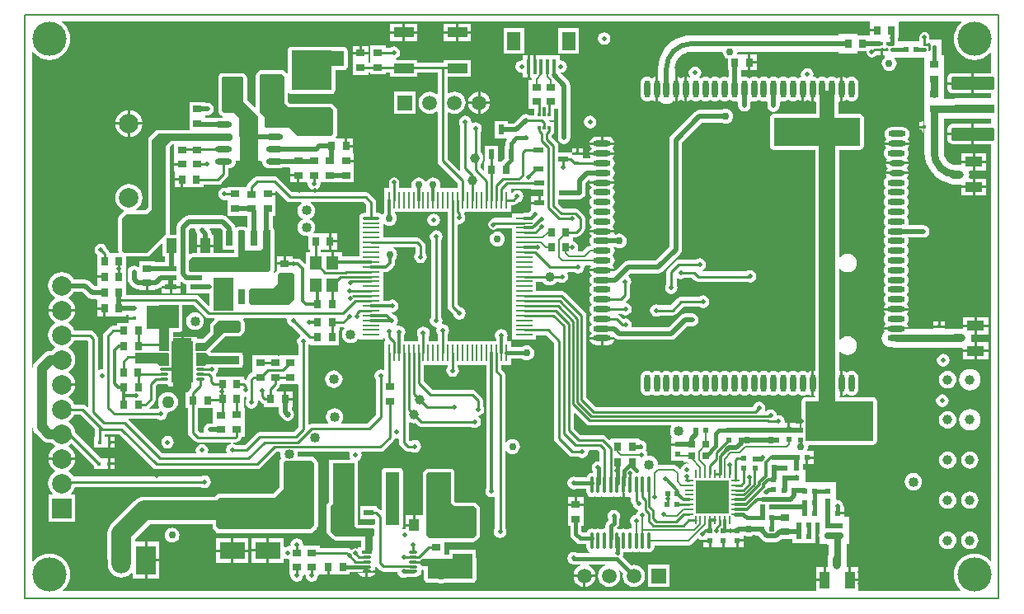
<source format=gtl>
%FSLAX25Y25*%
%MOIN*%
G70*
G01*
G75*
G04 Layer_Physical_Order=1*
G04 Layer_Color=255*
%ADD10C,0.02000*%
%ADD11C,0.03000*%
%ADD12R,0.01575X0.01181*%
%ADD13R,0.01181X0.01575*%
%ADD14O,0.05906X0.03150*%
%ADD15R,0.07087X0.03937*%
%ADD16C,0.03937*%
%ADD17R,0.02756X0.03347*%
%ADD18R,0.03347X0.02756*%
%ADD19R,0.03937X0.05906*%
%ADD20R,0.04724X0.03150*%
%ADD21R,0.02500X0.05906*%
%ADD22R,0.04803X0.02441*%
%ADD23R,0.04800X0.05600*%
%ADD24R,0.07480X0.11811*%
%ADD25O,0.06890X0.02362*%
%ADD26R,0.03937X0.05118*%
%ADD27R,0.08898X0.25590*%
%ADD28R,0.03937X0.02362*%
%ADD29R,0.04724X0.09843*%
%ADD30O,0.03937X0.01181*%
%ADD31R,0.03937X0.01181*%
%ADD32R,0.07874X0.07874*%
%ADD33R,0.10000X0.07000*%
%ADD34R,0.02362X0.03937*%
%ADD35R,0.07874X0.03937*%
%ADD36O,0.06693X0.01063*%
%ADD37R,0.06693X0.01063*%
%ADD38R,0.01063X0.06693*%
%ADD39O,0.03740X0.01378*%
%ADD40R,0.08661X0.16929*%
%ADD41R,0.07874X0.07874*%
%ADD42R,0.07087X0.07874*%
%ADD43R,0.02362X0.02362*%
%ADD44R,0.03150X0.02559*%
%ADD45R,0.03937X0.07087*%
%ADD46O,0.03150X0.05906*%
%ADD47O,0.01378X0.06693*%
%ADD48R,0.02362X0.02362*%
%ADD49R,0.13386X0.13386*%
%ADD50O,0.00984X0.03740*%
%ADD51O,0.03740X0.00984*%
%ADD52O,0.02362X0.07087*%
%ADD53O,0.07087X0.02362*%
%ADD54O,0.06299X0.02362*%
%ADD55R,0.00984X0.01575*%
%ADD56R,0.02362X0.01969*%
%ADD57R,0.00984X0.01299*%
G04:AMPARAMS|DCode=58|XSize=35.43mil|YSize=157.48mil|CornerRadius=1.77mil|HoleSize=0mil|Usage=FLASHONLY|Rotation=90.000|XOffset=0mil|YOffset=0mil|HoleType=Round|Shape=RoundedRectangle|*
%AMROUNDEDRECTD58*
21,1,0.03543,0.15394,0,0,90.0*
21,1,0.03189,0.15748,0,0,90.0*
1,1,0.00354,0.07697,0.01595*
1,1,0.00354,0.07697,-0.01595*
1,1,0.00354,-0.07697,-0.01595*
1,1,0.00354,-0.07697,0.01595*
%
%ADD58ROUNDEDRECTD58*%
%ADD59R,0.01200X0.01800*%
%ADD60R,0.01575X0.05906*%
%ADD61C,0.01000*%
%ADD62C,0.01200*%
%ADD63C,0.02500*%
%ADD64C,0.04000*%
%ADD65C,0.08000*%
%ADD66C,0.01500*%
%ADD67C,0.00800*%
%ADD68R,0.07500X0.15500*%
%ADD69R,0.07560X0.20391*%
%ADD70R,0.06000X0.09600*%
%ADD71R,0.06700X0.09800*%
%ADD72R,0.04200X0.18700*%
%ADD73R,0.08100X0.13300*%
%ADD74R,0.05700X0.21700*%
%ADD75R,0.18000X0.08400*%
%ADD76R,0.10500X0.06400*%
%ADD77R,0.16200X0.16000*%
%ADD78R,0.27300X0.16100*%
%ADD79R,0.06200X0.14700*%
%ADD80R,0.34969X0.11400*%
%ADD81R,0.06500X1.11800*%
%ADD82C,0.00500*%
%ADD83C,0.07874*%
%ADD84O,0.07874X0.11811*%
%ADD85R,0.07874X0.11811*%
%ADD86C,0.13780*%
%ADD87R,0.05906X0.05906*%
%ADD88C,0.05906*%
%ADD89R,0.07874X0.07874*%
G04:AMPARAMS|DCode=90|XSize=51.18mil|YSize=173.23mil|CornerRadius=2.56mil|HoleSize=0mil|Usage=FLASHONLY|Rotation=90.000|XOffset=0mil|YOffset=0mil|HoleType=Round|Shape=RoundedRectangle|*
%AMROUNDEDRECTD90*
21,1,0.05118,0.16811,0,0,90.0*
21,1,0.04606,0.17323,0,0,90.0*
1,1,0.00512,0.08406,0.02303*
1,1,0.00512,0.08406,-0.02303*
1,1,0.00512,-0.08406,-0.02303*
1,1,0.00512,-0.08406,0.02303*
%
%ADD90ROUNDEDRECTD90*%
%ADD91C,0.01969*%
%ADD92R,0.05315X0.07284*%
%ADD93C,0.04000*%
%ADD94C,0.02000*%
%ADD95C,0.03000*%
%ADD96C,0.05000*%
%ADD97C,0.02598*%
%ADD98C,0.01600*%
G36*
X-90288Y129783D02*
Y121987D01*
X-85429D01*
Y120429D01*
X-93731D01*
Y123000D01*
X-100669D01*
Y120429D01*
X-102400D01*
X-102985Y120313D01*
X-103310Y120096D01*
X-103751Y120332D01*
Y129844D01*
X-102944Y130651D01*
X-101354D01*
X-101037Y130264D01*
X-101149Y129700D01*
X-100955Y128725D01*
X-100567Y128143D01*
X-100669Y127953D01*
X-100669D01*
X-100669Y127953D01*
Y124000D01*
X-93731D01*
Y127953D01*
X-94651D01*
Y128300D01*
X-94845Y129276D01*
X-95398Y130102D01*
X-95484Y130189D01*
X-95293Y130651D01*
X-91156D01*
X-90288Y129783D01*
D02*
G37*
G36*
X-64055Y93674D02*
X-64149Y93200D01*
X-63955Y92225D01*
X-63402Y91398D01*
X-62576Y90845D01*
X-62018Y90734D01*
X-58732Y87448D01*
X-58781Y86951D01*
X-59302Y86602D01*
X-59855Y85776D01*
X-60049Y84800D01*
X-59855Y83824D01*
X-59639Y83502D01*
Y79078D01*
X-59639D01*
X-59795D01*
X-59993Y79078D01*
X-59993Y79078D01*
Y79078D01*
X-78142D01*
Y73322D01*
X-78142Y73322D01*
X-78142Y73172D01*
X-78142D01*
Y72227D01*
X-78386Y72178D01*
X-79047Y71736D01*
X-79824Y70960D01*
X-80266Y70298D01*
X-80421Y69518D01*
Y69481D01*
X-80862Y69245D01*
X-80920Y69284D01*
X-81522Y69404D01*
Y70573D01*
X-87074D01*
X-87074Y70573D01*
Y70573D01*
X-87278Y70573D01*
X-87353D01*
X-87428D01*
X-87631Y70573D01*
X-87631Y70573D01*
Y70573D01*
X-92695D01*
X-92816Y71180D01*
X-92860Y71246D01*
X-92763Y71737D01*
X-92750Y71745D01*
X-92198Y72572D01*
X-92004Y73547D01*
X-92031Y73684D01*
X-91714Y74071D01*
X-89831D01*
Y74039D01*
X-82106D01*
Y74986D01*
X-82087Y75015D01*
X-81971Y75600D01*
Y78800D01*
X-82087Y79385D01*
X-82106Y79414D01*
Y80189D01*
X-82879D01*
X-82915Y80213D01*
X-83500Y80329D01*
X-94854D01*
X-95046Y80791D01*
X-89066Y86771D01*
X-83700D01*
X-83115Y86887D01*
X-82619Y87219D01*
X-82412Y87425D01*
X-82106D01*
Y87731D01*
X-81719Y88119D01*
X-81387Y88615D01*
X-81271Y89200D01*
Y92400D01*
X-81387Y92985D01*
X-81719Y93481D01*
X-81836Y93599D01*
X-81645Y94061D01*
X-64372D01*
X-64055Y93674D01*
D02*
G37*
G36*
X-65302Y192008D02*
Y181202D01*
X-63500Y179400D01*
X-46600D01*
X-45405Y178205D01*
Y168695D01*
X-46200Y167900D01*
X-60000D01*
X-63200Y171100D01*
X-72400D01*
X-73300Y172000D01*
Y175400D01*
X-75200Y177300D01*
Y192400D01*
X-74594Y193006D01*
X-66300D01*
X-65302Y192008D01*
D02*
G37*
G36*
X-82800Y92400D02*
Y89200D01*
X-83700Y88300D01*
X-89700D01*
X-97000Y81000D01*
X-101200D01*
Y83800D01*
X-100800Y84200D01*
X-97500D01*
X-93700Y88000D01*
Y91200D01*
X-91700Y93200D01*
X-83600D01*
X-82800Y92400D01*
D02*
G37*
G36*
X-70800Y129700D02*
Y113600D01*
X-71700Y112700D01*
X-103100D01*
X-103800Y113400D01*
Y117500D01*
X-102400Y118900D01*
X-83900D01*
Y129400D01*
X-83600Y129700D01*
X-81400D01*
X-81200Y129500D01*
Y121800D01*
X-80800Y121400D01*
X-74800D01*
X-73900Y122300D01*
Y129600D01*
X-73500Y130000D01*
X-71100D01*
X-70800Y129700D01*
D02*
G37*
G36*
X176932Y200513D02*
X177514D01*
Y199650D01*
X177514Y199650D01*
X177514D01*
X177525Y199619D01*
X177160Y199340D01*
X176680Y198713D01*
X176377Y197983D01*
X176274Y197200D01*
X176377Y196417D01*
X176680Y195687D01*
X177160Y195060D01*
X177787Y194580D01*
X178517Y194277D01*
X179300Y194174D01*
X180083Y194277D01*
X180813Y194580D01*
X181440Y195060D01*
X181921Y195687D01*
X182223Y196417D01*
X182326Y197200D01*
X182223Y197983D01*
X181921Y198713D01*
X181440Y199340D01*
X181545Y199650D01*
X182688D01*
Y199454D01*
X193496D01*
Y193165D01*
Y188646D01*
X193465D01*
Y181165D01*
Y175260D01*
X193605D01*
Y173787D01*
X193604D01*
Y171499D01*
Y169213D01*
X193605D01*
Y161232D01*
X193598D01*
X193756Y159224D01*
X194226Y157266D01*
X194997Y155405D01*
X196049Y153688D01*
X197357Y152157D01*
X198888Y150849D01*
X200605Y149797D01*
X202466Y149026D01*
X203029Y148891D01*
X203068Y148861D01*
X204026Y148464D01*
X205053Y148329D01*
X207809D01*
X208099Y148367D01*
X208475Y148037D01*
Y147682D01*
X213018D01*
Y150651D01*
X211838D01*
X211560Y151066D01*
X211645Y151272D01*
X211780Y152300D01*
X211645Y153328D01*
X211560Y153534D01*
X211838Y153949D01*
X213018D01*
Y156918D01*
X208475D01*
Y156562D01*
X208099Y156233D01*
X207809Y156271D01*
X205656D01*
X205121Y156341D01*
X203900Y156847D01*
X202852Y157652D01*
X202047Y158700D01*
X201541Y159921D01*
X201382Y161130D01*
X201396Y161232D01*
Y175004D01*
X205108D01*
X205244Y174914D01*
X206235Y174716D01*
X220647D01*
Y172757D01*
X213644D01*
Y168663D01*
Y164570D01*
X220647D01*
Y-3867D01*
X220176Y-4035D01*
X219751Y-3517D01*
X218473Y-2468D01*
X217016Y-1689D01*
X215435Y-1210D01*
X213790Y-1048D01*
X212145Y-1210D01*
X210564Y-1689D01*
X209106Y-2468D01*
X207829Y-3517D01*
X206780Y-4794D01*
X206001Y-6252D01*
X205521Y-7833D01*
X205359Y-9478D01*
X205521Y-11123D01*
X206001Y-12704D01*
X206780Y-14162D01*
X207829Y-15439D01*
X208323Y-15845D01*
X208155Y-16316D01*
X166886D01*
Y-12187D01*
X163417D01*
Y-11688D01*
X162918D01*
Y-6643D01*
X162563D01*
X162233Y-6267D01*
X162271Y-5978D01*
Y-3222D01*
X162136Y-2194D01*
X162043Y-1971D01*
Y2720D01*
X163043D01*
Y5503D01*
X163143Y6263D01*
X163043Y7023D01*
Y9806D01*
Y13743D01*
X161181D01*
Y14700D01*
X158499D01*
Y15700D01*
X161181D01*
Y17881D01*
X160794D01*
Y18300D01*
X160619Y19178D01*
X160122Y19922D01*
X159378Y20419D01*
X158500Y20594D01*
X158330Y20560D01*
X157943Y20877D01*
Y27780D01*
X152743D01*
Y27843D01*
X145343D01*
Y33006D01*
X144481D01*
Y33512D01*
X144486Y33537D01*
Y35119D01*
X145500D01*
Y37801D01*
X145999D01*
Y38300D01*
X148681D01*
Y40481D01*
X146544D01*
X146266Y40897D01*
X146523Y41517D01*
X146626Y42300D01*
X146587Y42595D01*
X146917Y42971D01*
X172800D01*
X173385Y43087D01*
X173881Y43419D01*
X174213Y43915D01*
X174329Y44500D01*
Y60600D01*
X174213Y61185D01*
X173881Y61681D01*
X173385Y62013D01*
X172800Y62129D01*
X159029D01*
Y62655D01*
X159435Y62926D01*
X159635Y62899D01*
Y67899D01*
Y72901D01*
X159435Y72874D01*
X159029Y73145D01*
Y80570D01*
X159503Y80731D01*
X159791Y80355D01*
X160579Y79750D01*
X161496Y79370D01*
X162481Y79241D01*
X163466Y79370D01*
X164383Y79750D01*
X165171Y80355D01*
X165776Y81143D01*
X166156Y82060D01*
X166285Y83045D01*
X166156Y84030D01*
X165776Y84947D01*
X165171Y85735D01*
X164383Y86339D01*
X163466Y86720D01*
X162481Y86849D01*
X161496Y86720D01*
X160579Y86339D01*
X159791Y85735D01*
X159503Y85359D01*
X159029Y85520D01*
Y114034D01*
X159503Y114195D01*
X159791Y113820D01*
X160579Y113215D01*
X161496Y112835D01*
X162481Y112705D01*
X163466Y112835D01*
X164383Y113215D01*
X165171Y113820D01*
X165776Y114607D01*
X166156Y115525D01*
X166285Y116509D01*
X166156Y117494D01*
X165776Y118412D01*
X165171Y119199D01*
X164383Y119804D01*
X163466Y120184D01*
X162481Y120314D01*
X161496Y120184D01*
X160579Y119804D01*
X159791Y119199D01*
X159503Y118824D01*
X159029Y118984D01*
Y162271D01*
X167500D01*
X168085Y162387D01*
X168581Y162719D01*
X168913Y163215D01*
X169029Y163800D01*
Y175200D01*
X168913Y175785D01*
X168581Y176281D01*
X168085Y176613D01*
X167500Y176729D01*
X158929D01*
Y181583D01*
X159345Y181860D01*
X159435Y181823D01*
X159635Y181797D01*
Y186797D01*
Y191798D01*
X159435Y191772D01*
X158782Y191502D01*
X158222Y191072D01*
Y191072D01*
X158110D01*
X157550Y191502D01*
X156898Y191772D01*
X156198Y191864D01*
X155498Y191772D01*
X154845Y191502D01*
X154286Y191072D01*
X154173D01*
X153613Y191502D01*
X152961Y191772D01*
X152261Y191864D01*
X151561Y191772D01*
X150909Y191502D01*
X150348Y191072D01*
X150236D01*
X149676Y191502D01*
X149023Y191772D01*
X148934Y191784D01*
X148643Y192190D01*
X148743Y192694D01*
X148549Y193670D01*
X147997Y194497D01*
X147170Y195049D01*
X146195Y195244D01*
X145219Y195049D01*
X144392Y194497D01*
X143840Y193670D01*
X143646Y192694D01*
X143798Y191927D01*
X143687Y191772D01*
X143035Y191502D01*
X142474Y191072D01*
X142362D01*
X141802Y191502D01*
X141149Y191772D01*
X140450Y191864D01*
X139750Y191772D01*
X139097Y191502D01*
X138537Y191072D01*
X138425D01*
X137865Y191502D01*
X137213Y191772D01*
X136513Y191864D01*
X135813Y191772D01*
X135161Y191502D01*
X134600Y191072D01*
X134488D01*
X133928Y191502D01*
X133275Y191772D01*
X132576Y191864D01*
X131876Y191772D01*
X131223Y191502D01*
X130663Y191072D01*
X130551D01*
X129991Y191502D01*
X129339Y191772D01*
X128639Y191864D01*
X127939Y191772D01*
X127287Y191502D01*
X126726Y191072D01*
X126614D01*
X126054Y191502D01*
X125401Y191772D01*
X124702Y191864D01*
X124002Y191772D01*
X123349Y191502D01*
X122789Y191072D01*
X122677D01*
X122117Y191502D01*
X121465Y191772D01*
X120765Y191864D01*
X120065Y191772D01*
X119859Y191687D01*
X119444Y191965D01*
Y194427D01*
X119772Y194427D01*
D01*
D01*
Y194427D01*
X119773D01*
X119922D01*
X120126Y194427D01*
X120126Y194427D01*
Y194427D01*
X122300D01*
Y197599D01*
Y200773D01*
X120126D01*
X120126Y200773D01*
Y200773D01*
X119922Y200773D01*
X119847D01*
X119772D01*
X119569Y200773D01*
X119569Y200773D01*
Y200773D01*
X118239D01*
X117909Y201149D01*
X117996Y201809D01*
X158986D01*
Y201165D01*
X166466D01*
Y202027D01*
X169993D01*
X170261Y201700D01*
X170416Y200920D01*
X170858Y200258D01*
X171520Y199816D01*
X172300Y199661D01*
X173080Y199816D01*
X173742Y200258D01*
X173996Y200513D01*
X174439Y200513D01*
Y200513D01*
X175932D01*
Y202679D01*
X176545Y202801D01*
X176932D01*
Y200513D01*
D02*
G37*
G36*
X-32113Y140029D02*
Y136693D01*
X-32889D01*
X-33682Y136536D01*
X-34354Y136087D01*
X-34802Y135415D01*
X-34960Y134622D01*
X-34920Y134422D01*
Y132717D01*
Y128779D01*
Y124716D01*
Y122748D01*
Y120780D01*
Y119047D01*
X-41922D01*
Y120681D01*
X-45322D01*
Y116380D01*
X-46322D01*
Y120681D01*
X-50635D01*
Y122008D01*
X-49796D01*
X-49796Y122008D01*
Y122008D01*
X-49796D01*
X-49646D01*
X-49442Y122008D01*
X-49442Y122008D01*
Y122008D01*
X-47269D01*
Y125180D01*
Y128354D01*
X-49442D01*
X-49442Y128354D01*
Y128354D01*
X-49646Y128354D01*
X-49721D01*
X-49796D01*
X-50000Y128354D01*
X-50000Y128354D01*
Y128354D01*
X-53276D01*
X-53498Y128803D01*
X-53243Y129135D01*
X-52890Y129986D01*
X-52770Y130900D01*
X-52890Y131814D01*
X-53243Y132665D01*
X-53804Y133396D01*
X-54535Y133957D01*
X-54759Y134050D01*
Y134550D01*
X-54535Y134643D01*
X-53804Y135204D01*
X-53243Y135935D01*
X-52890Y136786D01*
X-52770Y137700D01*
X-52890Y138614D01*
X-53243Y139465D01*
X-53804Y140196D01*
X-54535Y140757D01*
X-54475Y141061D01*
X-33145D01*
X-32113Y140029D01*
D02*
G37*
G36*
X-95500Y78800D02*
X-83500D01*
Y75600D01*
X-96492D01*
X-97600Y74800D01*
X-100700D01*
X-101000Y75100D01*
Y80000D01*
X-100900Y80100D01*
X-96800D01*
X-95500Y78800D01*
D02*
G37*
G36*
X-64342Y141658D02*
X-63680Y141216D01*
X-62900Y141061D01*
X-62900Y141061D01*
X-58447D01*
X-58286Y140587D01*
X-58796Y140196D01*
X-59357Y139465D01*
X-59710Y138614D01*
X-59830Y137700D01*
X-59710Y136786D01*
X-59357Y135935D01*
X-58796Y135204D01*
X-58065Y134643D01*
X-57841Y134550D01*
Y134050D01*
X-58065Y133957D01*
X-58796Y133396D01*
X-59357Y132665D01*
X-59710Y131814D01*
X-59830Y130900D01*
X-59710Y129986D01*
X-59357Y129135D01*
X-58796Y128404D01*
X-58065Y127843D01*
X-57214Y127490D01*
X-56300Y127370D01*
X-55928Y127419D01*
X-55552Y127089D01*
Y122008D01*
X-54713D01*
Y120681D01*
X-56468D01*
Y116350D01*
X-56930Y116158D01*
X-58486Y117714D01*
X-59181Y118178D01*
X-60000Y118341D01*
X-61995D01*
Y119078D01*
X-64669D01*
Y116199D01*
X-65167D01*
Y115700D01*
X-68342D01*
Y113322D01*
X-68342Y113322D01*
X-68342D01*
X-68341Y113321D01*
X-69071Y112592D01*
X-69458Y112909D01*
X-69387Y113015D01*
X-69271Y113600D01*
Y129700D01*
X-69368Y130188D01*
X-69387Y130285D01*
X-69719Y130781D01*
X-69788Y130851D01*
Y130893D01*
X-69830D01*
X-69989Y131052D01*
Y135617D01*
X-68830D01*
Y141372D01*
D01*
Y141372D01*
X-68830Y141372D01*
Y141522D01*
X-68830D01*
Y143900D01*
X-72004D01*
Y144900D01*
X-68830D01*
Y145493D01*
X-68368Y145684D01*
X-64342Y141658D01*
D02*
G37*
G36*
X-112000Y79900D02*
Y75100D01*
X-112300Y74800D01*
X-115700D01*
X-117000Y76100D01*
X-117100Y76000D01*
X-125600D01*
Y80200D01*
X-112300D01*
X-112000Y79900D01*
D02*
G37*
G36*
X34363Y146019D02*
X39461D01*
Y143507D01*
X38331D01*
Y140825D01*
X37832D01*
Y140326D01*
X34363D01*
Y138145D01*
X34363D01*
X34363Y137801D01*
X33945Y137176D01*
X33870Y136798D01*
X33835Y136763D01*
X31737D01*
X31186Y136653D01*
X26891D01*
Y134693D01*
X19953D01*
X19173Y134537D01*
X18512Y134095D01*
X17858Y133442D01*
X17416Y132780D01*
X17261Y132000D01*
X17416Y131220D01*
X17858Y130558D01*
X18520Y130116D01*
X19300Y129961D01*
X20080Y130116D01*
X20742Y130558D01*
X20798Y130614D01*
X26891D01*
Y128654D01*
Y124843D01*
Y120905D01*
Y116842D01*
Y112906D01*
Y111063D01*
Y107000D01*
Y103063D01*
Y101221D01*
Y97158D01*
Y95315D01*
Y91378D01*
Y87315D01*
Y85347D01*
X36583D01*
Y87307D01*
X40509D01*
X43761Y84055D01*
Y45600D01*
X43916Y44820D01*
X44358Y44158D01*
X49758Y38758D01*
X50420Y38316D01*
X51200Y38161D01*
X53752D01*
X54224Y37845D01*
X55200Y37651D01*
X56176Y37845D01*
X57002Y38398D01*
X57555Y39224D01*
X57749Y40200D01*
X57688Y40508D01*
X58005Y40894D01*
X61522D01*
X62195Y40222D01*
Y36525D01*
X61808Y36208D01*
X61600Y36249D01*
X60624Y36055D01*
X59798Y35502D01*
X59245Y34675D01*
X59051Y33700D01*
X59245Y32724D01*
X59381Y32522D01*
Y31853D01*
X59084Y31610D01*
X58230Y31440D01*
X57506Y30956D01*
X57022Y30232D01*
X56939Y29815D01*
X52846D01*
X52755Y29875D01*
X51780Y30070D01*
X50804Y29875D01*
X49977Y29323D01*
X49425Y28496D01*
X49231Y27520D01*
X49425Y26545D01*
X49977Y25718D01*
X50804Y25166D01*
X51780Y24972D01*
X52755Y25166D01*
X52846Y25226D01*
X56852D01*
Y24063D01*
X57022Y23209D01*
X57506Y22485D01*
X58230Y22001D01*
X59084Y21831D01*
X59938Y22001D01*
X60364Y22285D01*
X60789Y22001D01*
X61643Y21831D01*
X62497Y22001D01*
X62923Y22285D01*
X63348Y22001D01*
X64202Y21831D01*
X65056Y22001D01*
X65482Y22285D01*
X65907Y22001D01*
X66761Y21831D01*
X67615Y22001D01*
X68041Y22285D01*
X68466Y22001D01*
X69320Y21831D01*
X70175Y22001D01*
X70600Y22285D01*
X71025Y22001D01*
X71380Y21931D01*
Y23204D01*
X71383Y23209D01*
X71552Y24063D01*
Y26722D01*
X72206D01*
Y24063D01*
X72376Y23209D01*
X72379Y23204D01*
Y21931D01*
X72734Y22001D01*
X73159Y22285D01*
X73585Y22001D01*
X74439Y21831D01*
X74572Y21858D01*
X74958Y21541D01*
Y20402D01*
X74958Y20402D01*
X74958D01*
X75114Y19622D01*
X75556Y18960D01*
X75834Y18682D01*
X75945Y18124D01*
X76498Y17298D01*
X77324Y16745D01*
X77551Y16700D01*
X77743Y16238D01*
X77233Y15475D01*
X77091Y14761D01*
X77029Y14720D01*
X77029Y14720D01*
Y14720D01*
X76054Y14526D01*
X75227Y13973D01*
X74674Y13146D01*
X74480Y12171D01*
X74674Y11195D01*
X75092Y10570D01*
Y9433D01*
X74705Y9116D01*
X74439Y9169D01*
X73585Y8999D01*
X73159Y8715D01*
X72734Y8999D01*
X71880Y9169D01*
X71025Y8999D01*
X70600Y8715D01*
X70175Y8999D01*
X69320Y9169D01*
X69286Y9342D01*
X69622Y9678D01*
X70119Y10422D01*
X70294Y11300D01*
Y13033D01*
X70355Y13125D01*
X70549Y14100D01*
X70355Y15076D01*
X69802Y15902D01*
X68976Y16455D01*
X68000Y16649D01*
X67024Y16455D01*
X66198Y15902D01*
X65645Y15076D01*
X65451Y14100D01*
X65645Y13125D01*
X65706Y13033D01*
Y12250D01*
X65171Y11715D01*
X64674Y10971D01*
X64499Y10093D01*
Y9412D01*
X64202Y9169D01*
X63348Y8999D01*
X62923Y8715D01*
X62497Y8999D01*
X61643Y9169D01*
X60789Y8999D01*
X60364Y8715D01*
X59938Y8999D01*
X59084Y9169D01*
X58230Y8999D01*
X57506Y8515D01*
X57022Y7791D01*
X56939Y7374D01*
X55371D01*
X54926Y7819D01*
Y10022D01*
X55805D01*
Y15574D01*
X55805Y15574D01*
D01*
D01*
X55805Y15778D01*
Y15794D01*
Y15853D01*
X55805Y15928D01*
X55805Y16131D01*
X55805Y16131D01*
X55805D01*
Y18305D01*
X49458D01*
Y16131D01*
X49458Y16131D01*
X49458D01*
X49458Y15928D01*
Y15778D01*
D01*
D01*
X49458D01*
Y10022D01*
X50337D01*
Y6869D01*
X50512Y5991D01*
X51009Y5246D01*
X51009Y5246D01*
X51009Y5246D01*
X52798Y3457D01*
X53543Y2960D01*
X54421Y2785D01*
X56852D01*
Y1622D01*
X57022Y768D01*
X57506Y44D01*
X58209Y-426D01*
X58063Y-904D01*
X53142D01*
X52707Y-614D01*
X51731Y-420D01*
X50756Y-614D01*
X49929Y-1166D01*
X49376Y-1993D01*
X49183Y-2968D01*
X49376Y-3944D01*
X49929Y-4771D01*
X50756Y-5323D01*
X51731Y-5517D01*
X51910Y-5482D01*
X51961Y-5492D01*
X54339D01*
X54436Y-5982D01*
X53886Y-6211D01*
X52956Y-6924D01*
X52242Y-7854D01*
X51793Y-8938D01*
X51706Y-9600D01*
X60557D01*
X60470Y-8938D01*
X60021Y-7854D01*
X59307Y-6924D01*
X58377Y-6211D01*
X57827Y-5982D01*
X57924Y-5492D01*
X64339D01*
X64436Y-5982D01*
X63886Y-6211D01*
X62956Y-6924D01*
X62242Y-7854D01*
X61793Y-8938D01*
X61640Y-10100D01*
X61793Y-11262D01*
X62242Y-12346D01*
X62956Y-13276D01*
X63886Y-13990D01*
X64969Y-14438D01*
X66132Y-14591D01*
X67294Y-14438D01*
X68377Y-13990D01*
X69307Y-13276D01*
X70021Y-12346D01*
X70470Y-11262D01*
X70623Y-10100D01*
X70470Y-8938D01*
X70073Y-7979D01*
X70488Y-7701D01*
X71785Y-8998D01*
X71640Y-10100D01*
X71793Y-11262D01*
X72242Y-12346D01*
X72956Y-13276D01*
X73886Y-13990D01*
X74969Y-14438D01*
X76131Y-14591D01*
X77294Y-14438D01*
X78377Y-13990D01*
X79307Y-13276D01*
X80021Y-12346D01*
X80470Y-11262D01*
X80623Y-10100D01*
X80470Y-8938D01*
X80021Y-7854D01*
X79307Y-6924D01*
X78377Y-6211D01*
X77294Y-5762D01*
X76131Y-5609D01*
X75030Y-5754D01*
X71504Y-2228D01*
X71707Y-1924D01*
X71901Y-948D01*
X71841Y-648D01*
X71880Y-610D01*
X72734Y-440D01*
X73159Y-156D01*
X73585Y-440D01*
X74439Y-610D01*
X75293Y-440D01*
X75718Y-156D01*
X76143Y-440D01*
X76998Y-610D01*
X77852Y-440D01*
X78277Y-156D01*
X78703Y-440D01*
X79557Y-610D01*
X80411Y-440D01*
X80836Y-156D01*
X81262Y-440D01*
X82116Y-610D01*
X82970Y-440D01*
X83694Y44D01*
X84178Y768D01*
X84348Y1622D01*
Y2342D01*
X98255D01*
X98997Y2490D01*
X99625Y2910D01*
X99625Y2910D01*
X99625Y2910D01*
X101839Y5123D01*
X102098Y5098D01*
X102925Y4545D01*
X103900Y4351D01*
X104193Y4110D01*
Y4409D01*
X104876Y4545D01*
X104958Y4600D01*
X106876D01*
Y4101D01*
X107375D01*
Y1419D01*
X109556D01*
Y1619D01*
X109619D01*
Y1619D01*
X111800D01*
Y4301D01*
X112800D01*
Y1619D01*
X114981D01*
Y1619D01*
X114981D01*
X114981Y1619D01*
X115219D01*
Y1619D01*
X117400D01*
Y4301D01*
X117899D01*
Y4800D01*
X120581D01*
Y5556D01*
Y6103D01*
X121029Y6324D01*
X121087Y6279D01*
X121817Y5977D01*
X122600Y5874D01*
X123383Y5977D01*
X124113Y6279D01*
X124206Y6351D01*
X125119D01*
Y6219D01*
X126330D01*
X128132Y4417D01*
X128959Y3864D01*
X129935Y3670D01*
X133539D01*
X134515Y3864D01*
X135342Y4417D01*
X135742Y4817D01*
X140182D01*
Y3019D01*
X149481D01*
Y7719D01*
Y11557D01*
X151009D01*
Y10437D01*
X151057Y10073D01*
Y9843D01*
Y7060D01*
X150957Y6300D01*
X151057Y5540D01*
Y2757D01*
X153840D01*
X154600Y2657D01*
X154757D01*
Y-1489D01*
X154464Y-2194D01*
X154329Y-3222D01*
Y-5978D01*
X154367Y-6267D01*
X154037Y-6643D01*
X153682D01*
Y-11688D01*
X153183D01*
Y-12186D01*
X149714D01*
Y-16316D01*
X-154591D01*
X-154759Y-15845D01*
X-154265Y-15439D01*
X-153216Y-14162D01*
X-152437Y-12704D01*
X-151958Y-11123D01*
X-151796Y-9478D01*
X-151958Y-7833D01*
X-152437Y-6252D01*
X-153216Y-4794D01*
X-154265Y-3517D01*
X-155542Y-2468D01*
X-157000Y-1689D01*
X-158581Y-1210D01*
X-160226Y-1048D01*
X-161871Y-1210D01*
X-163452Y-1689D01*
X-164910Y-2468D01*
X-166187Y-3517D01*
X-166813Y-4280D01*
X-167284Y-4112D01*
Y49726D01*
X-166785Y49759D01*
X-166710Y49186D01*
X-166357Y48335D01*
X-165796Y47604D01*
X-162996Y44804D01*
X-162265Y44243D01*
X-161414Y43890D01*
X-160500Y43770D01*
X-159344D01*
X-159078Y43422D01*
X-157942Y42551D01*
X-157940Y42550D01*
Y42050D01*
X-157942Y42049D01*
X-159078Y41178D01*
X-159949Y40042D01*
X-160497Y38719D01*
X-160618Y37800D01*
X-149782D01*
X-149903Y38719D01*
X-150451Y40042D01*
X-151322Y41178D01*
X-152458Y42049D01*
X-152460Y42050D01*
Y42550D01*
X-152458Y42551D01*
X-151322Y43422D01*
X-151196Y43431D01*
X-142128Y34363D01*
Y33013D01*
X-136600D01*
Y35299D01*
Y37587D01*
X-139296D01*
X-149823Y48114D01*
X-149903Y48719D01*
X-150451Y50042D01*
X-151322Y51178D01*
X-152458Y52049D01*
X-152460Y52050D01*
Y52550D01*
X-152458Y52551D01*
X-151322Y53422D01*
X-150451Y54558D01*
X-150160Y55261D01*
X-147745D01*
X-141976Y49492D01*
Y46287D01*
X-142028D01*
Y41713D01*
X-136500D01*
Y43999D01*
Y46287D01*
X-137898D01*
Y47161D01*
X-131945D01*
X-118442Y33658D01*
X-117780Y33216D01*
X-117000Y33061D01*
X-76300D01*
X-75520Y33216D01*
X-74858Y33658D01*
X-74858Y33658D01*
X-74858Y33658D01*
X-68455Y40061D01*
X-67083D01*
X-66753Y39685D01*
X-66830Y39100D01*
X-66710Y38186D01*
X-66378Y37385D01*
X-66681Y37081D01*
X-67013Y36585D01*
X-67129Y36000D01*
X-67029Y35497D01*
Y25833D01*
X-69734Y23129D01*
X-91300D01*
X-91885Y23013D01*
X-92381Y22681D01*
X-93115Y21948D01*
X-121900D01*
X-121900Y21948D01*
X-123336Y21758D01*
X-124282Y21367D01*
X-124674Y21204D01*
X-125823Y20323D01*
X-135091Y11054D01*
X-135973Y9905D01*
X-136527Y8567D01*
X-136716Y7131D01*
Y-3306D01*
X-136652Y-3789D01*
Y-5275D01*
X-136466Y-6694D01*
X-135918Y-8017D01*
X-135046Y-9153D01*
X-133911Y-10024D01*
X-132588Y-10572D01*
X-131168Y-10759D01*
X-129749Y-10572D01*
X-128427Y-10024D01*
X-127291Y-9153D01*
X-127079Y-8877D01*
X-126605Y-9037D01*
Y-11106D01*
X-121669D01*
Y-3701D01*
Y3706D01*
X-125621D01*
Y4834D01*
X-119602Y10853D01*
X-94329D01*
Y9900D01*
X-94213Y9315D01*
X-93881Y8819D01*
X-92800Y7737D01*
Y7100D01*
X-79800D01*
Y7171D01*
X-54700D01*
X-54115Y7287D01*
X-53619Y7619D01*
X-52828Y8409D01*
X-52120D01*
Y9117D01*
X-52019Y9219D01*
X-51687Y9715D01*
X-51571Y10300D01*
Y35500D01*
X-51668Y35988D01*
X-51687Y36085D01*
X-52019Y36582D01*
X-52120Y36683D01*
Y37000D01*
X-52437D01*
X-53119Y37681D01*
X-53615Y38013D01*
X-54200Y38129D01*
X-59518D01*
X-59848Y38505D01*
X-59770Y39100D01*
X-59890Y40014D01*
X-59859Y40061D01*
X-39055D01*
X-38737Y39674D01*
X-38917Y38769D01*
X-38723Y37793D01*
X-38488Y37441D01*
X-38724Y37000D01*
X-47285D01*
Y19678D01*
X-47681Y19281D01*
X-48013Y18785D01*
X-48129Y18200D01*
Y8000D01*
X-48013Y7415D01*
X-47681Y6919D01*
X-45481Y4719D01*
X-44985Y4387D01*
X-44400Y4271D01*
X-34226D01*
Y1656D01*
X-35437D01*
Y1280D01*
X-35824Y962D01*
X-36534Y1104D01*
X-37315Y949D01*
X-37976Y507D01*
X-38006Y463D01*
X-38471Y555D01*
X-38642Y726D01*
X-39303Y1168D01*
X-40084Y1323D01*
X-50870D01*
Y2162D01*
X-57217D01*
X-57217Y2162D01*
Y2162D01*
X-57311Y2180D01*
X-57594Y2525D01*
X-57586Y2565D01*
X-57780Y3541D01*
X-58332Y4368D01*
X-59159Y4920D01*
X-60135Y5114D01*
X-61110Y4920D01*
X-61937Y4368D01*
X-62490Y3541D01*
X-62684Y2565D01*
X-62676Y2525D01*
X-62993Y2139D01*
X-63308D01*
Y2125D01*
X-63694Y1808D01*
X-63900Y1849D01*
X-64876Y1655D01*
X-64959Y1599D01*
X-65400Y1835D01*
Y5300D01*
X-71400D01*
Y299D01*
Y-4700D01*
X-65400D01*
Y-3235D01*
X-64959Y-2999D01*
X-64876Y-3055D01*
X-63900Y-3249D01*
X-63694Y-3208D01*
X-63308Y-3525D01*
Y-3617D01*
Y-3767D01*
D01*
D01*
D01*
X-63308D01*
D01*
Y-9523D01*
X-62965D01*
X-62684Y-9865D01*
X-62490Y-10841D01*
X-61937Y-11668D01*
X-61110Y-12220D01*
X-60135Y-12414D01*
X-59159Y-12220D01*
X-58332Y-11668D01*
X-57780Y-10841D01*
X-57586Y-9865D01*
X-57335Y-9560D01*
X-56835D01*
X-56592Y-9857D01*
X-56398Y-10832D01*
X-55846Y-11659D01*
X-55019Y-12212D01*
X-54043Y-12406D01*
X-53068Y-12212D01*
X-52241Y-11659D01*
X-51688Y-10832D01*
X-51494Y-9857D01*
X-51201Y-9500D01*
X-50870D01*
Y-9500D01*
X-50451D01*
X-50378Y-9573D01*
Y-9573D01*
X-48000D01*
Y-6399D01*
X-47000D01*
Y-9573D01*
X-44622D01*
Y-9573D01*
X-44472D01*
X-44269Y-9573D01*
X-44269Y-9573D01*
Y-9573D01*
X-38717D01*
Y-8634D01*
X-35413D01*
X-35413Y-8634D01*
X-31969D01*
X-31468Y-8535D01*
X-31151Y-8472D01*
X-30591D01*
X-29775Y-8310D01*
X-29083Y-7847D01*
X-29057Y-7809D01*
X-28558D01*
X-28621Y-7493D01*
X-28734Y-7324D01*
X-28621Y-7156D01*
X-28516Y-6628D01*
X-28156Y-6387D01*
X-28010Y-6343D01*
X-26603Y-7751D01*
X-25941Y-8193D01*
X-25161Y-8348D01*
X-25161Y-8348D01*
X-19533D01*
X-19346Y-9284D01*
X-18794Y-10111D01*
X-17967Y-10664D01*
X-16991Y-10858D01*
X-16016Y-10664D01*
X-15925Y-10603D01*
X-13268D01*
X-12450Y-10440D01*
X-11890D01*
X-11074Y-10278D01*
X-10383Y-9816D01*
X-9921Y-9124D01*
X-9758Y-8309D01*
X-9878Y-7705D01*
X-9537Y-7340D01*
X-9100Y-7398D01*
X-9013D01*
X-8923Y-8083D01*
X-8729Y-8550D01*
Y-11400D01*
X-8613Y-11985D01*
X-8281Y-12481D01*
X-7785Y-12813D01*
X-7200Y-12929D01*
X-3009D01*
X-2783Y-13023D01*
X-2000Y-13126D01*
X-1217Y-13023D01*
X-991Y-12929D01*
X10800D01*
X11385Y-12813D01*
X11881Y-12481D01*
X12213Y-11985D01*
X12329Y-11400D01*
Y-3000D01*
X12237Y-2536D01*
Y437D01*
X1363D01*
Y-1346D01*
X-627D01*
Y3571D01*
X11000D01*
X11585Y3687D01*
X12081Y4019D01*
X13481Y5419D01*
X13813Y5915D01*
X13929Y6500D01*
Y17200D01*
X13813Y17785D01*
X13481Y18281D01*
X12581Y19181D01*
X12085Y19513D01*
X11500Y19629D01*
X4033D01*
X3529Y20133D01*
Y31800D01*
X3413Y32385D01*
X3081Y32881D01*
X2585Y33213D01*
X2000Y33329D01*
X-7200D01*
X-7785Y33213D01*
X-8281Y32881D01*
X-8881Y32281D01*
X-9213Y31785D01*
X-9329Y31200D01*
Y14459D01*
X-9331D01*
Y14459D01*
X-12300D01*
Y10399D01*
X-12799D01*
Y9900D01*
X-16269D01*
Y9057D01*
X-16400Y8949D01*
X-17228Y8784D01*
X-17519Y9219D01*
X-17187Y9715D01*
X-17071Y10300D01*
Y32000D01*
X-17187Y32585D01*
X-17438Y32961D01*
Y33121D01*
X-17578D01*
X-18015Y33413D01*
X-18600Y33529D01*
X-24300D01*
X-24885Y33413D01*
X-25381Y33081D01*
X-25713Y32585D01*
X-25829Y32000D01*
Y16667D01*
X-26291Y16475D01*
X-26758Y16942D01*
X-27420Y17384D01*
X-27731Y17446D01*
Y18181D01*
X-34668D01*
Y12819D01*
X-28639D01*
Y10932D01*
X-29026Y10615D01*
X-29100Y10629D01*
X-35067D01*
X-35371Y10933D01*
Y19000D01*
X-35387Y19084D01*
Y36417D01*
X-34566Y36966D01*
X-34014Y37793D01*
X-33819Y38769D01*
X-34014Y39744D01*
X-33844Y40061D01*
X-26400D01*
X-25620Y40216D01*
X-24958Y40658D01*
X-24958Y40658D01*
X-24958Y40658D01*
X-21158Y44458D01*
X-20716Y45120D01*
X-20686Y45271D01*
X-20270Y45549D01*
X-19963Y45488D01*
X-19311Y45618D01*
X-18924Y45301D01*
Y44585D01*
Y43985D01*
X-18769Y43205D01*
X-18327Y42543D01*
X-16673Y40890D01*
X-16673D01*
X-16673Y40890D01*
X-16673Y40890D01*
Y40890D01*
X-16012Y40448D01*
X-15232Y40292D01*
X-13848D01*
X-13375Y39977D01*
X-12400Y39783D01*
X-11425Y39977D01*
X-10598Y40529D01*
X-10045Y41356D01*
X-9851Y42331D01*
X-10045Y43307D01*
X-10598Y44134D01*
X-11425Y44686D01*
X-12400Y44881D01*
X-13375Y44686D01*
X-13848Y44371D01*
X-14387D01*
X-14846Y44830D01*
Y47600D01*
Y51804D01*
X-14430Y52082D01*
X-13639Y51755D01*
X-12734Y51635D01*
X-12191Y51707D01*
X-11342Y50858D01*
X-11342D01*
X-11342Y50858D01*
X-11342Y50858D01*
Y50858D01*
X-10680Y50416D01*
X-9900Y50261D01*
X10118D01*
X10693Y49876D01*
X11669Y49683D01*
X12644Y49876D01*
X13471Y50429D01*
X14023Y51256D01*
X14218Y52232D01*
X14023Y53207D01*
X13471Y54034D01*
X12947Y54384D01*
X13000Y54651D01*
X13975Y54845D01*
X14802Y55398D01*
X15355Y56225D01*
X15549Y57200D01*
X15355Y58175D01*
X15039Y58648D01*
Y60900D01*
X14884Y61680D01*
X14442Y62342D01*
X12142Y64642D01*
X11480Y65084D01*
X10700Y65239D01*
X-5355D01*
X-8940Y68824D01*
Y75248D01*
X761D01*
Y74448D01*
X445Y73975D01*
X251Y73000D01*
X445Y72025D01*
X998Y71198D01*
X1825Y70645D01*
X2800Y70451D01*
X3776Y70645D01*
X4602Y71198D01*
X5155Y72025D01*
X5349Y73000D01*
X5155Y73975D01*
X4839Y74448D01*
Y75248D01*
X16407D01*
Y30600D01*
Y26648D01*
Y25595D01*
X16193Y25275D01*
X15999Y24300D01*
X16193Y23325D01*
X16746Y22498D01*
X17573Y21945D01*
X18548Y21751D01*
X19523Y21945D01*
X19961Y21711D01*
Y9248D01*
X19645Y8775D01*
X19451Y7800D01*
X19645Y6825D01*
X20198Y5998D01*
X21024Y5445D01*
X22000Y5251D01*
X22975Y5445D01*
X23802Y5998D01*
X24355Y6825D01*
X24549Y7800D01*
X24355Y8775D01*
X24039Y9248D01*
Y40384D01*
X24513Y40545D01*
X24860Y40092D01*
X25487Y39611D01*
X26217Y39309D01*
X27000Y39206D01*
X27783Y39309D01*
X28513Y39611D01*
X29140Y40092D01*
X29621Y40719D01*
X29923Y41448D01*
X30026Y42232D01*
X29923Y43015D01*
X29621Y43744D01*
X29140Y44371D01*
X28513Y44852D01*
X27783Y45154D01*
X27000Y45257D01*
X26217Y45154D01*
X25487Y44852D01*
X24860Y44371D01*
X24513Y43918D01*
X24039Y44079D01*
Y71100D01*
X24039Y71100D01*
X23884Y71880D01*
X23442Y72542D01*
X22556Y73428D01*
Y75248D01*
X26485D01*
Y77801D01*
X30856D01*
X31282Y77474D01*
X32011Y77172D01*
X32794Y77069D01*
X33578Y77172D01*
X34308Y77474D01*
X34934Y77955D01*
X35415Y78582D01*
X35717Y79311D01*
X35820Y80094D01*
X35717Y80878D01*
X35415Y81608D01*
X34934Y82234D01*
X34308Y82715D01*
X33578Y83017D01*
X32794Y83120D01*
X32011Y83017D01*
X31282Y82715D01*
X30856Y82389D01*
X26485D01*
Y84941D01*
X24673D01*
Y85936D01*
X24886Y86256D01*
X25080Y87231D01*
X24886Y88207D01*
X24334Y89034D01*
X23507Y89587D01*
X22532Y89780D01*
X21556Y89587D01*
X20729Y89034D01*
X20177Y88207D01*
X19983Y87231D01*
X20177Y86256D01*
X20390Y85936D01*
Y84941D01*
X902D01*
Y87789D01*
X1218Y88261D01*
X1412Y89237D01*
X1218Y90213D01*
X665Y91039D01*
X-161Y91592D01*
X-1137Y91786D01*
X-1209Y91772D01*
X-1445Y92125D01*
X-1251Y93100D01*
X-1445Y94076D01*
X-1761Y94548D01*
Y125752D01*
X-1445Y126225D01*
X-1251Y127200D01*
X-1445Y128175D01*
X-1998Y129002D01*
X-2825Y129555D01*
X-3800Y129749D01*
X-4775Y129555D01*
X-5602Y129002D01*
X-6155Y128175D01*
X-6349Y127200D01*
X-6155Y126225D01*
X-5839Y125752D01*
Y94548D01*
X-6155Y94076D01*
X-6349Y93100D01*
X-6155Y92124D01*
X-5602Y91298D01*
X-4775Y90745D01*
X-3800Y90551D01*
X-3728Y90565D01*
X-3492Y90212D01*
X-3686Y89237D01*
X-3492Y88261D01*
X-3176Y87789D01*
Y84941D01*
X-6972D01*
Y86863D01*
X-6656Y87336D01*
X-6462Y88311D01*
X-6656Y89287D01*
X-7209Y90113D01*
X-8036Y90666D01*
X-9011Y90860D01*
X-9986Y90666D01*
X-10813Y90113D01*
X-11366Y89287D01*
X-11560Y88311D01*
X-11366Y87336D01*
X-11050Y86863D01*
Y84941D01*
X-16712D01*
Y87358D01*
X-16499Y87678D01*
X-16305Y88653D01*
X-16499Y89629D01*
X-17051Y90456D01*
X-17878Y91009D01*
X-18854Y91202D01*
X-19712Y91032D01*
X-19904Y91494D01*
X-19898Y91498D01*
X-19345Y92325D01*
X-19151Y93300D01*
X-19345Y94275D01*
X-19898Y95102D01*
X-20725Y95655D01*
X-21143Y95738D01*
X-21759Y96354D01*
X-21600Y96651D01*
X-20625Y96845D01*
X-19798Y97398D01*
X-19245Y98225D01*
X-19051Y99200D01*
X-19245Y100175D01*
X-19798Y101002D01*
X-20625Y101555D01*
X-21600Y101749D01*
X-22576Y101555D01*
X-22912Y101330D01*
X-25227D01*
Y103063D01*
Y105032D01*
Y109095D01*
Y110937D01*
Y112796D01*
X-24163D01*
X-23344Y112959D01*
X-22649Y113423D01*
X-21086Y114986D01*
X-20622Y115681D01*
X-20459Y116500D01*
Y117762D01*
X-19979Y118387D01*
X-19677Y119117D01*
X-19574Y119900D01*
X-19677Y120683D01*
X-19979Y121413D01*
X-20460Y122040D01*
X-21087Y122520D01*
X-21043Y122740D01*
X-12330D01*
X-12239Y122650D01*
Y120448D01*
X-12555Y119975D01*
X-12749Y119000D01*
X-12555Y118025D01*
X-12002Y117198D01*
X-11175Y116645D01*
X-10200Y116451D01*
X-9225Y116645D01*
X-8398Y117198D01*
X-7845Y118025D01*
X-7651Y119000D01*
X-7845Y119975D01*
X-8161Y120448D01*
Y123495D01*
X-8316Y124275D01*
X-8758Y124936D01*
X-10043Y126221D01*
X-10705Y126663D01*
X-11485Y126819D01*
X-25227D01*
Y128654D01*
Y132114D01*
X-24779Y132335D01*
X-24304Y131970D01*
X-23574Y131668D01*
X-22791Y131565D01*
X-22007Y131668D01*
X-21278Y131970D01*
X-20651Y132451D01*
X-20170Y133078D01*
X-19868Y133807D01*
X-19765Y134590D01*
X-19868Y135374D01*
X-20170Y136103D01*
X-20649Y136728D01*
Y137059D01*
X761D01*
Y98900D01*
X761Y98900D01*
X761D01*
X916Y98120D01*
X1358Y97458D01*
X3134Y95682D01*
X3245Y95125D01*
X3798Y94298D01*
X4625Y93745D01*
X5600Y93551D01*
X6575Y93745D01*
X7402Y94298D01*
X7955Y95125D01*
X8149Y96100D01*
X7955Y97075D01*
X7402Y97902D01*
X6575Y98455D01*
X6018Y98566D01*
X4839Y99745D01*
Y131968D01*
X5226Y132286D01*
X5400Y132251D01*
X6375Y132445D01*
X7202Y132998D01*
X7755Y133825D01*
X7949Y134800D01*
X7755Y135775D01*
X7439Y136248D01*
Y136453D01*
X7439Y136453D01*
X7395Y136672D01*
X7713Y137059D01*
X26485D01*
Y139866D01*
X27406D01*
X28186Y140022D01*
X28847Y140463D01*
X28847Y140463D01*
X28847Y140463D01*
X29318Y140934D01*
X29875Y141045D01*
X30702Y141598D01*
X31255Y142424D01*
X31449Y143400D01*
X31255Y144376D01*
X30702Y145202D01*
X29875Y145755D01*
X28900Y145949D01*
X27924Y145755D01*
X27098Y145202D01*
X26963Y145002D01*
X26485Y145147D01*
Y146661D01*
X34363D01*
Y146019D01*
D02*
G37*
G36*
X2000Y19500D02*
X3400Y18100D01*
X11500D01*
X12400Y17200D01*
Y6500D01*
X11000Y5100D01*
X-6400D01*
X-7800Y6500D01*
Y31200D01*
X-7200Y31800D01*
X2000D01*
Y19500D01*
D02*
G37*
G36*
X-36900Y10300D02*
X-35700Y9100D01*
X-29100D01*
X-28900Y8900D01*
Y6400D01*
X-29500Y5800D01*
X-44400D01*
X-46600Y8000D01*
Y18200D01*
X-45800Y19000D01*
X-36900D01*
Y10300D01*
D02*
G37*
G36*
X-53100Y35500D02*
Y10300D01*
X-54700Y8700D01*
X-91600D01*
X-92800Y9900D01*
Y20100D01*
X-91300Y21600D01*
X-69100D01*
X-65500Y25200D01*
Y35900D01*
X-65600Y36000D01*
X-65000Y36600D01*
X-54200D01*
X-53100Y35500D01*
D02*
G37*
G36*
X171517Y213773D02*
X171517D01*
Y211100D01*
X174396D01*
Y210100D01*
X171517D01*
Y208373D01*
X171509D01*
Y208373D01*
X166466D01*
Y209235D01*
X158986D01*
Y208591D01*
X99269D01*
Y208604D01*
X97172Y208438D01*
X95127Y207947D01*
X93183Y207143D01*
X91390Y206044D01*
X89791Y204678D01*
X88425Y203078D01*
X87326Y201285D01*
X86521Y199342D01*
X86030Y197297D01*
X85865Y195200D01*
X85877D01*
Y192171D01*
X85502Y191842D01*
X85831Y191798D01*
Y190122D01*
X85816Y190085D01*
X85694Y189160D01*
Y186797D01*
Y184435D01*
X85816Y183510D01*
X85831Y183474D01*
Y181797D01*
X86031Y181823D01*
X86620Y182067D01*
X86741Y181908D01*
X87482Y181340D01*
X88344Y180983D01*
X89268Y180862D01*
X90193Y180983D01*
X91055Y181340D01*
X91796Y181908D01*
X91917Y182067D01*
X92506Y181823D01*
X92706Y181797D01*
Y183474D01*
X92721Y183510D01*
X92843Y184435D01*
Y186797D01*
Y189160D01*
X92721Y190085D01*
X92706Y190122D01*
Y191798D01*
X93036Y191842D01*
X92660Y192171D01*
Y195200D01*
X92654Y195247D01*
X92776Y196491D01*
X93153Y197733D01*
X93764Y198878D01*
X94588Y199881D01*
X95591Y200704D01*
X96735Y201316D01*
X97977Y201693D01*
X99221Y201815D01*
X99269Y201809D01*
X111963D01*
X112057Y201096D01*
X112359Y200367D01*
X112840Y199740D01*
X113467Y199259D01*
X114016Y199031D01*
Y194427D01*
X114346D01*
Y191909D01*
X113930Y191631D01*
X113591Y191772D01*
X112891Y191864D01*
X112191Y191772D01*
X111538Y191502D01*
X110978Y191072D01*
X110866D01*
X110306Y191502D01*
X109653Y191772D01*
X108953Y191864D01*
X108254Y191772D01*
X107601Y191502D01*
X107041Y191072D01*
X106929D01*
Y191072D01*
X106369Y191502D01*
X105717Y191772D01*
X105017Y191864D01*
X104317Y191772D01*
X103664Y191502D01*
X103104Y191072D01*
Y191072D01*
X102992D01*
X102595Y191376D01*
X102602Y191598D01*
X103155Y192424D01*
X103349Y193400D01*
X103155Y194376D01*
X102602Y195202D01*
X101776Y195755D01*
X100800Y195949D01*
X99825Y195755D01*
X98998Y195202D01*
X98445Y194376D01*
X98251Y193400D01*
X98445Y192424D01*
X98798Y191897D01*
X98720Y191796D01*
X98483Y191507D01*
X97842Y191772D01*
X97642Y191798D01*
Y186797D01*
Y181797D01*
X97842Y181823D01*
X98495Y182094D01*
X99055Y182523D01*
X99167D01*
X99727Y182094D01*
X100380Y181823D01*
X101079Y181731D01*
X101779Y181823D01*
X102432Y182094D01*
X102992Y182523D01*
Y182523D01*
X103104D01*
X103664Y182094D01*
X104317Y181823D01*
X105017Y181731D01*
X105717Y181823D01*
X106369Y182094D01*
X106929Y182523D01*
X107041D01*
Y182523D01*
X107601Y182094D01*
X108254Y181823D01*
X108953Y181731D01*
X109653Y181823D01*
X110306Y182094D01*
X110866Y182523D01*
X110978D01*
X111538Y182094D01*
X112191Y181823D01*
X112891Y181731D01*
X113591Y181823D01*
X114243Y182094D01*
X114803Y182523D01*
Y182523D01*
X114915D01*
X115475Y182094D01*
X116128Y181823D01*
X116828Y181731D01*
X117527Y181823D01*
X117800Y181936D01*
X118216Y181658D01*
Y180235D01*
X118410Y179260D01*
X118962Y178433D01*
X119789Y177881D01*
X120765Y177687D01*
X121740Y177881D01*
X122567Y178433D01*
X123119Y179260D01*
X123313Y180235D01*
Y181658D01*
X123729Y181936D01*
X124002Y181823D01*
X124702Y181731D01*
X125401Y181823D01*
X126054Y182094D01*
X126614Y182523D01*
X126726D01*
X127287Y182094D01*
X127939Y181823D01*
X128639Y181731D01*
X129339Y181823D01*
X129604Y181933D01*
X130019Y181655D01*
Y180168D01*
X130214Y179193D01*
X130766Y178366D01*
X131593Y177814D01*
X132569Y177620D01*
X133544Y177814D01*
X134371Y178366D01*
X134924Y179193D01*
X135117Y180168D01*
X135117Y180168D01*
X135117Y180168D01*
Y180168D01*
Y181661D01*
X135533Y181939D01*
X135813Y181823D01*
X136513Y181731D01*
X137213Y181823D01*
X137865Y182094D01*
X138425Y182523D01*
X138537D01*
X139097Y182094D01*
X139750Y181823D01*
X140450Y181731D01*
X141149Y181823D01*
X141802Y182094D01*
X142362Y182523D01*
X142474D01*
X143035Y182094D01*
X143687Y181823D01*
X143887Y181797D01*
Y186799D01*
X144887D01*
Y181797D01*
X145087Y181823D01*
X145739Y182094D01*
X146299Y182523D01*
X146411D01*
X146971Y182094D01*
X147624Y181823D01*
X147824Y181797D01*
Y186799D01*
X148824D01*
Y181797D01*
X149023Y181823D01*
X149255Y181919D01*
X149671Y181641D01*
Y176729D01*
X132531D01*
X131946Y176613D01*
X131450Y176281D01*
X131119Y175785D01*
X131002Y175200D01*
Y172813D01*
X130974Y172600D01*
X131002Y172387D01*
Y163800D01*
X131119Y163215D01*
X131450Y162719D01*
X131946Y162387D01*
X132531Y162271D01*
X149471D01*
Y73139D01*
X149055Y72861D01*
X149023Y72874D01*
X148824Y72901D01*
Y67899D01*
Y62899D01*
X149023Y62926D01*
X149055Y62939D01*
X149471Y62661D01*
Y62129D01*
X145500D01*
X144915Y62013D01*
X144419Y61681D01*
X144087Y61185D01*
X143971Y60600D01*
Y51618D01*
X143970D01*
Y48936D01*
X143100D01*
Y51618D01*
X141481D01*
Y51718D01*
X139300D01*
Y49036D01*
X138300D01*
Y51718D01*
X137407D01*
X137090Y52105D01*
X137149Y52400D01*
X136955Y53376D01*
X136402Y54202D01*
X135575Y54755D01*
X134600Y54949D01*
X133926Y54815D01*
X133755Y55676D01*
X133202Y56502D01*
X132376Y57055D01*
X131400Y57249D01*
X130424Y57055D01*
X129653Y56539D01*
X129392D01*
X129075Y56926D01*
X129249Y57800D01*
X129055Y58776D01*
X128502Y59602D01*
X127675Y60155D01*
X126700Y60349D01*
X125724Y60155D01*
X124898Y59602D01*
X124345Y58776D01*
X124258Y58339D01*
X60745D01*
X56939Y62145D01*
Y95100D01*
X56784Y95880D01*
X56342Y96542D01*
X48316Y104568D01*
X47654Y105010D01*
X46874Y105165D01*
X36583D01*
Y107000D01*
Y108961D01*
X39193D01*
X39526Y108526D01*
X40251Y107970D01*
X41094Y107621D01*
X42000Y107502D01*
X42906Y107621D01*
X43749Y107970D01*
X44474Y108526D01*
X44807Y108961D01*
X45552D01*
X46025Y108645D01*
X47000Y108451D01*
X47976Y108645D01*
X48802Y109198D01*
X49355Y110024D01*
X49549Y111000D01*
X49355Y111976D01*
X49125Y112320D01*
X49360Y112761D01*
X52152D01*
X52624Y112445D01*
X53600Y112251D01*
X54576Y112445D01*
X55402Y112998D01*
X55955Y113824D01*
X56149Y114800D01*
X56073Y115183D01*
X56390Y115569D01*
X58512D01*
X58733Y115121D01*
X58580Y114921D01*
X58310Y114269D01*
X58284Y114069D01*
X68285D01*
X68259Y114269D01*
X67988Y114921D01*
X67559Y115481D01*
Y115594D01*
X67988Y116154D01*
X68259Y116806D01*
X68351Y117506D01*
X68259Y118206D01*
X67988Y118858D01*
X67559Y119419D01*
X67559D01*
Y119531D01*
X67988Y120091D01*
X68259Y120743D01*
X68351Y121443D01*
X68259Y122143D01*
X67988Y122795D01*
X68006Y122831D01*
X68574D01*
X68667Y122760D01*
X69397Y122458D01*
X70180Y122354D01*
X70964Y122458D01*
X71693Y122760D01*
X72320Y123241D01*
X72801Y123867D01*
X73103Y124597D01*
X73206Y125380D01*
X73103Y126163D01*
X72801Y126893D01*
X72320Y127520D01*
X71693Y128001D01*
X70964Y128303D01*
X70180Y128406D01*
X69397Y128303D01*
X68667Y128001D01*
D01*
X68423Y127929D01*
X68146Y128345D01*
X68259Y128617D01*
X68285Y128817D01*
X58284D01*
X58310Y128617D01*
X58580Y127965D01*
X59010Y127405D01*
Y127293D01*
X58580Y126732D01*
X58310Y126080D01*
X58218Y125380D01*
X58310Y124680D01*
X58580Y124028D01*
X58733Y123829D01*
X58512Y123380D01*
X58343D01*
X57602Y123233D01*
X56973Y122813D01*
X55404Y121244D01*
X53597D01*
X53361Y121685D01*
X53455Y121825D01*
X53649Y122800D01*
X53455Y123775D01*
X52902Y124602D01*
X52075Y125155D01*
X51515Y125266D01*
Y125827D01*
Y126961D01*
X52800D01*
X53580Y127116D01*
X54242Y127558D01*
X54242Y127558D01*
X54242Y127558D01*
X55842Y129158D01*
X56284Y129820D01*
X56439Y130600D01*
X56439Y130600D01*
X56439Y130600D01*
Y130600D01*
Y134500D01*
X56439Y134500D01*
X56284Y135280D01*
X55842Y135942D01*
X53942Y137842D01*
X53280Y138284D01*
X52500Y138439D01*
X47545D01*
X45539Y140445D01*
Y142082D01*
X51143D01*
Y142288D01*
X54000D01*
X54975Y142482D01*
X55802Y143035D01*
X56355Y143862D01*
X56549Y144837D01*
Y148744D01*
X57972Y150167D01*
X58387Y149889D01*
X58310Y149702D01*
X58284Y149502D01*
X68285D01*
X68259Y149702D01*
X67988Y150355D01*
X67559Y150915D01*
Y151027D01*
X67988Y151587D01*
X68259Y152240D01*
X68351Y152939D01*
X68259Y153639D01*
X67988Y154291D01*
X67559Y154851D01*
Y154964D01*
X67988Y155524D01*
X68259Y156176D01*
X68351Y156876D01*
X68259Y157576D01*
X67988Y158229D01*
X67559Y158789D01*
Y158901D01*
X67988Y159461D01*
X68259Y160114D01*
X68285Y160313D01*
X58284D01*
X58310Y160114D01*
X58580Y159461D01*
X58655Y159364D01*
X58434Y158916D01*
X55587D01*
Y160300D01*
X51052D01*
X51012Y160308D01*
Y161044D01*
X50942D01*
Y161044D01*
X45539D01*
Y163916D01*
X45384Y164696D01*
X44942Y165358D01*
X42855Y167445D01*
Y167971D01*
X43242Y168358D01*
X43537Y168800D01*
X43900D01*
Y173600D01*
X42045D01*
X41787Y174029D01*
X41856Y174158D01*
X43900D01*
Y178816D01*
X45351D01*
Y167200D01*
X45545Y166225D01*
X46098Y165398D01*
X46924Y164845D01*
X47900Y164651D01*
X48875Y164845D01*
X49702Y165398D01*
X50255Y166225D01*
X50449Y167200D01*
Y188300D01*
X50255Y189276D01*
X49702Y190102D01*
X46494Y193311D01*
X46524Y193367D01*
X47493Y193560D01*
X48315Y194109D01*
X48864Y194931D01*
X49057Y195900D01*
X48864Y196869D01*
X48315Y197691D01*
X47493Y198240D01*
X46524Y198433D01*
X46442Y198417D01*
X46055Y198734D01*
Y200353D01*
X36362D01*
Y195899D01*
X35591D01*
Y200353D01*
X34032D01*
Y195899D01*
Y191447D01*
X34523D01*
X34840Y191061D01*
X34794Y190831D01*
Y190478D01*
X33558D01*
Y184722D01*
X33558Y184722D01*
X33558Y184572D01*
X33558D01*
Y178816D01*
X35732D01*
Y176197D01*
X33806D01*
X33333Y176512D01*
X32357Y176707D01*
X31382Y176512D01*
X30555Y175960D01*
X27487Y172891D01*
X25218D01*
Y173811D01*
X19856D01*
Y166874D01*
X24507D01*
X24743Y166433D01*
X24355Y165852D01*
X24180Y164974D01*
Y163969D01*
X23793D01*
Y158837D01*
X22815Y157859D01*
X22557Y157473D01*
X21559D01*
D01*
D01*
X21559Y157473D01*
X21409D01*
D01*
X21281Y157473D01*
Y163969D01*
X15919D01*
Y157473D01*
X15654D01*
Y154084D01*
X15192Y153892D01*
X14039Y155045D01*
Y156346D01*
X14274Y156526D01*
X14830Y157251D01*
X15179Y158095D01*
X15298Y159000D01*
X15179Y159906D01*
X14830Y160749D01*
X14274Y161474D01*
X14039Y161654D01*
Y161700D01*
Y169452D01*
X14355Y169924D01*
X14549Y170900D01*
X14355Y171876D01*
X13802Y172702D01*
X12976Y173255D01*
X12000Y173449D01*
X11025Y173255D01*
X10848Y173137D01*
X10432Y173415D01*
X10449Y173500D01*
X10255Y174476D01*
X9702Y175302D01*
X8875Y175855D01*
X7900Y176049D01*
X6925Y175855D01*
X6098Y175302D01*
X5545Y174476D01*
X5351Y173500D01*
X5545Y172524D01*
X5861Y172052D01*
Y154700D01*
X5985Y154076D01*
X5544Y153840D01*
X839Y158545D01*
Y177190D01*
X1286Y177410D01*
X2369Y176962D01*
X3531Y176809D01*
X4694Y176962D01*
X5777Y177410D01*
X6707Y178124D01*
X7421Y179054D01*
X7870Y180138D01*
X8023Y181300D01*
X7870Y182462D01*
X7421Y183546D01*
X6707Y184476D01*
X5777Y185189D01*
X4694Y185638D01*
X3531Y185791D01*
X2369Y185638D01*
X1286Y185189D01*
X839Y185410D01*
Y191732D01*
X10122D01*
Y198669D01*
X-752D01*
Y197539D01*
X-11531D01*
Y198669D01*
X-19876D01*
X-20022Y199147D01*
X-19198Y199698D01*
X-18645Y200524D01*
X-18451Y201500D01*
X-18645Y202476D01*
X-19198Y203302D01*
X-20024Y203855D01*
X-21000Y204049D01*
X-21975Y203855D01*
X-22448Y203539D01*
X-24327D01*
Y204378D01*
X-30673D01*
Y198826D01*
X-30673Y198826D01*
X-30673D01*
X-30673Y198622D01*
Y198472D01*
D01*
D01*
X-30673D01*
Y197539D01*
X-31227D01*
Y198174D01*
X-31227Y198174D01*
D01*
D01*
X-31227Y198378D01*
Y198394D01*
Y198453D01*
X-31227Y198528D01*
X-31227Y198732D01*
X-31227Y198732D01*
X-31227D01*
Y200905D01*
X-37573D01*
Y198732D01*
X-37573Y198732D01*
X-37573D01*
X-37573Y198528D01*
Y198378D01*
D01*
D01*
X-37573D01*
Y192622D01*
X-31227D01*
Y193461D01*
X-30673D01*
Y192717D01*
X-24327D01*
Y193461D01*
X-22406D01*
Y191732D01*
X-11531D01*
Y193461D01*
X-3239D01*
Y185000D01*
X-3688Y184779D01*
X-4223Y185189D01*
X-5306Y185638D01*
X-6469Y185791D01*
X-7631Y185638D01*
X-8714Y185189D01*
X-9644Y184476D01*
X-10358Y183546D01*
X-10807Y182462D01*
X-10960Y181300D01*
X-10807Y180138D01*
X-10358Y179054D01*
X-9644Y178124D01*
X-8714Y177410D01*
X-7631Y176962D01*
X-6469Y176809D01*
X-5306Y176962D01*
X-4223Y177410D01*
X-3688Y177821D01*
X-3239Y177600D01*
Y157700D01*
X-3239Y157700D01*
X-3239D01*
X-3084Y156920D01*
X-2642Y156258D01*
X4698Y148918D01*
Y146752D01*
X-1905D01*
X-2182Y147168D01*
X-2151Y147243D01*
X-2048Y148026D01*
X-2151Y148809D01*
X-2454Y149539D01*
X-2934Y150166D01*
X-3561Y150646D01*
X-4291Y150949D01*
X-5074Y151052D01*
X-5857Y150949D01*
X-6587Y150646D01*
X-7214Y150166D01*
X-7694Y149539D01*
X-7720Y149477D01*
X-8220D01*
X-8248Y149544D01*
X-8729Y150171D01*
X-9356Y150652D01*
X-10085Y150954D01*
X-10869Y151057D01*
X-11652Y150954D01*
X-12381Y150652D01*
X-13008Y150171D01*
X-13489Y149544D01*
X-13791Y148815D01*
X-13894Y148031D01*
X-13791Y147248D01*
X-13758Y147168D01*
X-14036Y146752D01*
X-18783D01*
Y149122D01*
X-18938Y149902D01*
X-19380Y150564D01*
X-20042Y151006D01*
X-20822Y151161D01*
X-21602Y151006D01*
X-22264Y150564D01*
X-22706Y149902D01*
X-22861Y149122D01*
Y146752D01*
X-24822D01*
Y142457D01*
X-24932Y141905D01*
Y136728D01*
X-25411Y136103D01*
X-25781Y136067D01*
X-25794Y136087D01*
X-26466Y136536D01*
X-27259Y136693D01*
X-28035D01*
Y140874D01*
X-28035Y140874D01*
X-28190Y141654D01*
X-28632Y142316D01*
X-30858Y144542D01*
X-31520Y144984D01*
X-32300Y145139D01*
X-62055D01*
X-67858Y150942D01*
X-68520Y151384D01*
X-69300Y151539D01*
X-76200D01*
X-76980Y151384D01*
X-77642Y150942D01*
X-79842Y148742D01*
X-80284Y148080D01*
X-80439Y147300D01*
Y147184D01*
X-81573D01*
Y147184D01*
X-81835D01*
X-81930Y147278D01*
Y147278D01*
X-88276D01*
Y147120D01*
X-88663Y146802D01*
X-89400Y146949D01*
X-90375Y146755D01*
X-91202Y146202D01*
X-91755Y145375D01*
X-91949Y144400D01*
X-91755Y143424D01*
X-91202Y142598D01*
X-90375Y142045D01*
X-89400Y141851D01*
X-88663Y141998D01*
X-88276Y141680D01*
Y141522D01*
Y141372D01*
D01*
D01*
X-88276D01*
Y135617D01*
X-81930D01*
Y135617D01*
X-81668D01*
X-81573Y135522D01*
Y135522D01*
X-80087D01*
Y133300D01*
Y131157D01*
X-80528Y130921D01*
X-80815Y131113D01*
X-81400Y131229D01*
X-83600D01*
X-84088Y131132D01*
X-84185Y131113D01*
X-84515Y130893D01*
X-85040D01*
X-85118Y131286D01*
X-85183Y131613D01*
X-85735Y132440D01*
X-88298Y135002D01*
X-89125Y135555D01*
X-90100Y135749D01*
X-104000D01*
X-104975Y135555D01*
X-105802Y135002D01*
X-108102Y132702D01*
X-108655Y131876D01*
X-108849Y130900D01*
Y127953D01*
X-111286D01*
X-111571Y128300D01*
Y163366D01*
X-110566Y164371D01*
X-109742D01*
Y159422D01*
X-109742Y159422D01*
X-109742Y159272D01*
X-109742D01*
Y156895D01*
X-106568D01*
Y155894D01*
X-109742D01*
Y153727D01*
X-109742Y153727D01*
X-109742D01*
X-109742Y153516D01*
D01*
D01*
D01*
X-109742Y153517D01*
X-109742Y153516D01*
D01*
Y153516D01*
D01*
X-109552Y153373D01*
X-109552D01*
D01*
Y150700D01*
X-106673D01*
Y150201D01*
X-106174D01*
Y147027D01*
X-103796D01*
Y147027D01*
X-103647D01*
X-103443Y147027D01*
X-103443Y147027D01*
Y147027D01*
X-97891D01*
Y148161D01*
X-92100D01*
X-91320Y148316D01*
X-90658Y148758D01*
X-88363Y151053D01*
X-87921Y151715D01*
X-87766Y152495D01*
X-87766Y152495D01*
Y154896D01*
X-87541D01*
X-86841Y154988D01*
X-86189Y155258D01*
X-85629Y155688D01*
X-85199Y156248D01*
X-84929Y156900D01*
X-84837Y157600D01*
X-84848Y157689D01*
X-84848Y157689D01*
X-84809Y157694D01*
X-84517Y157694D01*
X-84517Y157694D01*
X-84517Y157694D01*
X-80068D01*
Y165101D01*
X-79068D01*
Y157694D01*
X-75018D01*
X-74300Y157600D01*
X-74208Y156900D01*
X-73938Y156248D01*
X-73508Y155688D01*
X-72948Y155258D01*
X-72296Y154988D01*
X-71596Y154896D01*
X-67068D01*
X-66369Y154988D01*
X-66216Y155051D01*
X-63130D01*
X-62776Y154698D01*
Y152394D01*
X-59602D01*
Y151895D01*
X-59103D01*
Y149016D01*
X-56430D01*
X-56430Y149016D01*
Y149016D01*
X-56430D01*
X-56353D01*
X-56076Y149016D01*
X-56076Y149016D01*
Y149016D01*
X-56016D01*
X-55699Y148630D01*
X-55729Y148480D01*
X-55535Y147505D01*
X-54982Y146678D01*
X-54155Y146125D01*
X-53180Y145931D01*
X-52205Y146125D01*
X-51378Y146678D01*
X-50825Y147505D01*
X-50631Y148480D01*
X-50661Y148630D01*
X-50344Y149016D01*
X-50007D01*
Y149016D01*
X-49930D01*
X-49653Y149016D01*
X-49653Y149016D01*
Y149016D01*
X-43584D01*
Y149016D01*
X-43584D01*
X-43584Y149016D01*
X-43507D01*
Y149016D01*
X-37161D01*
Y154569D01*
X-37161Y154569D01*
D01*
D01*
X-37161Y154772D01*
Y154788D01*
Y154847D01*
X-37161Y154922D01*
X-37161Y155126D01*
X-37161Y155126D01*
X-37161D01*
Y157300D01*
X-40335D01*
Y158300D01*
X-37161D01*
Y160678D01*
X-37350D01*
Y163300D01*
X-40229D01*
Y163799D01*
X-40728D01*
Y166973D01*
X-43106D01*
D01*
D01*
X-43106Y166973D01*
X-43256D01*
Y166973D01*
X-44311D01*
X-44502Y167435D01*
X-44323Y167614D01*
X-43992Y168110D01*
X-43875Y168695D01*
Y178205D01*
X-43992Y178790D01*
X-44323Y179286D01*
X-45519Y180481D01*
X-46015Y180813D01*
X-46600Y180929D01*
X-62866D01*
X-63773Y181836D01*
Y185050D01*
X-63332Y185286D01*
X-62885Y184987D01*
X-62300Y184871D01*
X-46100D01*
X-45515Y184987D01*
X-45227Y185179D01*
X-45125D01*
Y185247D01*
X-45019Y185319D01*
X-44687Y185815D01*
X-44571Y186400D01*
Y194471D01*
X-41100D01*
X-40515Y194587D01*
X-40019Y194919D01*
X-39687Y195415D01*
X-39571Y196000D01*
Y202400D01*
X-39687Y202985D01*
X-40019Y203481D01*
X-40515Y203813D01*
X-41100Y203929D01*
X-62300D01*
X-62885Y203813D01*
X-63381Y203481D01*
X-63713Y202985D01*
X-63829Y202400D01*
Y193351D01*
X-64291Y193160D01*
X-65219Y194087D01*
X-65715Y194419D01*
X-66300Y194535D01*
X-74594D01*
X-75180Y194419D01*
X-75676Y194087D01*
X-76281Y193481D01*
X-76613Y192985D01*
X-76729Y192400D01*
Y179646D01*
X-77191Y179454D01*
X-80271Y182534D01*
Y191300D01*
X-80387Y191885D01*
X-80719Y192381D01*
X-80731Y192394D01*
Y192537D01*
X-80874D01*
X-81119Y192781D01*
X-81615Y193113D01*
X-82200Y193229D01*
X-90300D01*
X-90885Y193113D01*
X-91381Y192781D01*
X-91481Y192681D01*
X-91578Y192537D01*
X-91606D01*
Y192496D01*
X-91813Y192185D01*
X-91929Y191600D01*
Y178000D01*
X-91813Y177415D01*
X-91481Y176919D01*
X-90681Y176119D01*
X-90185Y175787D01*
X-90281Y175304D01*
X-92068D01*
X-92768Y175212D01*
X-92921Y175149D01*
X-96915D01*
X-97268Y175503D01*
X-97268Y175672D01*
Y175688D01*
Y175747D01*
X-97268Y175822D01*
X-97268Y176026D01*
X-97268Y176026D01*
X-97268D01*
Y176151D01*
X-96300D01*
X-95324Y176345D01*
X-94498Y176898D01*
X-93945Y177725D01*
X-93751Y178700D01*
X-93945Y179675D01*
X-94498Y180502D01*
X-95324Y181055D01*
X-96300Y181249D01*
X-97268D01*
Y181578D01*
X-103615D01*
Y176026D01*
X-103615Y176026D01*
X-103615D01*
X-103615Y175822D01*
Y175672D01*
D01*
D01*
X-103615D01*
Y170329D01*
X-116300D01*
X-116788Y170232D01*
X-116885Y170213D01*
X-117381Y169881D01*
X-119881Y167381D01*
X-120213Y166885D01*
X-120329Y166300D01*
Y138934D01*
X-121534Y137729D01*
X-125098D01*
X-125259Y138203D01*
X-124191Y139022D01*
X-123319Y140158D01*
X-122771Y141481D01*
X-122585Y142900D01*
X-122771Y144319D01*
X-123319Y145642D01*
X-124191Y146778D01*
X-125327Y147649D01*
X-126649Y148197D01*
X-128068Y148384D01*
X-129488Y148197D01*
X-130810Y147649D01*
X-131946Y146778D01*
X-132818Y145642D01*
X-133366Y144319D01*
X-133552Y142900D01*
X-133366Y141481D01*
X-132818Y140158D01*
X-131946Y139022D01*
X-130810Y138151D01*
X-130256Y137921D01*
X-130207Y137423D01*
X-130419Y137281D01*
X-131981Y135719D01*
X-132313Y135223D01*
X-132429Y134638D01*
Y121500D01*
X-132313Y120915D01*
X-132313Y120914D01*
X-132548Y120473D01*
X-134774D01*
X-134774Y120473D01*
Y120473D01*
X-134978Y120473D01*
X-135053D01*
X-135128D01*
X-135331Y120473D01*
X-135331Y120473D01*
Y120473D01*
X-136000D01*
X-136122Y121086D01*
X-136564Y121747D01*
X-136934Y122118D01*
X-137045Y122676D01*
X-137598Y123502D01*
X-138425Y124055D01*
X-139400Y124249D01*
X-140375Y124055D01*
X-141202Y123502D01*
X-141755Y122676D01*
X-141949Y121700D01*
X-141755Y120724D01*
X-141202Y119898D01*
X-140884Y119685D01*
Y114415D01*
X-140884Y114415D01*
X-140884D01*
X-140884Y114127D01*
Y114061D01*
X-140884Y114061D01*
X-140884Y114061D01*
Y111388D01*
X-138005D01*
Y110388D01*
X-140884D01*
Y108003D01*
X-140884Y108003D01*
X-140884D01*
X-140884Y107715D01*
Y107650D01*
D01*
D01*
X-140884D01*
Y107025D01*
X-141920D01*
X-143998Y109102D01*
X-144825Y109655D01*
X-145800Y109849D01*
X-150371D01*
X-150451Y110042D01*
X-151322Y111178D01*
X-152458Y112049D01*
X-153781Y112597D01*
X-155200Y112784D01*
X-156619Y112597D01*
X-157942Y112049D01*
X-159078Y111178D01*
X-159949Y110042D01*
X-160497Y108719D01*
X-160684Y107300D01*
X-160497Y105881D01*
X-159949Y104558D01*
X-159078Y103422D01*
X-157942Y102551D01*
X-157940Y102550D01*
Y102050D01*
X-157942Y102049D01*
X-159078Y101178D01*
X-159949Y100042D01*
X-160497Y98719D01*
X-160618Y97800D01*
X-149782D01*
X-149903Y98719D01*
X-150451Y100042D01*
X-151322Y101178D01*
X-152458Y102049D01*
X-152460Y102050D01*
Y102550D01*
X-152458Y102551D01*
X-151322Y103422D01*
X-150451Y104558D01*
X-150371Y104751D01*
X-146856D01*
X-144779Y102674D01*
X-143952Y102121D01*
X-142976Y101927D01*
X-141237D01*
X-140884Y101574D01*
X-140884Y101303D01*
X-140884Y101238D01*
X-140884Y101238D01*
X-140884Y101238D01*
Y98564D01*
X-138005D01*
Y98065D01*
X-137505D01*
Y94891D01*
X-135128D01*
Y94891D01*
X-134978D01*
X-134774Y94891D01*
X-134774Y94891D01*
Y94891D01*
X-129222D01*
Y95515D01*
X-128187D01*
Y94600D01*
X-125899D01*
Y93600D01*
X-128187D01*
Y92273D01*
X-132984D01*
Y91139D01*
X-134400D01*
X-135180Y90984D01*
X-135842Y90542D01*
X-137942Y88442D01*
X-138384Y87780D01*
X-138539Y87000D01*
Y73845D01*
X-138900Y73549D01*
X-139875Y73355D01*
X-140020Y73259D01*
X-140461Y73494D01*
Y85800D01*
X-140616Y86580D01*
X-141058Y87242D01*
X-142558Y88742D01*
X-143220Y89184D01*
X-144000Y89339D01*
X-150160D01*
X-150451Y90042D01*
X-151322Y91178D01*
X-152458Y92049D01*
X-152460Y92050D01*
Y92550D01*
X-152458Y92551D01*
X-151322Y93422D01*
X-150451Y94558D01*
X-149903Y95881D01*
X-149782Y96800D01*
X-160618D01*
X-160497Y95881D01*
X-159949Y94558D01*
X-159078Y93422D01*
X-157942Y92551D01*
X-157940Y92550D01*
Y92050D01*
X-157942Y92049D01*
X-159078Y91178D01*
X-159949Y90042D01*
X-160497Y88719D01*
X-160684Y87300D01*
X-160497Y85881D01*
X-159949Y84558D01*
X-159078Y83422D01*
X-157942Y82551D01*
X-157940Y82550D01*
Y82050D01*
X-157942Y82049D01*
X-159078Y81178D01*
X-159344Y80830D01*
X-160000D01*
X-160914Y80710D01*
X-161765Y80357D01*
X-162496Y79796D01*
X-162496Y79796D01*
X-165796Y76496D01*
X-166357Y75765D01*
X-166710Y74914D01*
X-166785Y74341D01*
X-167284Y74374D01*
Y201691D01*
X-166813Y201859D01*
X-166187Y201096D01*
X-164910Y200048D01*
X-163452Y199269D01*
X-161871Y198789D01*
X-160226Y198627D01*
X-158581Y198789D01*
X-157000Y199269D01*
X-155542Y200048D01*
X-154265Y201096D01*
X-153216Y202374D01*
X-152437Y203831D01*
X-151958Y205413D01*
X-151796Y207057D01*
X-151958Y208702D01*
X-152437Y210284D01*
X-153216Y211741D01*
X-154265Y213019D01*
X-155542Y214067D01*
X-155530Y214116D01*
X171517D01*
Y213773D01*
D02*
G37*
G36*
X-144539Y84955D02*
Y58476D01*
X-145001Y58285D01*
X-145458Y58742D01*
X-146120Y59184D01*
X-146900Y59339D01*
X-150160D01*
X-150451Y60042D01*
X-151322Y61178D01*
X-152458Y62049D01*
X-152460Y62050D01*
Y62550D01*
X-152458Y62551D01*
X-151322Y63422D01*
X-150451Y64558D01*
X-149903Y65881D01*
X-149782Y66800D01*
X-155201D01*
Y67800D01*
X-149782D01*
X-149903Y68719D01*
X-150451Y70042D01*
X-151322Y71178D01*
X-152458Y72049D01*
X-152460Y72050D01*
Y72550D01*
X-152458Y72551D01*
X-151322Y73422D01*
X-150451Y74558D01*
X-149903Y75881D01*
X-149716Y77300D01*
X-149903Y78719D01*
X-150451Y80042D01*
X-151322Y81178D01*
X-152458Y82049D01*
X-152460Y82050D01*
Y82550D01*
X-152458Y82551D01*
X-151322Y83422D01*
X-150451Y84558D01*
X-150160Y85261D01*
X-144845D01*
X-144539Y84955D01*
D02*
G37*
G36*
X-61100Y111500D02*
Y101800D01*
X-63300Y99600D01*
X-78700D01*
X-79600Y100500D01*
Y105500D01*
X-79000Y106100D01*
X-69700D01*
X-68000Y107800D01*
Y111500D01*
X-67100Y112400D01*
X-62000D01*
X-61100Y111500D01*
D02*
G37*
G36*
X-59639Y67063D02*
Y49945D01*
X-61445Y48139D01*
X-75218D01*
X-75999Y47984D01*
X-76660Y47542D01*
X-81263Y42939D01*
X-84852D01*
X-85325Y43255D01*
X-86300Y43449D01*
Y43507D01*
X-85946Y43861D01*
X-85000D01*
X-84220Y44016D01*
X-83558Y44458D01*
X-82958Y45058D01*
X-82516Y45720D01*
X-82397Y46316D01*
X-81227D01*
Y51868D01*
X-81227Y51868D01*
D01*
D01*
X-81227Y52072D01*
Y52088D01*
Y52147D01*
X-81227Y52222D01*
X-81227Y52426D01*
X-81227Y52426D01*
X-81227D01*
Y57978D01*
X-81522D01*
Y58227D01*
X-81522D01*
Y62301D01*
X-81135Y62618D01*
X-80800Y62551D01*
X-80421Y62240D01*
Y61630D01*
X-80737Y61157D01*
X-80931Y60182D01*
X-80737Y59206D01*
X-80184Y58380D01*
X-79357Y57827D01*
X-78382Y57633D01*
X-77406Y57827D01*
X-76579Y58380D01*
X-76027Y59206D01*
X-75833Y60182D01*
X-75953Y60784D01*
X-75865Y60842D01*
X-75514Y61030D01*
X-74542Y60058D01*
X-73880Y59616D01*
X-73652Y59571D01*
Y58327D01*
X-67896D01*
X-67896Y58327D01*
Y58327D01*
X-67896D01*
X-67747D01*
X-67747D01*
X-67542D01*
X-67542D01*
D01*
X-67418D01*
Y56224D01*
X-67418Y56224D01*
X-67418D01*
X-67224Y55249D01*
X-66671Y54422D01*
X-65609Y53360D01*
X-64782Y52807D01*
X-63806Y52613D01*
X-62831Y52807D01*
X-62004Y53360D01*
X-61451Y54187D01*
X-61257Y55162D01*
X-61451Y56138D01*
X-62004Y56965D01*
X-62319Y57280D01*
Y58327D01*
X-61990D01*
Y61000D01*
X-64869D01*
Y61499D01*
X-65368D01*
Y64673D01*
X-67542D01*
X-67542Y64673D01*
Y64673D01*
X-67747Y64673D01*
X-67821D01*
X-67896D01*
X-68100Y64673D01*
X-68100Y64673D01*
Y64673D01*
X-68190D01*
X-68381Y65135D01*
X-67527Y65990D01*
X-67085Y66651D01*
X-66932Y67417D01*
X-59993D01*
X-59639Y67063D01*
D02*
G37*
G36*
X-94173Y52128D02*
X-94173Y52128D01*
X-94173Y51978D01*
D01*
X-94173Y51649D01*
X-95300D01*
X-96276Y51455D01*
X-97102Y50902D01*
X-97655Y50076D01*
X-97849Y49100D01*
X-97695Y48326D01*
X-98012Y47939D01*
X-99255D01*
X-100161Y48845D01*
Y57827D01*
X-99322D01*
Y57827D01*
X-99322D01*
X-99322Y57827D01*
X-99172D01*
Y57827D01*
X-94173D01*
Y52128D01*
D02*
G37*
G36*
X208592Y213645D02*
X207829Y213019D01*
X206780Y211741D01*
X206001Y210284D01*
X205521Y208702D01*
X205359Y207057D01*
X205521Y205413D01*
X206001Y203831D01*
X206780Y202374D01*
X207829Y201096D01*
X209106Y200048D01*
X210564Y199269D01*
X212145Y198789D01*
X213790Y198627D01*
X215435Y198789D01*
X217016Y199269D01*
X218473Y200048D01*
X219751Y201096D01*
X220176Y201615D01*
X220647Y201446D01*
Y193230D01*
X213644D01*
Y189135D01*
Y185043D01*
X220647D01*
Y183084D01*
X206235D01*
X205244Y182887D01*
X205108Y182796D01*
X201535D01*
Y187260D01*
X201567D01*
Y193165D01*
Y200646D01*
X200639D01*
Y203800D01*
X200532Y204612D01*
X200354Y205042D01*
Y206812D01*
X198362D01*
X198312Y206832D01*
X197500Y206939D01*
X197460Y206934D01*
X196031D01*
Y206812D01*
X195031D01*
Y206934D01*
X195602D01*
Y207863D01*
X195447Y208643D01*
X195005Y209305D01*
X194343Y209747D01*
X193563Y209902D01*
X192783Y209747D01*
X192121Y209305D01*
X191679Y208643D01*
X191524Y207863D01*
Y206147D01*
X183297D01*
X182889Y206419D01*
X182796Y206533D01*
X182973Y207427D01*
X183178D01*
Y213773D01*
D01*
Y213773D01*
X183520Y214116D01*
X208423D01*
X208592Y213645D01*
D02*
G37*
G36*
X-97142Y94658D02*
X-96480Y94216D01*
X-95700Y94061D01*
X-93655D01*
X-93464Y93599D01*
X-94781Y92281D01*
X-95113Y91785D01*
X-95229Y91200D01*
Y88634D01*
X-98133Y85729D01*
X-100638D01*
Y86465D01*
X-105968D01*
Y76499D01*
Y66535D01*
X-102902D01*
X-102710Y66074D01*
X-103642Y65142D01*
X-104084Y64480D01*
X-104145Y64173D01*
X-105078D01*
Y57827D01*
X-104239D01*
Y48000D01*
X-104084Y47220D01*
X-103642Y46558D01*
X-101542Y44458D01*
X-100880Y44016D01*
X-100100Y43861D01*
X-86780D01*
X-86731Y43363D01*
X-87275Y43255D01*
X-88102Y42702D01*
X-88655Y41875D01*
X-88849Y40900D01*
X-88655Y39924D01*
X-88625Y39880D01*
X-88861Y39439D01*
X-95808D01*
X-96125Y39826D01*
X-95951Y40700D01*
X-96145Y41675D01*
X-96698Y42502D01*
X-97524Y43055D01*
X-98500Y43249D01*
X-99476Y43055D01*
X-100302Y42502D01*
X-100855Y41675D01*
X-101049Y40700D01*
X-100875Y39826D01*
X-101192Y39439D01*
X-114534D01*
X-120258Y45163D01*
X-128337Y53242D01*
X-128301Y53361D01*
X-116548D01*
X-116076Y53045D01*
X-115100Y52851D01*
X-114125Y53045D01*
X-113298Y53598D01*
X-112745Y54425D01*
X-112551Y55400D01*
X-112654Y55915D01*
X-112312Y56280D01*
X-112200Y56265D01*
X-111156Y56403D01*
X-110183Y56806D01*
X-109347Y57447D01*
X-108706Y58283D01*
X-108303Y59256D01*
X-108166Y60300D01*
X-108303Y61344D01*
X-108706Y62317D01*
X-109347Y63153D01*
X-110183Y63794D01*
X-111156Y64197D01*
X-112200Y64334D01*
X-113244Y64197D01*
X-114217Y63794D01*
X-115053Y63153D01*
X-115694Y62317D01*
X-116097Y61344D01*
X-116235Y60300D01*
X-116097Y59256D01*
X-115694Y58283D01*
X-115681Y58266D01*
X-115858Y57798D01*
X-116076Y57755D01*
X-116548Y57439D01*
X-119624D01*
X-119815Y57901D01*
X-117858Y59858D01*
X-117416Y60520D01*
X-117261Y61300D01*
Y66755D01*
X-116445Y67571D01*
X-115920D01*
X-115886Y67548D01*
X-115032Y67378D01*
X-112669D01*
X-112299Y67075D01*
Y66535D01*
X-106968D01*
Y76499D01*
Y86465D01*
X-110271D01*
Y88371D01*
X-108000D01*
X-107415Y88487D01*
X-106919Y88819D01*
X-106587Y89315D01*
X-106471Y89900D01*
Y99461D01*
X-101945D01*
X-97142Y94658D01*
D02*
G37*
G36*
X-114448Y124136D02*
Y119047D01*
X-113529D01*
Y116974D01*
X-114999D01*
Y116802D01*
X-117527D01*
Y117183D01*
X-123873D01*
Y115016D01*
X-124314Y114780D01*
X-125024Y115255D01*
X-126000Y115449D01*
X-126976Y115255D01*
X-127802Y114702D01*
X-128355Y113875D01*
X-128549Y112900D01*
Y110000D01*
X-128549Y110000D01*
X-128549D01*
X-128355Y109025D01*
X-127802Y108198D01*
X-126202Y106598D01*
X-125375Y106045D01*
X-124400Y105851D01*
X-123873D01*
Y105522D01*
X-121200D01*
Y108401D01*
X-120200D01*
Y105522D01*
X-117527D01*
Y105851D01*
X-117200D01*
X-116225Y106045D01*
X-115440Y106570D01*
X-114999Y106334D01*
Y107273D01*
X-107195D01*
Y107792D01*
Y108737D01*
X-106734Y108929D01*
X-106515Y108711D01*
X-105688Y108158D01*
X-104713Y107964D01*
X-104684D01*
Y107792D01*
Y104052D01*
X-96881D01*
Y104224D01*
X-95627D01*
X-95529Y104144D01*
Y99467D01*
X-95991Y99275D01*
X-99658Y102942D01*
X-100320Y103384D01*
X-101100Y103539D01*
X-129222D01*
Y107650D01*
D01*
Y107650D01*
X-129222Y107650D01*
Y107715D01*
X-129222D01*
Y114061D01*
D01*
Y114061D01*
X-129222Y114061D01*
Y114127D01*
X-129222D01*
Y119071D01*
X-120800D01*
X-120312Y119168D01*
X-120215Y119187D01*
X-119719Y119519D01*
X-114910Y124327D01*
X-114448Y124136D01*
D02*
G37*
G36*
X-41003Y90235D02*
X-40907Y90082D01*
X-41457Y89365D01*
X-41810Y88514D01*
X-41930Y87600D01*
X-41810Y86686D01*
X-41457Y85835D01*
X-40896Y85104D01*
X-40165Y84543D01*
X-39314Y84190D01*
X-38400Y84070D01*
X-37486Y84190D01*
X-36635Y84543D01*
X-35904Y85104D01*
X-35394Y85768D01*
X-34920Y85608D01*
Y85347D01*
X-25227D01*
Y86341D01*
X-24730Y86390D01*
X-24584Y85656D01*
X-24401Y85382D01*
X-24637Y84941D01*
X-24822D01*
Y80133D01*
X-24830Y80094D01*
Y73466D01*
X-25225Y73255D01*
X-26200Y73449D01*
X-27176Y73255D01*
X-28002Y72702D01*
X-28555Y71876D01*
X-28749Y70900D01*
X-28555Y69924D01*
X-28239Y69452D01*
Y55013D01*
X-31813Y51439D01*
X-42042D01*
X-42263Y51888D01*
X-41843Y52435D01*
X-41490Y53286D01*
X-41370Y54200D01*
X-41490Y55114D01*
X-41843Y55965D01*
X-42404Y56696D01*
X-43135Y57257D01*
X-43986Y57610D01*
X-44900Y57730D01*
X-45814Y57610D01*
X-46665Y57257D01*
X-47396Y56696D01*
X-47957Y55965D01*
X-48310Y55114D01*
X-48430Y54200D01*
X-48310Y53286D01*
X-47957Y52435D01*
X-47537Y51888D01*
X-47758Y51439D01*
X-54300D01*
X-55080Y51284D01*
X-55120Y51258D01*
X-55561Y51493D01*
Y83202D01*
X-55230Y83697D01*
X-54752Y83552D01*
Y83227D01*
X-48996D01*
Y83227D01*
X-48996D01*
X-48996Y83227D01*
X-48846D01*
Y83227D01*
X-43091D01*
Y89327D01*
X-42985D01*
Y90461D01*
X-41400D01*
X-41206Y90500D01*
X-41003Y90235D01*
D02*
G37*
G36*
X56758Y51358D02*
X57420Y50916D01*
X58200Y50761D01*
X91073D01*
X91294Y50312D01*
X91164Y50143D01*
X90812Y49292D01*
X90692Y48378D01*
X90812Y47465D01*
X91164Y46613D01*
X91507Y46167D01*
X91286Y45718D01*
X91019D01*
Y43537D01*
X93701D01*
Y42537D01*
X91019D01*
Y40356D01*
Y36419D01*
X96272D01*
Y35857D01*
X97945D01*
X98203Y35428D01*
X98109Y35253D01*
X97600Y35355D01*
X96624Y35160D01*
X95798Y34608D01*
X95245Y33781D01*
X95152Y33312D01*
X94673Y33166D01*
X93570Y34270D01*
X92941Y34690D01*
X92200Y34837D01*
X87067D01*
X85830Y35000D01*
X85710Y35914D01*
X85357Y36765D01*
X84796Y37496D01*
X84065Y38057D01*
X83214Y38410D01*
X82300Y38530D01*
X81981Y38488D01*
X81640Y38853D01*
X81649Y38900D01*
X81455Y39876D01*
X80902Y40702D01*
X80721Y40824D01*
X81055Y41324D01*
X81249Y42300D01*
X81055Y43275D01*
X80502Y44102D01*
X79676Y44655D01*
X78700Y44849D01*
X78320Y45160D01*
Y45473D01*
X72565D01*
D01*
D01*
X72565Y45473D01*
X72415D01*
Y45473D01*
X66659D01*
Y45178D01*
X66197Y44987D01*
X64842Y46342D01*
X64180Y46784D01*
X63400Y46939D01*
X54545D01*
X51839Y49645D01*
Y55624D01*
X52301Y55815D01*
X56758Y51358D01*
D02*
G37*
G36*
X-81800Y191300D02*
Y181900D01*
X-75700Y175800D01*
Y168000D01*
X-76400Y167300D01*
X-82700D01*
X-83400Y168000D01*
Y175000D01*
X-85600Y177200D01*
X-89600D01*
X-90400Y178000D01*
Y191600D01*
X-90300Y191700D01*
X-82200D01*
X-81800Y191300D01*
D02*
G37*
G36*
X-86300Y168200D02*
Y166900D01*
X-87300Y165900D01*
X-111200D01*
X-113100Y164000D01*
Y128300D01*
X-120800Y120600D01*
X-130000D01*
X-130900Y121500D01*
Y134638D01*
X-129338Y136200D01*
X-120900D01*
X-118800Y138300D01*
Y166300D01*
X-116300Y168800D01*
X-86900D01*
X-86300Y168200D01*
D02*
G37*
%LPC*%
G36*
X202955Y72798D02*
X202050Y72679D01*
X201206Y72330D01*
X200481Y71774D01*
X199925Y71049D01*
X199576Y70205D01*
X199457Y69300D01*
X199576Y68395D01*
X199925Y67551D01*
X200481Y66826D01*
X201206Y66270D01*
X202050Y65921D01*
X202955Y65802D01*
X203861Y65921D01*
X204704Y66270D01*
X205429Y66826D01*
X205985Y67551D01*
X206334Y68395D01*
X206453Y69300D01*
X206334Y70205D01*
X205985Y71049D01*
X205429Y71774D01*
X204704Y72330D01*
X203861Y72679D01*
X202955Y72798D01*
D02*
G37*
G36*
X-45200Y73030D02*
X-46114Y72910D01*
X-46965Y72557D01*
X-47696Y71996D01*
X-48257Y71265D01*
X-48610Y70414D01*
X-48730Y69500D01*
X-48610Y68586D01*
X-48257Y67735D01*
X-47696Y67004D01*
X-46965Y66443D01*
X-46114Y66090D01*
X-45200Y65970D01*
X-44286Y66090D01*
X-43435Y66443D01*
X-42704Y67004D01*
X-42143Y67735D01*
X-41790Y68586D01*
X-41670Y69500D01*
X-41790Y70414D01*
X-42143Y71265D01*
X-42704Y71996D01*
X-43435Y72557D01*
X-44286Y72910D01*
X-45200Y73030D01*
D02*
G37*
G36*
X202955Y56548D02*
X202050Y56429D01*
X201206Y56080D01*
X200481Y55524D01*
X199925Y54799D01*
X199576Y53956D01*
X199457Y53050D01*
X199576Y52144D01*
X199925Y51301D01*
X200481Y50576D01*
X201206Y50020D01*
X202050Y49671D01*
X202955Y49552D01*
X203861Y49671D01*
X204704Y50020D01*
X205429Y50576D01*
X205985Y51301D01*
X206334Y52144D01*
X206453Y53050D01*
X206334Y53956D01*
X205985Y54799D01*
X205429Y55524D01*
X204704Y56080D01*
X203861Y56429D01*
X202955Y56548D01*
D02*
G37*
G36*
X-61990Y64673D02*
X-64368D01*
Y62000D01*
X-61990D01*
Y64673D01*
D02*
G37*
G36*
X211931Y73668D02*
X210801Y73519D01*
X209748Y73083D01*
X208843Y72389D01*
X208149Y71484D01*
X207712Y70430D01*
X207563Y69300D01*
X207712Y68169D01*
X208149Y67116D01*
X208843Y66211D01*
X209748Y65517D01*
X210801Y65081D01*
X211931Y64932D01*
X213062Y65081D01*
X214116Y65517D01*
X215020Y66211D01*
X215714Y67116D01*
X216151Y68169D01*
X216300Y69300D01*
X216151Y70430D01*
X215714Y71484D01*
X215020Y72389D01*
X214116Y73083D01*
X213062Y73519D01*
X211931Y73668D01*
D02*
G37*
G36*
X200800Y63349D02*
X199825Y63155D01*
X198998Y62602D01*
X198445Y61775D01*
X198251Y60800D01*
X198445Y59825D01*
X198998Y58998D01*
X199825Y58445D01*
X200800Y58251D01*
X201776Y58445D01*
X202602Y58998D01*
X203155Y59825D01*
X203349Y60800D01*
X203155Y61775D01*
X202602Y62602D01*
X201776Y63155D01*
X200800Y63349D01*
D02*
G37*
G36*
X144387Y72966D02*
X143687Y72874D01*
X143035Y72604D01*
X142474Y72174D01*
X142362D01*
X141802Y72604D01*
X141149Y72874D01*
X140450Y72966D01*
X139750Y72874D01*
X139097Y72604D01*
X138537Y72174D01*
X138425D01*
X137865Y72604D01*
X137213Y72874D01*
X136513Y72966D01*
X135813Y72874D01*
X135161Y72604D01*
X134600Y72174D01*
X134488D01*
X133928Y72604D01*
X133275Y72874D01*
X132576Y72966D01*
X131876Y72874D01*
X131223Y72604D01*
X130663Y72174D01*
X130551D01*
X129991Y72604D01*
X129339Y72874D01*
X128639Y72966D01*
X127939Y72874D01*
X127287Y72604D01*
X126726Y72174D01*
X126614D01*
X126054Y72604D01*
X125401Y72874D01*
X124702Y72966D01*
X124002Y72874D01*
X123349Y72604D01*
X122789Y72174D01*
X122677D01*
X122117Y72604D01*
X121465Y72874D01*
X120765Y72966D01*
X120065Y72874D01*
X119412Y72604D01*
X118852Y72174D01*
X118740D01*
X118180Y72604D01*
X117527Y72874D01*
X116828Y72966D01*
X116128Y72874D01*
X115475Y72604D01*
X114915Y72174D01*
X114803D01*
X114243Y72604D01*
X113591Y72874D01*
X112891Y72966D01*
X112191Y72874D01*
X111538Y72604D01*
X110978Y72174D01*
X110866D01*
X110306Y72604D01*
X109653Y72874D01*
X108953Y72966D01*
X108254Y72874D01*
X107601Y72604D01*
X107041Y72174D01*
X106929D01*
X106369Y72604D01*
X105717Y72874D01*
X105017Y72966D01*
X104317Y72874D01*
X103664Y72604D01*
X103104Y72174D01*
X102992D01*
X102432Y72604D01*
X101779Y72874D01*
X101079Y72966D01*
X100380Y72874D01*
X99727Y72604D01*
X99167Y72174D01*
X99055D01*
X98495Y72604D01*
X97842Y72874D01*
X97142Y72966D01*
X96443Y72874D01*
X95790Y72604D01*
X95230Y72174D01*
X95118D01*
X94558Y72604D01*
X93905Y72874D01*
X93205Y72966D01*
X92506Y72874D01*
X91853Y72604D01*
X91293Y72174D01*
X91181D01*
X90621Y72604D01*
X89968Y72874D01*
X89268Y72966D01*
X88569Y72874D01*
X87916Y72604D01*
X87356Y72174D01*
X87244D01*
X86684Y72604D01*
X86031Y72874D01*
X85331Y72966D01*
X84632Y72874D01*
X83979Y72604D01*
X83419Y72174D01*
X83307D01*
X82747Y72604D01*
X82094Y72874D01*
X81394Y72966D01*
X80695Y72874D01*
X80042Y72604D01*
X79482Y72174D01*
X79053Y71614D01*
X78782Y70962D01*
X78690Y70262D01*
Y65538D01*
X78782Y64838D01*
X79053Y64186D01*
X79482Y63626D01*
X80042Y63196D01*
X80695Y62926D01*
X81394Y62834D01*
X82094Y62926D01*
X82747Y63196D01*
X83307Y63626D01*
X83419D01*
X83979Y63196D01*
X84632Y62926D01*
X85331Y62834D01*
X86031Y62926D01*
X86684Y63196D01*
X87244Y63626D01*
X87356D01*
X87916Y63196D01*
X88569Y62926D01*
X89268Y62834D01*
X89968Y62926D01*
X90621Y63196D01*
X91181Y63626D01*
X91293D01*
X91853Y63196D01*
X92506Y62926D01*
X93205Y62834D01*
X93905Y62926D01*
X94558Y63196D01*
X95118Y63626D01*
X95230D01*
X95790Y63196D01*
X96443Y62926D01*
X97142Y62834D01*
X97842Y62926D01*
X98495Y63196D01*
X99055Y63626D01*
X99167D01*
X99727Y63196D01*
X100380Y62926D01*
X101079Y62834D01*
X101779Y62926D01*
X102432Y63196D01*
X102992Y63626D01*
X103104D01*
X103664Y63196D01*
X104317Y62926D01*
X105017Y62834D01*
X105717Y62926D01*
X106369Y63196D01*
X106929Y63626D01*
X107041D01*
X107601Y63196D01*
X108254Y62926D01*
X108953Y62834D01*
X109653Y62926D01*
X110306Y63196D01*
X110866Y63626D01*
X110978D01*
X111538Y63196D01*
X112191Y62926D01*
X112891Y62834D01*
X113591Y62926D01*
X114243Y63196D01*
X114803Y63626D01*
X114915D01*
X115475Y63196D01*
X116128Y62926D01*
X116828Y62834D01*
X117527Y62926D01*
X118180Y63196D01*
X118740Y63626D01*
X118852D01*
X119412Y63196D01*
X120065Y62926D01*
X120765Y62834D01*
X121465Y62926D01*
X122117Y63196D01*
X122677Y63626D01*
X122789D01*
X123349Y63196D01*
X124002Y62926D01*
X124702Y62834D01*
X125401Y62926D01*
X126054Y63196D01*
X126614Y63626D01*
X126726D01*
X127287Y63196D01*
X127939Y62926D01*
X128639Y62834D01*
X129339Y62926D01*
X129991Y63196D01*
X130551Y63626D01*
X130663D01*
X131223Y63196D01*
X131876Y62926D01*
X132576Y62834D01*
X133275Y62926D01*
X133928Y63196D01*
X134488Y63626D01*
X134600D01*
X135161Y63196D01*
X135813Y62926D01*
X136513Y62834D01*
X137213Y62926D01*
X137865Y63196D01*
X138425Y63626D01*
X138537D01*
X139097Y63196D01*
X139750Y62926D01*
X140450Y62834D01*
X141149Y62926D01*
X141802Y63196D01*
X142362Y63626D01*
X142474D01*
X143035Y63196D01*
X143687Y62926D01*
X144387Y62834D01*
X145087Y62926D01*
X145739Y63196D01*
X146299Y63626D01*
X146411D01*
X146971Y63196D01*
X147624Y62926D01*
X147824Y62899D01*
Y67899D01*
Y72901D01*
X147624Y72874D01*
X146971Y72604D01*
X146411Y72174D01*
X146299D01*
X145739Y72604D01*
X145087Y72874D01*
X144387Y72966D01*
D02*
G37*
G36*
X-101300Y96530D02*
X-102214Y96410D01*
X-103065Y96057D01*
X-103796Y95496D01*
X-104357Y94765D01*
X-104710Y93914D01*
X-104830Y93000D01*
X-104710Y92086D01*
X-104357Y91235D01*
X-103796Y90504D01*
X-103065Y89943D01*
X-102214Y89590D01*
X-101300Y89470D01*
X-100386Y89590D01*
X-99535Y89943D01*
X-98804Y90504D01*
X-98243Y91235D01*
X-97890Y92086D01*
X-97770Y93000D01*
X-97890Y93914D01*
X-98243Y94765D01*
X-98804Y95496D01*
X-99535Y96057D01*
X-100386Y96410D01*
X-101300Y96530D01*
D02*
G37*
G36*
X219330Y90628D02*
X214787D01*
Y87660D01*
X219330D01*
Y90628D01*
D02*
G37*
G36*
X68285Y85510D02*
X63784D01*
Y83306D01*
X65646D01*
X66346Y83398D01*
X66999Y83668D01*
X67559Y84098D01*
X67988Y84658D01*
X68259Y85310D01*
X68285Y85510D01*
D02*
G37*
G36*
X199100Y92891D02*
X197313D01*
Y91300D01*
X199100D01*
Y92891D01*
D02*
G37*
G36*
X187182Y97321D02*
X177181D01*
X177208Y97121D01*
X177478Y96469D01*
X177908Y95909D01*
Y95796D01*
X177478Y95236D01*
X177208Y94584D01*
X177115Y93884D01*
X177208Y93184D01*
X177478Y92532D01*
X177908Y91972D01*
Y91859D01*
X177478Y91299D01*
X177208Y90647D01*
X177181Y90447D01*
X187182D01*
X187156Y90647D01*
X186886Y91299D01*
X186456Y91859D01*
Y91972D01*
X186886Y92532D01*
X187156Y93184D01*
X187248Y93884D01*
X187156Y94584D01*
X186886Y95236D01*
X186456Y95796D01*
Y95909D01*
X186886Y96469D01*
X187156Y97121D01*
X187182Y97321D01*
D02*
G37*
G36*
X213787Y90628D02*
X209243D01*
Y90273D01*
X208867Y89943D01*
X208578Y89981D01*
X205822D01*
X205249Y89906D01*
X201887D01*
Y90300D01*
X197313D01*
Y89906D01*
X187285D01*
X187249Y89947D01*
X187243Y89906D01*
X182182D01*
X182181Y89906D01*
X181174Y89773D01*
X180718Y89584D01*
X179820D01*
X178895Y89463D01*
X178858Y89447D01*
X177181D01*
X177208Y89247D01*
X177451Y88659D01*
X177293Y88537D01*
X176725Y87797D01*
X176368Y86935D01*
X176246Y86010D01*
X176368Y85085D01*
X176725Y84223D01*
X177293Y83483D01*
X178033Y82915D01*
X178895Y82558D01*
X179820Y82436D01*
X180718D01*
X181174Y82248D01*
X182182Y82115D01*
X205249D01*
X205822Y82039D01*
X208578D01*
X208867Y82077D01*
X209243Y81748D01*
Y81392D01*
X213787D01*
Y84361D01*
X212606D01*
X212328Y84777D01*
X212414Y84983D01*
X212549Y86010D01*
X212414Y87038D01*
X212328Y87244D01*
X212606Y87660D01*
X213787D01*
Y90628D01*
D02*
G37*
G36*
X213787Y80392D02*
X209243D01*
Y77424D01*
X213787D01*
Y80392D01*
D02*
G37*
G36*
X201200Y79749D02*
X200224Y79555D01*
X199398Y79002D01*
X198845Y78175D01*
X198651Y77200D01*
X198845Y76224D01*
X199398Y75398D01*
X200224Y74845D01*
X201200Y74651D01*
X202175Y74845D01*
X203002Y75398D01*
X203555Y76224D01*
X203749Y77200D01*
X203555Y78175D01*
X203002Y79002D01*
X202175Y79555D01*
X201200Y79749D01*
D02*
G37*
G36*
X164072Y72966D02*
X163372Y72874D01*
X162720Y72604D01*
X162160Y72174D01*
X162047D01*
X161487Y72604D01*
X160835Y72874D01*
X160635Y72901D01*
Y67899D01*
Y62899D01*
X160835Y62926D01*
X161487Y63196D01*
X162047Y63626D01*
X162160D01*
X162720Y63196D01*
X163372Y62926D01*
X164072Y62834D01*
X164772Y62926D01*
X165424Y63196D01*
X165984Y63626D01*
X166414Y64186D01*
X166684Y64838D01*
X166776Y65538D01*
Y70262D01*
X166684Y70962D01*
X166414Y71614D01*
X165984Y72174D01*
X165424Y72604D01*
X164772Y72874D01*
X164072Y72966D01*
D02*
G37*
G36*
X62784Y85510D02*
X58284D01*
X58310Y85310D01*
X58580Y84658D01*
X59010Y84098D01*
X59570Y83668D01*
X60222Y83398D01*
X60922Y83306D01*
X62784D01*
Y85510D01*
D02*
G37*
G36*
X219330Y84361D02*
X214787D01*
Y81392D01*
X219330D01*
Y84361D01*
D02*
G37*
G36*
Y80392D02*
X214787D01*
Y77424D01*
X219330D01*
Y80392D01*
D02*
G37*
G36*
X-115732Y3706D02*
X-120668D01*
Y-3200D01*
X-115732D01*
Y3706D01*
D02*
G37*
G36*
X-86800Y5100D02*
X-92800D01*
Y600D01*
X-86800D01*
Y5100D01*
D02*
G37*
G36*
X-79800Y-400D02*
X-85800D01*
Y-4900D01*
X-79800D01*
Y-400D01*
D02*
G37*
G36*
X-72400Y-200D02*
X-78400D01*
Y-4700D01*
X-72400D01*
Y-200D01*
D02*
G37*
G36*
X-79800Y5100D02*
X-85800D01*
Y600D01*
X-79800D01*
Y5100D01*
D02*
G37*
G36*
X211931Y7798D02*
X211026Y7679D01*
X210182Y7330D01*
X209458Y6774D01*
X208902Y6049D01*
X208552Y5206D01*
X208433Y4300D01*
X208552Y3395D01*
X208902Y2551D01*
X209458Y1826D01*
X210182Y1270D01*
X211026Y921D01*
X211931Y802D01*
X212837Y921D01*
X213681Y1270D01*
X214405Y1826D01*
X214961Y2551D01*
X215311Y3395D01*
X215430Y4300D01*
X215311Y5206D01*
X214961Y6049D01*
X214405Y6774D01*
X213681Y7330D01*
X212837Y7679D01*
X211931Y7798D01*
D02*
G37*
G36*
X106375Y3600D02*
X104194D01*
Y1419D01*
X106375D01*
Y3600D01*
D02*
G37*
G36*
X-72400Y5300D02*
X-78400D01*
Y800D01*
X-72400D01*
Y5300D01*
D02*
G37*
G36*
X202955Y7798D02*
X202050Y7679D01*
X201206Y7330D01*
X200481Y6774D01*
X199925Y6049D01*
X199576Y5206D01*
X199457Y4300D01*
X199576Y3395D01*
X199925Y2551D01*
X200481Y1826D01*
X201206Y1270D01*
X202050Y921D01*
X202955Y802D01*
X203861Y921D01*
X204704Y1270D01*
X205429Y1826D01*
X205985Y2551D01*
X206334Y3395D01*
X206453Y4300D01*
X206334Y5206D01*
X205985Y6049D01*
X205429Y6774D01*
X204704Y7330D01*
X203861Y7679D01*
X202955Y7798D01*
D02*
G37*
G36*
X60557Y-10600D02*
X56631D01*
Y-14525D01*
X57294Y-14438D01*
X58377Y-13990D01*
X59307Y-13276D01*
X60021Y-12346D01*
X60470Y-11262D01*
X60557Y-10600D01*
D02*
G37*
G36*
X166886Y-6643D02*
X163918D01*
Y-11187D01*
X166886D01*
Y-6643D01*
D02*
G37*
G36*
X90584Y-5647D02*
X81679D01*
Y-14553D01*
X90584D01*
Y-5647D01*
D02*
G37*
G36*
X55632Y-10600D02*
X51706D01*
X51793Y-11262D01*
X52242Y-12346D01*
X52956Y-13276D01*
X53886Y-13990D01*
X54969Y-14438D01*
X55632Y-14525D01*
Y-10600D01*
D02*
G37*
G36*
X152682Y-6643D02*
X149714D01*
Y-11186D01*
X152682D01*
Y-6643D01*
D02*
G37*
G36*
X-28558Y-8809D02*
X-31468D01*
Y-10440D01*
X-30591D01*
X-29775Y-10278D01*
X-29083Y-9816D01*
X-28621Y-9124D01*
X-28558Y-8809D01*
D02*
G37*
G36*
X-86800Y-400D02*
X-92800D01*
Y-4900D01*
X-86800D01*
Y-400D01*
D02*
G37*
G36*
X-115732Y-4200D02*
X-120668D01*
Y-11106D01*
X-115732D01*
Y-4200D01*
D02*
G37*
G36*
X-32469Y-8809D02*
X-35379D01*
X-35316Y-9124D01*
X-34854Y-9816D01*
X-34162Y-10278D01*
X-33346Y-10440D01*
X-32469D01*
Y-8809D01*
D02*
G37*
G36*
X211931Y40298D02*
X211026Y40179D01*
X210182Y39830D01*
X209458Y39274D01*
X208902Y38549D01*
X208552Y37705D01*
X208433Y36800D01*
X208552Y35895D01*
X208902Y35051D01*
X209458Y34326D01*
X210182Y33770D01*
X211026Y33421D01*
X211931Y33302D01*
X212837Y33421D01*
X213681Y33770D01*
X214405Y34326D01*
X214961Y35051D01*
X215311Y35895D01*
X215430Y36800D01*
X215311Y37705D01*
X214961Y38549D01*
X214405Y39274D01*
X213681Y39830D01*
X212837Y40179D01*
X211931Y40298D01*
D02*
G37*
G36*
X148681Y37300D02*
X146500D01*
Y35119D01*
X148681D01*
Y37300D01*
D02*
G37*
G36*
X-134009Y34800D02*
X-135600D01*
Y33013D01*
X-134009D01*
Y34800D01*
D02*
G37*
G36*
X202955Y40298D02*
X202050Y40179D01*
X201206Y39830D01*
X200481Y39274D01*
X199925Y38549D01*
X199576Y37705D01*
X199457Y36800D01*
X199576Y35895D01*
X199925Y35051D01*
X200481Y34326D01*
X201206Y33770D01*
X202050Y33421D01*
X202955Y33302D01*
X203861Y33421D01*
X204704Y33770D01*
X205429Y34326D01*
X205985Y35051D01*
X206334Y35895D01*
X206453Y36800D01*
X206334Y37705D01*
X205985Y38549D01*
X205429Y39274D01*
X204704Y39830D01*
X203861Y40179D01*
X202955Y40298D01*
D02*
G37*
G36*
X-134009Y37587D02*
X-135600D01*
Y35800D01*
X-134009D01*
Y37587D01*
D02*
G37*
G36*
X-133909Y46287D02*
X-135500D01*
Y44500D01*
X-133909D01*
Y46287D01*
D02*
G37*
G36*
X211931Y57418D02*
X210801Y57269D01*
X209748Y56833D01*
X208843Y56139D01*
X208149Y55234D01*
X207712Y54181D01*
X207563Y53050D01*
X207712Y51920D01*
X208149Y50866D01*
X208843Y49961D01*
X209748Y49267D01*
X210801Y48831D01*
X211931Y48682D01*
X213062Y48831D01*
X214116Y49267D01*
X215020Y49961D01*
X215714Y50866D01*
X216151Y51920D01*
X216300Y53050D01*
X216151Y54181D01*
X215714Y55234D01*
X215020Y56139D01*
X214116Y56833D01*
X213062Y57269D01*
X211931Y57418D01*
D02*
G37*
G36*
X-112400Y46549D02*
X-113375Y46355D01*
X-114202Y45802D01*
X-114755Y44976D01*
X-114949Y44000D01*
X-114755Y43025D01*
X-114202Y42198D01*
X-113375Y41645D01*
X-112400Y41451D01*
X-111425Y41645D01*
X-110598Y42198D01*
X-110045Y43025D01*
X-109851Y44000D01*
X-110045Y44976D01*
X-110598Y45802D01*
X-111425Y46355D01*
X-112400Y46549D01*
D02*
G37*
G36*
X-133909Y43500D02*
X-135500D01*
Y41713D01*
X-133909D01*
Y43500D01*
D02*
G37*
G36*
X-13300Y14459D02*
X-16269D01*
Y10900D01*
X-13300D01*
Y14459D01*
D02*
G37*
G36*
X202955Y24048D02*
X202050Y23929D01*
X201206Y23580D01*
X200481Y23024D01*
X199925Y22299D01*
X199576Y21455D01*
X199457Y20550D01*
X199576Y19645D01*
X199925Y18801D01*
X200481Y18076D01*
X201206Y17520D01*
X202050Y17171D01*
X202955Y17052D01*
X203861Y17171D01*
X204704Y17520D01*
X205429Y18076D01*
X205985Y18801D01*
X206334Y19645D01*
X206453Y20550D01*
X206334Y21455D01*
X205985Y22299D01*
X205429Y23024D01*
X204704Y23580D01*
X203861Y23929D01*
X202955Y24048D01*
D02*
G37*
G36*
X120581Y3800D02*
X118400D01*
Y1619D01*
X120581D01*
Y3800D01*
D02*
G37*
G36*
X-110600Y9426D02*
X-111383Y9323D01*
X-112113Y9020D01*
X-112740Y8540D01*
X-113221Y7913D01*
X-113523Y7183D01*
X-113626Y6400D01*
X-113523Y5617D01*
X-113221Y4887D01*
X-112740Y4260D01*
X-112113Y3779D01*
X-111383Y3477D01*
X-110600Y3374D01*
X-109817Y3477D01*
X-109087Y3779D01*
X-108460Y4260D01*
X-107980Y4887D01*
X-107677Y5617D01*
X-107574Y6400D01*
X-107677Y7183D01*
X-107980Y7913D01*
X-108460Y8540D01*
X-109087Y9020D01*
X-109817Y9323D01*
X-110600Y9426D01*
D02*
G37*
G36*
X211931Y24048D02*
X211026Y23929D01*
X210182Y23580D01*
X209458Y23024D01*
X208902Y22299D01*
X208552Y21455D01*
X208433Y20550D01*
X208552Y19645D01*
X208902Y18801D01*
X209458Y18076D01*
X210182Y17520D01*
X211026Y17171D01*
X211931Y17052D01*
X212837Y17171D01*
X213681Y17520D01*
X214405Y18076D01*
X214961Y18801D01*
X215311Y19645D01*
X215430Y20550D01*
X215311Y21455D01*
X214961Y22299D01*
X214405Y23024D01*
X213681Y23580D01*
X212837Y23929D01*
X211931Y24048D01*
D02*
G37*
G36*
X189100Y31530D02*
X188186Y31410D01*
X187335Y31057D01*
X186604Y30496D01*
X186043Y29765D01*
X185690Y28914D01*
X185570Y28000D01*
X185690Y27086D01*
X186043Y26235D01*
X186604Y25504D01*
X187335Y24943D01*
X188186Y24590D01*
X189100Y24470D01*
X190014Y24590D01*
X190865Y24943D01*
X191596Y25504D01*
X192157Y26235D01*
X192510Y27086D01*
X192630Y28000D01*
X192510Y28914D01*
X192157Y29765D01*
X191596Y30496D01*
X190865Y31057D01*
X190014Y31410D01*
X189100Y31530D01*
D02*
G37*
G36*
X-149782Y36800D02*
X-160618D01*
X-160497Y35881D01*
X-159949Y34558D01*
X-159078Y33422D01*
X-157942Y32551D01*
X-157940Y32550D01*
Y32050D01*
X-157942Y32049D01*
X-159078Y31178D01*
X-159949Y30042D01*
X-160497Y28719D01*
X-160684Y27300D01*
X-160497Y25881D01*
X-159949Y24558D01*
X-159078Y23422D01*
X-158802Y23211D01*
X-158962Y22737D01*
X-160637D01*
Y11863D01*
X-149763D01*
Y22737D01*
X-151438D01*
X-151598Y23211D01*
X-151322Y23422D01*
X-150451Y24558D01*
X-149903Y25881D01*
X-149892Y25961D01*
X-98848D01*
X-98375Y25645D01*
X-97400Y25451D01*
X-96425Y25645D01*
X-95598Y26198D01*
X-95045Y27024D01*
X-94851Y28000D01*
X-95045Y28975D01*
X-95598Y29802D01*
X-96425Y30355D01*
X-97400Y30549D01*
X-98375Y30355D01*
X-98848Y30039D01*
X-150450D01*
X-150451Y30042D01*
X-151322Y31178D01*
X-152458Y32049D01*
X-152460Y32050D01*
Y32550D01*
X-152458Y32551D01*
X-151322Y33422D01*
X-150451Y34558D01*
X-149903Y35881D01*
X-149782Y36800D01*
D02*
G37*
G36*
X52131Y21684D02*
X49458D01*
Y19306D01*
X52131D01*
Y21684D01*
D02*
G37*
G36*
X55805D02*
X53132D01*
Y19306D01*
X55805D01*
Y21684D01*
D02*
G37*
G36*
X201887Y92891D02*
X200100D01*
Y91300D01*
X201887D01*
Y92891D01*
D02*
G37*
G36*
X81394Y191864D02*
X80695Y191772D01*
X80042Y191502D01*
X79482Y191072D01*
X79053Y190512D01*
X78782Y189860D01*
X78690Y189160D01*
Y184435D01*
X78782Y183736D01*
X79053Y183083D01*
X79482Y182523D01*
X80042Y182094D01*
X80695Y181823D01*
X81394Y181731D01*
X82094Y181823D01*
X82747Y182094D01*
X83307Y182523D01*
X83419D01*
Y182523D01*
X83979Y182094D01*
X84632Y181823D01*
X84832Y181797D01*
Y186797D01*
Y191798D01*
X84632Y191772D01*
X83979Y191502D01*
X83419Y191072D01*
X83307D01*
Y191072D01*
X82747Y191502D01*
X82094Y191772D01*
X81394Y191864D01*
D02*
G37*
G36*
X13032Y185725D02*
X12369Y185638D01*
X11286Y185189D01*
X10356Y184476D01*
X9642Y183546D01*
X9193Y182462D01*
X9106Y181800D01*
X13032D01*
Y185725D01*
D02*
G37*
G36*
Y180800D02*
X9106D01*
X9193Y180138D01*
X9642Y179054D01*
X10356Y178124D01*
X11286Y177410D01*
X12369Y176962D01*
X13032Y176875D01*
Y180800D01*
D02*
G37*
G36*
X17957D02*
X14031D01*
Y176875D01*
X14694Y176962D01*
X15777Y177410D01*
X16707Y178124D01*
X17421Y179054D01*
X17870Y180138D01*
X17957Y180800D01*
D02*
G37*
G36*
X212644Y193230D02*
X204739D01*
X204053Y193093D01*
X203473Y192705D01*
X203085Y192124D01*
X202948Y191439D01*
Y189636D01*
X212644D01*
Y193230D01*
D02*
G37*
G36*
X96643Y191798D02*
X96443Y191772D01*
X95790Y191502D01*
X95230Y191072D01*
X95118D01*
X94558Y191502D01*
X93905Y191772D01*
X93705Y191798D01*
Y186797D01*
Y181797D01*
X93905Y181823D01*
X94558Y182094D01*
X95118Y182523D01*
X95230D01*
X95790Y182094D01*
X96443Y181823D01*
X96643Y181797D01*
Y186797D01*
Y191798D01*
D02*
G37*
G36*
X14031Y185725D02*
Y181800D01*
X17957D01*
X17870Y182462D01*
X17421Y183546D01*
X16707Y184476D01*
X15777Y185189D01*
X14694Y185638D01*
X14031Y185725D01*
D02*
G37*
G36*
X212644Y188636D02*
X202948D01*
Y186833D01*
X203085Y186148D01*
X203473Y185567D01*
X204053Y185179D01*
X204739Y185043D01*
X212644D01*
Y188636D01*
D02*
G37*
G36*
X-12016Y185753D02*
X-20921D01*
Y176847D01*
X-12016D01*
Y185753D01*
D02*
G37*
G36*
X193100Y171000D02*
X191509D01*
Y169213D01*
X193100D01*
Y171000D01*
D02*
G37*
G36*
X58406Y176055D02*
X57430Y175861D01*
X56603Y175308D01*
X56051Y174481D01*
X55857Y173505D01*
X56051Y172530D01*
X56603Y171703D01*
X57430Y171151D01*
X58406Y170957D01*
X59381Y171151D01*
X60208Y171703D01*
X60760Y172530D01*
X60954Y173505D01*
X60760Y174481D01*
X60208Y175308D01*
X59381Y175861D01*
X58406Y176055D01*
D02*
G37*
G36*
X-122650Y172400D02*
X-127568D01*
Y167482D01*
X-126649Y167603D01*
X-125327Y168151D01*
X-124191Y169022D01*
X-123319Y170158D01*
X-122771Y171481D01*
X-122650Y172400D01*
D02*
G37*
G36*
X212644Y172757D02*
X204739D01*
X204053Y172621D01*
X203473Y172233D01*
X203085Y171652D01*
X202948Y170967D01*
Y169164D01*
X212644D01*
Y172757D01*
D02*
G37*
G36*
X-128568Y178318D02*
X-129488Y178197D01*
X-130810Y177649D01*
X-131946Y176778D01*
X-132818Y175642D01*
X-133366Y174319D01*
X-133487Y173400D01*
X-128568D01*
Y178318D01*
D02*
G37*
G36*
X-127568D02*
Y173400D01*
X-122650D01*
X-122771Y174319D01*
X-123319Y175642D01*
X-124191Y176778D01*
X-125327Y177649D01*
X-126649Y178197D01*
X-127568Y178318D01*
D02*
G37*
G36*
X193100Y173787D02*
X191509D01*
Y172000D01*
X193100D01*
Y173787D01*
D02*
G37*
G36*
X113200Y178826D02*
X112417Y178723D01*
X111687Y178420D01*
X111594Y178349D01*
X102500D01*
X101524Y178155D01*
X100698Y177602D01*
X91198Y168102D01*
X90645Y167276D01*
X90451Y166300D01*
Y123056D01*
X84744Y117349D01*
X73700D01*
X72724Y117155D01*
X71898Y116602D01*
X68810Y113515D01*
X68337Y113676D01*
X68351Y113569D01*
X68285Y113069D01*
X58284D01*
X58310Y112869D01*
X58580Y112217D01*
X59010Y111657D01*
Y111545D01*
X58580Y110984D01*
X58310Y110332D01*
X58218Y109632D01*
X58310Y108932D01*
X58580Y108280D01*
X59010Y107720D01*
Y107607D01*
X58580Y107047D01*
X58310Y106395D01*
X58218Y105695D01*
X58310Y104995D01*
X58580Y104343D01*
X59010Y103783D01*
Y103670D01*
X58580Y103110D01*
X58310Y102458D01*
X58218Y101758D01*
X58310Y101058D01*
X58580Y100406D01*
X59010Y99846D01*
Y99733D01*
X58580Y99173D01*
X58310Y98521D01*
X58218Y97821D01*
X58310Y97121D01*
X58580Y96469D01*
X59010Y95909D01*
Y95796D01*
X59010D01*
X58580Y95236D01*
X58310Y94584D01*
X58218Y93884D01*
X58310Y93184D01*
X58580Y92532D01*
X59010Y91972D01*
X59010D01*
Y91859D01*
X58580Y91299D01*
X58310Y90647D01*
X58218Y89947D01*
X58310Y89247D01*
X58580Y88595D01*
X59010Y88035D01*
Y87922D01*
X59010D01*
X58580Y87362D01*
X58310Y86710D01*
X58284Y86510D01*
X68085D01*
X68316Y86279D01*
X68351Y86010D01*
X68312Y85711D01*
X68767Y85918D01*
X69324Y85545D01*
X70300Y85351D01*
X91100D01*
X92076Y85545D01*
X92902Y86098D01*
X92902Y86098D01*
X92902Y86098D01*
X97756Y90951D01*
X99700D01*
X100675Y91145D01*
X101502Y91698D01*
X102055Y92524D01*
X102249Y93500D01*
X102055Y94476D01*
X101502Y95302D01*
X100675Y95855D01*
X99700Y96049D01*
X96700D01*
X95724Y95855D01*
X94898Y95302D01*
X90044Y90449D01*
X75434D01*
X75117Y90835D01*
X75249Y91500D01*
X75055Y92475D01*
X74502Y93302D01*
X73676Y93855D01*
X72700Y94049D01*
X71895Y93889D01*
X70458Y95326D01*
X69796Y95768D01*
D01*
X69796D01*
X69797Y95779D01*
X69797Y95782D01*
X71231D01*
X71703Y95466D01*
X72679Y95272D01*
X73654Y95466D01*
X74481Y96019D01*
X75034Y96846D01*
X75228Y97821D01*
X75034Y98797D01*
X74481Y99624D01*
X73654Y100176D01*
X72679Y100370D01*
D01*
D01*
D01*
X72625Y100641D01*
X73942Y101958D01*
X74384Y102620D01*
X74539Y103400D01*
Y107552D01*
X74855Y108025D01*
X75049Y109000D01*
X74855Y109976D01*
X74302Y110802D01*
X74033Y110982D01*
X73984Y111480D01*
X74756Y112251D01*
X85800D01*
X86775Y112445D01*
X87602Y112998D01*
X94802Y120198D01*
X95355Y121025D01*
X95549Y122000D01*
X95549Y122000D01*
X95549Y122000D01*
Y122000D01*
Y165244D01*
X103556Y173251D01*
X111594D01*
X111687Y173179D01*
X112417Y172877D01*
X113200Y172774D01*
X113983Y172877D01*
X114713Y173179D01*
X115340Y173660D01*
X115821Y174287D01*
X116123Y175017D01*
X116226Y175800D01*
X116123Y176583D01*
X115821Y177313D01*
X115340Y177940D01*
X114713Y178420D01*
X113983Y178723D01*
X113200Y178826D01*
D02*
G37*
G36*
X4185Y209267D02*
X-752D01*
Y206298D01*
X4185D01*
Y209267D01*
D02*
G37*
G36*
X10122D02*
X5185D01*
Y206298D01*
X10122D01*
Y209267D01*
D02*
G37*
G36*
X-17469D02*
X-22406D01*
Y206298D01*
X-17469D01*
Y209267D01*
D02*
G37*
G36*
X-11531D02*
X-16468D01*
Y206298D01*
X-11531D01*
Y209267D01*
D02*
G37*
G36*
X4185Y213235D02*
X-752D01*
Y210267D01*
X4185D01*
Y213235D01*
D02*
G37*
G36*
X10122D02*
X5185D01*
Y210267D01*
X10122D01*
Y213235D01*
D02*
G37*
G36*
X-17469D02*
X-22406D01*
Y210267D01*
X-17469D01*
Y213235D01*
D02*
G37*
G36*
X-11531D02*
X-16468D01*
Y210267D01*
X-11531D01*
Y213235D01*
D02*
G37*
G36*
X64100Y209849D02*
X63125Y209655D01*
X62298Y209102D01*
X61745Y208276D01*
X61551Y207300D01*
X61745Y206325D01*
X62298Y205498D01*
X63125Y204945D01*
X64100Y204751D01*
X65075Y204945D01*
X65902Y205498D01*
X66455Y206325D01*
X66649Y207300D01*
X66455Y208276D01*
X65902Y209102D01*
X65075Y209655D01*
X64100Y209849D01*
D02*
G37*
G36*
X125678Y200773D02*
X123300D01*
Y198100D01*
X125678D01*
Y200773D01*
D02*
G37*
G36*
X33031Y200353D02*
X31244D01*
Y198734D01*
X30858Y198417D01*
X30776Y198433D01*
X29806Y198240D01*
X28984Y197691D01*
X28435Y196869D01*
X28243Y195900D01*
X28435Y194931D01*
X28984Y194109D01*
X29806Y193560D01*
X30776Y193367D01*
X30858Y193383D01*
X31244Y193066D01*
Y191447D01*
X33031D01*
Y194804D01*
X33116Y194931D01*
X33309Y195899D01*
X33309Y195900D01*
X33116Y196869D01*
X33031Y196996D01*
Y200353D01*
D02*
G37*
G36*
X164072Y191864D02*
X163372Y191772D01*
X162720Y191502D01*
X162160Y191072D01*
X162047D01*
X161487Y191502D01*
X160835Y191772D01*
X160635Y191798D01*
Y186797D01*
Y181797D01*
X160835Y181823D01*
X161487Y182094D01*
X162047Y182523D01*
X162160D01*
X162720Y182094D01*
X163372Y181823D01*
X164072Y181731D01*
X164772Y181823D01*
X165424Y182094D01*
X165984Y182523D01*
X166414Y183083D01*
X166684Y183736D01*
X166776Y184435D01*
Y189160D01*
X166684Y189860D01*
X166414Y190512D01*
X165984Y191072D01*
X165424Y191502D01*
X164772Y191772D01*
X164072Y191864D01*
D02*
G37*
G36*
X125678Y197100D02*
X123300D01*
Y194427D01*
X125678D01*
Y197100D01*
D02*
G37*
G36*
X-34900Y204283D02*
X-37573D01*
Y201905D01*
X-34900D01*
Y204283D01*
D02*
G37*
G36*
X-31227D02*
X-33900D01*
Y201905D01*
X-31227D01*
Y204283D01*
D02*
G37*
G36*
X31685Y211475D02*
X23370D01*
Y201191D01*
X31685D01*
Y211475D01*
D02*
G37*
G36*
X53929D02*
X45614D01*
Y201191D01*
X53929D01*
Y211475D01*
D02*
G37*
G36*
X-43891Y128354D02*
X-46268D01*
Y125681D01*
X-43891D01*
Y128354D01*
D02*
G37*
G36*
X68285Y148502D02*
X58284D01*
X58310Y148302D01*
X58580Y147650D01*
X59010Y147090D01*
Y146977D01*
X58580Y146417D01*
X58310Y145765D01*
X58218Y145065D01*
X58310Y144365D01*
X58580Y143713D01*
X59010Y143153D01*
Y143041D01*
X58580Y142481D01*
X58310Y141828D01*
X58218Y141128D01*
X58310Y140428D01*
X58580Y139776D01*
X59010Y139216D01*
Y139103D01*
X59010D01*
X58580Y138543D01*
X58310Y137891D01*
X58218Y137191D01*
X58310Y136491D01*
X58580Y135839D01*
X59010Y135279D01*
Y135167D01*
X58580Y134606D01*
X58310Y133954D01*
X58218Y133254D01*
X58310Y132554D01*
X58580Y131902D01*
X59010Y131342D01*
X59010D01*
Y131229D01*
X58580Y130669D01*
X58310Y130017D01*
X58284Y129817D01*
X68285D01*
X68259Y130017D01*
X67988Y130669D01*
X67559Y131229D01*
X67559D01*
Y131342D01*
X67988Y131902D01*
X68259Y132554D01*
X68351Y133254D01*
X68259Y133954D01*
X67988Y134606D01*
X67559Y135167D01*
Y135279D01*
X67988Y135839D01*
X68259Y136491D01*
X68351Y137191D01*
X68259Y137891D01*
X67988Y138543D01*
X67559Y139103D01*
Y139216D01*
X67559D01*
X67988Y139776D01*
X68259Y140428D01*
X68351Y141128D01*
X68259Y141828D01*
X67988Y142481D01*
X67559Y143041D01*
Y143153D01*
X67988Y143713D01*
X68259Y144365D01*
X68351Y145065D01*
X68259Y145765D01*
X67988Y146417D01*
X67559Y146977D01*
Y147090D01*
X67988Y147650D01*
X68259Y148302D01*
X68285Y148502D01*
D02*
G37*
G36*
X-43891Y124681D02*
X-46268D01*
Y122008D01*
X-43891D01*
Y124681D01*
D02*
G37*
G36*
X20900Y129226D02*
X20117Y129123D01*
X19387Y128821D01*
X18760Y128340D01*
X18280Y127713D01*
X17977Y126983D01*
X17874Y126200D01*
X17977Y125417D01*
X18280Y124687D01*
X18760Y124060D01*
X19387Y123580D01*
X20117Y123277D01*
X20900Y123174D01*
X21683Y123277D01*
X22413Y123580D01*
X23040Y124060D01*
X23520Y124687D01*
X23823Y125417D01*
X23926Y126200D01*
X23823Y126983D01*
X23520Y127713D01*
X23040Y128340D01*
X22413Y128821D01*
X21683Y129123D01*
X20900Y129226D01*
D02*
G37*
G36*
X213018Y146682D02*
X208475D01*
Y143713D01*
X213018D01*
Y146682D01*
D02*
G37*
G36*
X218561D02*
X214018D01*
Y143713D01*
X218561D01*
Y146682D01*
D02*
G37*
G36*
X-4868Y136480D02*
X-5844Y136286D01*
X-6671Y135734D01*
X-7223Y134907D01*
X-7418Y133932D01*
X-7223Y132956D01*
X-6671Y132129D01*
X-5844Y131577D01*
X-4868Y131383D01*
X-3893Y131577D01*
X-3066Y132129D01*
X-2514Y132956D01*
X-2320Y133932D01*
X-2514Y134907D01*
X-3066Y135734D01*
X-3893Y136286D01*
X-4868Y136480D01*
D02*
G37*
G36*
X37332Y143507D02*
X34363D01*
Y141326D01*
X37332D01*
Y143507D01*
D02*
G37*
G36*
X-65668Y119078D02*
X-68342D01*
Y116700D01*
X-65668D01*
Y119078D01*
D02*
G37*
G36*
X-138505Y97564D02*
X-140884D01*
Y94891D01*
X-138505D01*
Y97564D01*
D02*
G37*
G36*
X187182Y152439D02*
X177969D01*
X177995Y152240D01*
X178265Y151587D01*
X178457Y151337D01*
X177908Y150915D01*
X177478Y150355D01*
X177208Y149702D01*
X177115Y149002D01*
X177208Y148302D01*
X177478Y147650D01*
X177908Y147090D01*
Y146977D01*
X177478Y146417D01*
X177208Y145765D01*
X177115Y145065D01*
X177208Y144365D01*
X177478Y143713D01*
X177908Y143153D01*
Y143041D01*
X177478Y142481D01*
X177208Y141828D01*
X177115Y141128D01*
X177208Y140428D01*
X177478Y139776D01*
X177908Y139216D01*
Y139103D01*
X177478Y138543D01*
X177208Y137891D01*
X177115Y137191D01*
X177208Y136491D01*
X177478Y135839D01*
X177908Y135279D01*
Y135167D01*
X177908D01*
X177478Y134606D01*
X177208Y133954D01*
X177115Y133254D01*
X177208Y132554D01*
X177478Y131902D01*
X177908Y131342D01*
X177908D01*
Y131229D01*
X177478Y130669D01*
X177208Y130017D01*
X177115Y129317D01*
X177208Y128617D01*
X177478Y127965D01*
X177908Y127405D01*
Y127293D01*
X177478Y126732D01*
X177208Y126080D01*
X177115Y125380D01*
X177208Y124680D01*
X177478Y124028D01*
X177908Y123468D01*
Y123355D01*
X177478Y122795D01*
X177208Y122143D01*
X177115Y121443D01*
X177208Y120743D01*
X177478Y120091D01*
X177908Y119531D01*
Y119419D01*
X177478Y118858D01*
X177208Y118206D01*
X177115Y117506D01*
X177208Y116806D01*
X177478Y116154D01*
X177908Y115594D01*
Y115481D01*
X177478Y114921D01*
X177208Y114269D01*
X177115Y113569D01*
X177208Y112869D01*
X177478Y112217D01*
X177908Y111657D01*
Y111545D01*
X177478Y110984D01*
X177208Y110332D01*
X177115Y109632D01*
X177208Y108932D01*
X177478Y108280D01*
X177908Y107720D01*
Y107607D01*
X177478Y107047D01*
X177208Y106395D01*
X177115Y105695D01*
X177208Y104995D01*
X177478Y104343D01*
X177908Y103783D01*
Y103670D01*
X177478Y103110D01*
X177208Y102458D01*
X177115Y101758D01*
X177208Y101058D01*
X177478Y100406D01*
X177908Y99846D01*
Y99733D01*
X177478Y99173D01*
X177208Y98521D01*
X177181Y98321D01*
X187182D01*
X187156Y98521D01*
X186886Y99173D01*
X186456Y99733D01*
Y99846D01*
X186886Y100406D01*
X187156Y101058D01*
X187248Y101758D01*
X187156Y102458D01*
X186886Y103110D01*
X186456Y103670D01*
Y103783D01*
X186886Y104343D01*
X187156Y104995D01*
X187248Y105695D01*
X187156Y106395D01*
X186886Y107047D01*
X186456Y107607D01*
Y107720D01*
X186886Y108280D01*
X187156Y108932D01*
X187248Y109632D01*
X187156Y110332D01*
X186886Y110984D01*
X186456Y111545D01*
Y111657D01*
X186886Y112217D01*
X187156Y112869D01*
X187248Y113569D01*
X187156Y114269D01*
X186886Y114921D01*
X186456Y115481D01*
Y115594D01*
X186886Y116154D01*
X187156Y116806D01*
X187248Y117506D01*
X187156Y118206D01*
X186886Y118858D01*
X186456Y119419D01*
Y119531D01*
X186886Y120091D01*
X187156Y120743D01*
X187248Y121443D01*
X187156Y122143D01*
X186886Y122795D01*
X186456Y123355D01*
Y123468D01*
X186886Y124028D01*
X187156Y124680D01*
X187248Y125380D01*
X187156Y126080D01*
X186886Y126732D01*
X186904Y126768D01*
X193083D01*
X194058Y126962D01*
X194885Y127515D01*
X195438Y128342D01*
X195632Y129317D01*
X195438Y130293D01*
X194885Y131120D01*
X194058Y131672D01*
X193083Y131866D01*
X187321D01*
X187043Y132282D01*
X187156Y132554D01*
X187248Y133254D01*
X187156Y133954D01*
X186886Y134606D01*
X186456Y135167D01*
Y135279D01*
X186456D01*
X186886Y135839D01*
X187156Y136491D01*
X187248Y137191D01*
X187156Y137891D01*
X186886Y138543D01*
X186456Y139103D01*
Y139216D01*
X186886Y139776D01*
X187156Y140428D01*
X187248Y141128D01*
X187156Y141828D01*
X186886Y142481D01*
X186456Y143041D01*
Y143153D01*
X186886Y143713D01*
X187156Y144365D01*
X187248Y145065D01*
X187156Y145765D01*
X186886Y146417D01*
X186456Y146977D01*
Y147090D01*
X186886Y147650D01*
X187156Y148302D01*
X187248Y149002D01*
X187156Y149702D01*
X186886Y150355D01*
X186456Y150915D01*
Y151027D01*
X186886Y151587D01*
X187156Y152240D01*
X187182Y152439D01*
D02*
G37*
G36*
X213787Y94597D02*
X209243D01*
Y91628D01*
X213787D01*
Y94597D01*
D02*
G37*
G36*
X219330D02*
X214787D01*
Y91628D01*
X219330D01*
Y94597D01*
D02*
G37*
G36*
X-107195Y106273D02*
X-110597D01*
Y104052D01*
X-107195D01*
Y106273D01*
D02*
G37*
G36*
X102700Y118349D02*
X101725Y118155D01*
X101252Y117839D01*
X94300D01*
X93520Y117684D01*
X92858Y117242D01*
X89848Y114232D01*
X89406Y113570D01*
X89251Y112790D01*
Y107938D01*
X88935Y107465D01*
X88741Y106490D01*
X88935Y105514D01*
X89487Y104687D01*
X90314Y104135D01*
X91290Y103941D01*
X92265Y104135D01*
X93092Y104687D01*
X93645Y105514D01*
X93839Y106490D01*
X93645Y107465D01*
X93329Y107938D01*
Y110080D01*
X93770Y110315D01*
X94024Y110145D01*
X95000Y109951D01*
X95976Y110145D01*
X96448Y110461D01*
X99655D01*
X100558Y109558D01*
X101220Y109116D01*
X102000Y108961D01*
X121802D01*
X122125Y108745D01*
X123100Y108551D01*
X124075Y108745D01*
X124902Y109298D01*
X125455Y110125D01*
X125649Y111100D01*
X125455Y112075D01*
X124902Y112902D01*
X124075Y113455D01*
X123100Y113649D01*
X122125Y113455D01*
X121502Y113039D01*
X103929D01*
X103784Y113518D01*
X104502Y113998D01*
X105055Y114824D01*
X105249Y115800D01*
X105055Y116776D01*
X104502Y117602D01*
X103675Y118155D01*
X102700Y118349D01*
D02*
G37*
G36*
X104100Y103349D02*
X103124Y103155D01*
X102652Y102839D01*
X95231D01*
X94451Y102684D01*
X93790Y102242D01*
X90907Y99359D01*
X86628D01*
X86155Y99675D01*
X85180Y99869D01*
X84205Y99675D01*
X83378Y99122D01*
X82825Y98295D01*
X82631Y97320D01*
X82825Y96345D01*
X83378Y95518D01*
X84205Y94965D01*
X85180Y94771D01*
X86155Y94965D01*
X86628Y95281D01*
X91751D01*
X92532Y95436D01*
X93193Y95878D01*
X96076Y98761D01*
X102652D01*
X103124Y98445D01*
X104100Y98251D01*
X105076Y98445D01*
X105902Y98998D01*
X106455Y99825D01*
X106649Y100800D01*
X106455Y101776D01*
X105902Y102602D01*
X105076Y103155D01*
X104100Y103349D01*
D02*
G37*
G36*
X-111597Y106273D02*
X-114999D01*
Y104052D01*
X-111597D01*
Y106273D01*
D02*
G37*
G36*
X-37350Y166973D02*
X-39728D01*
Y164300D01*
X-37350D01*
Y166973D01*
D02*
G37*
G36*
X212644Y168164D02*
X202948D01*
Y166361D01*
X203085Y165675D01*
X203473Y165095D01*
X204053Y164707D01*
X204739Y164570D01*
X212644D01*
Y168164D01*
D02*
G37*
G36*
X55587Y162891D02*
X53800D01*
Y161300D01*
X55587D01*
Y162891D01*
D02*
G37*
G36*
X68285Y164250D02*
X58284D01*
X58310Y164050D01*
X58580Y163398D01*
X59010Y162838D01*
Y162726D01*
X58580Y162165D01*
X58310Y161513D01*
X58284Y161313D01*
X68285D01*
X68259Y161513D01*
X67988Y162165D01*
X67559Y162726D01*
Y162838D01*
X67988Y163398D01*
X68259Y164050D01*
X68285Y164250D01*
D02*
G37*
G36*
X184938Y171392D02*
X180213D01*
X179514Y171300D01*
X178861Y171029D01*
X178301Y170600D01*
X177872Y170039D01*
X177601Y169387D01*
X177509Y168687D01*
X177601Y167988D01*
X177872Y167335D01*
X178301Y166775D01*
X178301D01*
Y166663D01*
X177872Y166103D01*
X177601Y165450D01*
X177575Y165250D01*
X187576D01*
X187550Y165450D01*
X187280Y166103D01*
X186850Y166663D01*
X186850D01*
Y166775D01*
X187280Y167335D01*
X187550Y167988D01*
X187642Y168687D01*
X187550Y169387D01*
X187280Y170039D01*
X186850Y170600D01*
X186290Y171029D01*
X185638Y171300D01*
X184938Y171392D01*
D02*
G37*
G36*
X-128568Y172400D02*
X-133487D01*
X-133366Y171481D01*
X-132818Y170158D01*
X-131946Y169022D01*
X-130810Y168151D01*
X-129488Y167603D01*
X-128568Y167482D01*
Y172400D01*
D02*
G37*
G36*
X62784Y167455D02*
X60922D01*
X60222Y167362D01*
X59570Y167092D01*
X59010Y166663D01*
X58580Y166103D01*
X58310Y165450D01*
X58284Y165250D01*
X62784D01*
Y167455D01*
D02*
G37*
G36*
X65646D02*
X63784D01*
Y165250D01*
X68285D01*
X68259Y165450D01*
X67988Y166103D01*
X67559Y166663D01*
X66999Y167092D01*
X66346Y167362D01*
X65646Y167455D01*
D02*
G37*
G36*
X52800Y162891D02*
X51013D01*
Y161300D01*
X52800D01*
Y162891D01*
D02*
G37*
G36*
X-60103Y151394D02*
X-62776D01*
Y149016D01*
X-60103D01*
Y151394D01*
D02*
G37*
G36*
X187182Y156376D02*
X177969D01*
X177995Y156176D01*
X178265Y155524D01*
X178695Y154964D01*
Y154851D01*
X178265Y154291D01*
X177995Y153639D01*
X177969Y153439D01*
X187182D01*
X187156Y153639D01*
X186886Y154291D01*
X186456Y154851D01*
Y154964D01*
X186886Y155524D01*
X187156Y156176D01*
X187182Y156376D01*
D02*
G37*
G36*
X-107174Y149700D02*
X-109552D01*
Y147027D01*
X-107174D01*
Y149700D01*
D02*
G37*
G36*
X218561Y150651D02*
X214018D01*
Y147682D01*
X218561D01*
Y150651D01*
D02*
G37*
G36*
X213018Y160887D02*
X208475D01*
Y157918D01*
X213018D01*
Y160887D01*
D02*
G37*
G36*
X218561D02*
X214018D01*
Y157918D01*
X218561D01*
Y160887D01*
D02*
G37*
G36*
Y156918D02*
X214018D01*
Y153949D01*
X218561D01*
Y156918D01*
D02*
G37*
G36*
X187576Y164250D02*
X177575D01*
X177601Y164050D01*
X177872Y163398D01*
X177995Y163238D01*
X177929Y162742D01*
X177908Y162726D01*
X177478Y162165D01*
X177208Y161513D01*
X177115Y160813D01*
X177208Y160114D01*
X177478Y159461D01*
X177908Y158901D01*
X178457Y158479D01*
X178265Y158229D01*
X177995Y157576D01*
X177969Y157376D01*
X187182D01*
X187156Y157576D01*
X186886Y158229D01*
X186456Y158789D01*
Y158901D01*
X186886Y159461D01*
X187156Y160114D01*
X187248Y160813D01*
X187156Y161513D01*
X186886Y162165D01*
X186763Y162326D01*
X186828Y162822D01*
X186850Y162838D01*
X187280Y163398D01*
X187550Y164050D01*
X187576Y164250D01*
D02*
G37*
%LPD*%
D10*
X99269Y205200D02*
G03*
X89268Y195200I0J-10000D01*
G01*
X-132100Y98064D02*
X-125927D01*
X-79568Y165100D02*
X-77069Y167600D01*
X-69332D01*
X-77538Y133300D02*
Y137538D01*
Y126440D02*
Y133300D01*
X-111097Y114253D02*
X-110979Y114371D01*
Y123500D01*
X-104713Y110513D02*
X-100782D01*
X-106300Y112100D02*
X-104713Y110513D01*
X-106300Y112100D02*
Y130900D01*
X-104000Y133200D01*
X-90100D01*
X-87538Y130638D01*
Y126440D02*
Y130638D01*
X-100782Y106773D02*
X-95627D01*
X-120700Y114305D02*
X-120648Y114253D01*
X-78495Y138495D02*
X-78400Y138400D01*
X-85103Y138495D02*
X-78495D01*
X-72538Y126440D02*
Y137960D01*
X-100442Y178700D02*
X-96300D01*
X-46757Y151894D02*
X-40334D01*
X-46134Y158423D02*
Y163800D01*
X-51100D02*
X-46134D01*
X-52300Y162600D02*
X-51100Y163800D01*
X-69332Y162600D02*
X-52300D01*
X-69332Y157600D02*
X-53380D01*
X-100442Y172794D02*
X-100247Y172600D01*
X-89805D01*
X-155200Y107300D02*
X-145800D01*
X-142976Y104476D01*
X-138005D01*
X-132100Y98064D02*
X-132100Y98064D01*
Y101500D01*
Y104476D01*
X-120648Y114253D02*
X-116900D01*
X-111097D01*
X-124400Y108400D02*
X-120700D01*
X-126000Y110000D02*
X-124400Y108400D01*
X-126000Y110000D02*
Y112900D01*
X-111097Y106773D02*
Y110513D01*
X-115087D02*
X-111097D01*
X-117200Y108400D02*
X-115087Y110513D01*
X-120700Y108400D02*
X-117200D01*
X-97200Y123500D02*
Y128300D01*
X-98600Y129700D02*
X-97200Y128300D01*
X22537Y170343D02*
X28543D01*
X32357Y174158D01*
X-64868Y56224D02*
Y61500D01*
Y56224D02*
X-63806Y55162D01*
X-95300Y49100D02*
X-91000D01*
X116800Y48937D02*
X119350D01*
X114500D02*
X116800D01*
X117900Y8237D02*
X118563Y8900D01*
X127800D01*
X125000Y37337D02*
X127737D01*
X99347Y43164D02*
Y45347D01*
X101263Y47263D01*
Y48900D01*
X93827Y43164D02*
X99347D01*
X133900Y48937D02*
X143600D01*
X129050D02*
X133900D01*
X124200D02*
X129050D01*
X119350D02*
X124200D01*
X114650Y41750D02*
X117650D01*
X119350Y43450D01*
X113600Y40700D02*
X114650Y41750D01*
X129050Y45000D02*
X133900D01*
X124200D02*
X129050D01*
X119350D02*
X124200D01*
X119350Y43450D02*
Y45000D01*
X141637Y37800D02*
X141937Y37500D01*
Y33537D02*
Y37500D01*
X132735Y37800D02*
X141637D01*
X141800Y33400D02*
X141937Y33537D01*
X132735Y33863D02*
X133161Y33437D01*
X137000D01*
X132600Y28900D02*
X132735Y29035D01*
Y33863D01*
X128000Y21000D02*
X139400D01*
X140800Y22400D02*
Y24400D01*
X139400Y21000D02*
X140800Y22400D01*
X141537Y29500D02*
X141800Y29763D01*
X137000Y29500D02*
X141537D01*
X136863Y24400D02*
X137000Y24537D01*
Y29500D01*
X145163Y24400D02*
X145263Y24300D01*
X140800Y24400D02*
X145163D01*
X154400Y10437D02*
Y20300D01*
X159463Y10237D02*
X159500Y10200D01*
X154600Y10237D02*
X159463D01*
X154400Y10437D02*
X154600Y10237D01*
X145263Y15137D02*
X145300Y15100D01*
X145263Y15137D02*
Y19600D01*
X131937Y17900D02*
X144400D01*
X128000Y13400D02*
Y17900D01*
X127800Y8354D02*
Y8900D01*
Y8354D02*
X129935Y6219D01*
X133539D01*
X135015Y7694D01*
X137300D01*
X142863Y5700D02*
Y10400D01*
X137300Y7694D02*
X142858D01*
X47674Y144763D02*
X47748Y144837D01*
X54000D01*
X57139Y152939D02*
X63284D01*
X54000Y144837D02*
Y149800D01*
X57139Y152939D01*
X63284Y125380D02*
X70180D01*
X168669Y205162D02*
X175600D01*
X89268Y186798D02*
Y195200D01*
X99269Y205200D02*
X162726D01*
X63284Y89947D02*
X68253D01*
X70300Y87900D01*
X91100D01*
X96700Y93500D02*
X99700D01*
X91100Y87900D02*
X96700Y93500D01*
X120765Y180235D02*
Y186798D01*
X116894Y186865D02*
Y197600D01*
X116828Y186798D02*
X116894Y186865D01*
X132569Y186791D02*
X132576Y186798D01*
X132569Y180168D02*
Y186791D01*
X63284Y109632D02*
X68532D01*
X73700Y114800D01*
X85800D01*
X93000Y122000D01*
Y166300D01*
X102500Y175800D01*
X113200D01*
X182182Y129317D02*
X193083D01*
X43768Y192432D02*
X47900Y188300D01*
Y167200D02*
Y188300D01*
D11*
X197500Y161232D02*
G03*
X206432Y152300I8931J0D01*
G01*
X-41469Y22572D02*
X-41336Y22705D01*
X-31200Y956D02*
Y6600D01*
X-200Y-4372D02*
X6172D01*
X-9100D02*
X-200D01*
X197600Y178900D02*
X213931D01*
X197500Y184906D02*
Y190969D01*
Y161232D02*
Y179000D01*
X182182Y86010D02*
X207200D01*
D12*
X-125900Y98037D02*
D03*
Y94100D02*
D03*
X199600Y86863D02*
D03*
Y90800D02*
D03*
X53300Y160800D02*
D03*
Y156863D02*
D03*
D13*
X-136000Y44000D02*
D03*
X-139937D02*
D03*
X-140037Y35300D02*
D03*
X-136100D02*
D03*
X197537Y171500D02*
D03*
X193600D02*
D03*
D14*
X206432Y152300D02*
D03*
X207200Y86010D02*
D03*
D15*
X213518Y157418D02*
D03*
X213518Y147182D02*
D03*
X214287Y91128D02*
D03*
X214286Y80892D02*
D03*
D16*
X-10493Y61193D02*
D03*
X-12734Y55134D02*
D03*
X11800Y159000D02*
D03*
X10800Y149800D02*
D03*
X42000Y111000D02*
D03*
X202955Y4300D02*
D03*
X211931D02*
D03*
X202955Y20550D02*
D03*
X211931D02*
D03*
X202955Y36800D02*
D03*
X211931D02*
D03*
X202955Y53050D02*
D03*
X211931D02*
D03*
X202955Y69300D02*
D03*
X211931D02*
D03*
D17*
X-132100Y117300D02*
D03*
X-138005D02*
D03*
X-132100Y98064D02*
D03*
X-138005D02*
D03*
X-46769Y125181D02*
D03*
X-52674D02*
D03*
X-51768Y92500D02*
D03*
X-45863D02*
D03*
X-51700Y99700D02*
D03*
X-45794D02*
D03*
X-124200Y89100D02*
D03*
X-130105D02*
D03*
X-124200Y82700D02*
D03*
X-130105D02*
D03*
X-132100Y104476D02*
D03*
X-138005D02*
D03*
X-45968Y86400D02*
D03*
X-51874D02*
D03*
X-132100Y110888D02*
D03*
X-138005D02*
D03*
X-46134Y163800D02*
D03*
X-40228D02*
D03*
X-100768Y150200D02*
D03*
X-106674D02*
D03*
X-47500Y-6400D02*
D03*
X-41594D02*
D03*
X-84400Y61400D02*
D03*
X-90306D02*
D03*
X-102200Y61000D02*
D03*
X-96294D02*
D03*
X-64868Y61500D02*
D03*
X-70774D02*
D03*
X-130300Y72200D02*
D03*
X-124395D02*
D03*
X-90306Y67400D02*
D03*
X-84400D02*
D03*
X-124200Y66300D02*
D03*
X-130105D02*
D03*
X-124200Y59100D02*
D03*
X-130105D02*
D03*
X18531Y154300D02*
D03*
X24437D02*
D03*
X69595Y35700D02*
D03*
X75500D02*
D03*
X69537Y42300D02*
D03*
X75442D02*
D03*
X122800Y197600D02*
D03*
X116894D02*
D03*
X168631Y205200D02*
D03*
X162726D02*
D03*
X180300Y210600D02*
D03*
X174395D02*
D03*
X48637Y122800D02*
D03*
X42731D02*
D03*
X48637Y129000D02*
D03*
X42731D02*
D03*
D18*
X-65168Y116200D02*
D03*
Y110294D02*
D03*
X-120700Y108400D02*
D03*
Y114305D02*
D03*
X-72003Y144400D02*
D03*
Y138495D02*
D03*
X-85103Y138495D02*
D03*
Y144400D02*
D03*
X-100442Y178700D02*
D03*
Y172794D02*
D03*
X-40334Y151894D02*
D03*
Y157800D02*
D03*
X-53180D02*
D03*
Y151894D02*
D03*
X-100568Y156400D02*
D03*
Y162305D02*
D03*
X-106569Y162300D02*
D03*
Y156395D02*
D03*
X-46757Y157800D02*
D03*
Y151894D02*
D03*
X-59603Y157800D02*
D03*
Y151894D02*
D03*
X-78400Y138400D02*
D03*
Y144306D02*
D03*
X-3800Y1500D02*
D03*
Y-4405D02*
D03*
X-54043Y-716D02*
D03*
Y-6622D02*
D03*
X-60135Y-739D02*
D03*
Y-6645D02*
D03*
X-34400Y195500D02*
D03*
Y201406D02*
D03*
X-68968Y76200D02*
D03*
Y70294D02*
D03*
X-62968Y76200D02*
D03*
Y70294D02*
D03*
X-74968Y76200D02*
D03*
Y70294D02*
D03*
X-84400Y55100D02*
D03*
Y49194D02*
D03*
X-91000Y49100D02*
D03*
Y55006D02*
D03*
X-27500Y201500D02*
D03*
Y195595D02*
D03*
X-22600Y66500D02*
D03*
Y60594D02*
D03*
X137300Y7694D02*
D03*
Y13600D02*
D03*
X52631Y12900D02*
D03*
Y18805D02*
D03*
X197531Y191000D02*
D03*
Y196906D02*
D03*
X197500Y179000D02*
D03*
Y184906D02*
D03*
X42632Y187600D02*
D03*
Y181694D02*
D03*
X36731Y187600D02*
D03*
Y181694D02*
D03*
D19*
X-110979Y123500D02*
D03*
X-97200D02*
D03*
D20*
X-85969Y77114D02*
D03*
Y90500D02*
D03*
D21*
X-77538Y102818D02*
D03*
X-82538Y126440D02*
D03*
X-87538D02*
D03*
X-72538Y102818D02*
D03*
X-87538D02*
D03*
X-72538Y126440D02*
D03*
X-77538D02*
D03*
X-82538Y102818D02*
D03*
D22*
X-100782Y110513D02*
D03*
Y114253D02*
D03*
X-111097Y106773D02*
D03*
Y114253D02*
D03*
Y110513D02*
D03*
X-100782Y106773D02*
D03*
D23*
X-52569Y107650D02*
D03*
Y116381D02*
D03*
X-45822Y107650D02*
D03*
X-45822Y116381D02*
D03*
D24*
X-79568Y165100D02*
D03*
D25*
X-69332Y157600D02*
D03*
Y162600D02*
D03*
Y167600D02*
D03*
Y172600D02*
D03*
X-89805Y157600D02*
D03*
Y162600D02*
D03*
Y167600D02*
D03*
Y172600D02*
D03*
D26*
X-12800Y10400D02*
D03*
X-4926D02*
D03*
D27*
X-58069Y22705D02*
D03*
X-41336D02*
D03*
D28*
X-31200Y15500D02*
D03*
X-21358Y11563D02*
D03*
X-31200Y7626D02*
D03*
X37832Y148700D02*
D03*
X47674Y144763D02*
D03*
X37832Y140826D02*
D03*
X37631Y162300D02*
D03*
X47474Y158363D02*
D03*
X37631Y154426D02*
D03*
D29*
X-1615Y26700D02*
D03*
X-21300D02*
D03*
D30*
X-13268Y-6340D02*
D03*
X-31969Y-8309D02*
D03*
Y-6340D02*
D03*
X-13268Y-4372D02*
D03*
X-31969D02*
D03*
Y-2403D02*
D03*
X-13268Y-435D02*
D03*
Y-2403D02*
D03*
Y-8309D02*
D03*
D31*
X-31969Y-435D02*
D03*
D32*
X6800Y10748D02*
D03*
Y-5000D02*
D03*
D33*
X-86300Y100D02*
D03*
Y12100D02*
D03*
X-71900Y300D02*
D03*
Y12300D02*
D03*
D34*
X18600Y160500D02*
D03*
X22537Y170343D02*
D03*
X26474Y160500D02*
D03*
D35*
X4685Y209767D02*
D03*
Y195200D02*
D03*
X-16969Y209767D02*
D03*
Y195200D02*
D03*
D36*
X-30074Y134622D02*
D03*
D37*
Y132653D02*
D03*
Y130685D02*
D03*
Y128717D02*
D03*
Y126748D02*
D03*
Y124779D02*
D03*
Y122811D02*
D03*
Y120843D02*
D03*
Y118874D02*
D03*
Y116905D02*
D03*
Y114937D02*
D03*
Y112969D02*
D03*
Y111000D02*
D03*
Y109031D02*
D03*
Y107063D02*
D03*
Y105095D02*
D03*
Y103126D02*
D03*
Y101157D02*
D03*
Y99189D02*
D03*
Y97220D02*
D03*
Y95252D02*
D03*
Y93283D02*
D03*
Y91315D02*
D03*
Y89346D02*
D03*
Y87378D02*
D03*
X31737D02*
D03*
Y89346D02*
D03*
Y91315D02*
D03*
Y93283D02*
D03*
Y95252D02*
D03*
Y97220D02*
D03*
Y99189D02*
D03*
Y101157D02*
D03*
Y103126D02*
D03*
Y105095D02*
D03*
Y107063D02*
D03*
Y109031D02*
D03*
Y111000D02*
D03*
Y112969D02*
D03*
Y114937D02*
D03*
Y116905D02*
D03*
Y118874D02*
D03*
Y120843D02*
D03*
Y122811D02*
D03*
Y124779D02*
D03*
Y126748D02*
D03*
Y128717D02*
D03*
Y130685D02*
D03*
Y132653D02*
D03*
Y134622D02*
D03*
D38*
X-22791Y80094D02*
D03*
X-20822D02*
D03*
X-18854D02*
D03*
X-16885D02*
D03*
X-14917D02*
D03*
X-12948D02*
D03*
X-10979D02*
D03*
X-9011D02*
D03*
X-7042D02*
D03*
X-5074D02*
D03*
X-3105D02*
D03*
X-1137D02*
D03*
X831D02*
D03*
X2800D02*
D03*
X4769D02*
D03*
X6737D02*
D03*
X8705D02*
D03*
X10674D02*
D03*
X12642D02*
D03*
X14611D02*
D03*
X16579D02*
D03*
X18548D02*
D03*
X20516D02*
D03*
X22485D02*
D03*
X24453D02*
D03*
Y141905D02*
D03*
X22485D02*
D03*
X20516D02*
D03*
X18548D02*
D03*
X16579D02*
D03*
X14611D02*
D03*
X12642D02*
D03*
X10674D02*
D03*
X8705D02*
D03*
X6737D02*
D03*
X4769D02*
D03*
X2800D02*
D03*
X831D02*
D03*
X-1137D02*
D03*
X-3105D02*
D03*
X-5074D02*
D03*
X-7042D02*
D03*
X-9011D02*
D03*
X-10979D02*
D03*
X-12948D02*
D03*
X-14917D02*
D03*
X-16885D02*
D03*
X-18854D02*
D03*
X-20822D02*
D03*
X-22791D02*
D03*
D39*
X-113850Y83390D02*
D03*
Y81421D02*
D03*
Y79453D02*
D03*
Y77484D02*
D03*
Y75516D02*
D03*
Y73547D02*
D03*
Y71579D02*
D03*
Y69610D02*
D03*
X-99087D02*
D03*
Y71579D02*
D03*
Y73547D02*
D03*
Y75516D02*
D03*
Y77484D02*
D03*
Y79453D02*
D03*
Y81421D02*
D03*
Y83390D02*
D03*
D40*
X-106468Y76500D02*
D03*
D41*
X-70420Y187100D02*
D03*
X-86168D02*
D03*
D42*
X-50169Y190617D02*
D03*
X-50068Y172900D02*
D03*
D43*
X142863Y5700D02*
D03*
X146800D02*
D03*
X142863Y10400D02*
D03*
X146800D02*
D03*
X131937Y13400D02*
D03*
X128000D02*
D03*
X145263Y19600D02*
D03*
X149200D02*
D03*
X136863Y24400D02*
D03*
X140800D02*
D03*
X131737Y8900D02*
D03*
X127800D02*
D03*
X93637Y23100D02*
D03*
X89700D02*
D03*
X154563Y15200D02*
D03*
X158500D02*
D03*
X149237Y15100D02*
D03*
X145300D02*
D03*
X131937Y17900D02*
D03*
X128000D02*
D03*
X145263Y24300D02*
D03*
X149200D02*
D03*
X93537Y18800D02*
D03*
X89600D02*
D03*
X142063Y37800D02*
D03*
X146000D02*
D03*
X101263Y48900D02*
D03*
X105200D02*
D03*
D44*
X99347Y43164D02*
D03*
X105253Y43164D02*
D03*
X99347Y38636D02*
D03*
X105253D02*
D03*
D45*
X153182Y-11687D02*
D03*
X163418Y-11687D02*
D03*
D46*
X158300Y-4600D02*
D03*
D47*
X82116Y26720D02*
D03*
X79557D02*
D03*
X76998D02*
D03*
X74439D02*
D03*
X71880D02*
D03*
X69320D02*
D03*
X66761D02*
D03*
X64202D02*
D03*
X61643D02*
D03*
X59084D02*
D03*
X82116Y4279D02*
D03*
X79557D02*
D03*
X76998D02*
D03*
X74439D02*
D03*
X71880D02*
D03*
X69320D02*
D03*
X66761D02*
D03*
X64202D02*
D03*
X61643D02*
D03*
X59084D02*
D03*
D48*
X154600Y10237D02*
D03*
Y6300D02*
D03*
X154400Y24237D02*
D03*
Y20300D02*
D03*
X132600Y24963D02*
D03*
Y28900D02*
D03*
X132735Y33863D02*
D03*
Y37800D02*
D03*
X141800Y29463D02*
D03*
Y33400D02*
D03*
X117900Y8237D02*
D03*
Y4300D02*
D03*
X106875Y8037D02*
D03*
Y4100D02*
D03*
X159500Y6263D02*
D03*
Y10200D02*
D03*
X112300Y8237D02*
D03*
Y4300D02*
D03*
X137000Y33437D02*
D03*
Y29500D02*
D03*
X125000Y37337D02*
D03*
Y33400D02*
D03*
X119350Y48937D02*
D03*
Y45000D02*
D03*
X120500Y37437D02*
D03*
Y33500D02*
D03*
X124200Y45000D02*
D03*
Y48937D02*
D03*
X143600D02*
D03*
Y45000D02*
D03*
X138800Y49037D02*
D03*
Y45100D02*
D03*
X133900Y48937D02*
D03*
Y45000D02*
D03*
X129050Y48937D02*
D03*
Y45000D02*
D03*
X114500Y48937D02*
D03*
Y45000D02*
D03*
X93700Y43037D02*
D03*
Y39100D02*
D03*
D49*
X107900Y21700D02*
D03*
D50*
X101010Y31050D02*
D03*
X102979D02*
D03*
X104947D02*
D03*
X106916D02*
D03*
X108884D02*
D03*
X110853D02*
D03*
X112821D02*
D03*
X114790D02*
D03*
Y12350D02*
D03*
X112821D02*
D03*
X110853D02*
D03*
X108884D02*
D03*
X106916D02*
D03*
X104947D02*
D03*
X102979D02*
D03*
X101010D02*
D03*
D51*
X117250Y28590D02*
D03*
Y26621D02*
D03*
Y24653D02*
D03*
Y22684D02*
D03*
Y20716D02*
D03*
Y18747D02*
D03*
Y16779D02*
D03*
Y14810D02*
D03*
X98550D02*
D03*
Y16779D02*
D03*
Y18747D02*
D03*
Y20716D02*
D03*
Y22684D02*
D03*
Y24653D02*
D03*
Y26621D02*
D03*
Y28590D02*
D03*
D52*
X81394Y186798D02*
D03*
X164072D02*
D03*
X81394Y67900D02*
D03*
X85331D02*
D03*
X89268D02*
D03*
X93205D02*
D03*
X97142D02*
D03*
X101079D02*
D03*
X105017D02*
D03*
X108953D02*
D03*
X112891D02*
D03*
X116828D02*
D03*
X120765D02*
D03*
X124702D02*
D03*
X128639D02*
D03*
X132576D02*
D03*
X136513D02*
D03*
X140450D02*
D03*
X144387D02*
D03*
X148324D02*
D03*
X152261D02*
D03*
X156198D02*
D03*
X160135D02*
D03*
X160135Y186798D02*
D03*
X156198Y186798D02*
D03*
X152261D02*
D03*
X148324D02*
D03*
X144387D02*
D03*
X140450D02*
D03*
X136513D02*
D03*
X132576D02*
D03*
X128639D02*
D03*
X124702D02*
D03*
X120765D02*
D03*
X116828Y186798D02*
D03*
X112891Y186798D02*
D03*
X108953D02*
D03*
X105017Y186798D02*
D03*
X101079Y186798D02*
D03*
X85331D02*
D03*
X97142D02*
D03*
X93205D02*
D03*
X89268D02*
D03*
X164072Y67900D02*
D03*
D53*
X182576Y168687D02*
D03*
X182182Y86010D02*
D03*
X63284D02*
D03*
X182576Y164750D02*
D03*
X182182Y160813D02*
D03*
Y149002D02*
D03*
Y145065D02*
D03*
Y141128D02*
D03*
Y137191D02*
D03*
X182182Y133254D02*
D03*
X182182Y129317D02*
D03*
Y125380D02*
D03*
Y121443D02*
D03*
Y117506D02*
D03*
Y113569D02*
D03*
Y109632D02*
D03*
Y105695D02*
D03*
Y101758D02*
D03*
Y97821D02*
D03*
Y93884D02*
D03*
Y89947D02*
D03*
X63284D02*
D03*
X63284Y93884D02*
D03*
X63284Y97821D02*
D03*
Y101758D02*
D03*
Y105695D02*
D03*
Y109632D02*
D03*
Y113569D02*
D03*
Y117506D02*
D03*
X63284Y121443D02*
D03*
X63284Y125380D02*
D03*
Y129317D02*
D03*
X63284Y133254D02*
D03*
Y137191D02*
D03*
X63284Y141128D02*
D03*
Y145065D02*
D03*
Y149002D02*
D03*
Y152939D02*
D03*
Y156876D02*
D03*
Y160813D02*
D03*
Y164750D02*
D03*
D54*
X182576Y156876D02*
D03*
Y152939D02*
D03*
D55*
X176432Y202800D02*
D03*
X178400D02*
D03*
X180368D02*
D03*
Y205162D02*
D03*
X178400D02*
D03*
X176432D02*
D03*
D56*
X190168Y202800D02*
D03*
X186232D02*
D03*
D57*
X197500Y203800D02*
D03*
X195531Y204784D02*
D03*
X193563D02*
D03*
Y202816D02*
D03*
X195531D02*
D03*
D58*
X213931Y178900D02*
D03*
D59*
X41800Y171200D02*
D03*
X39832D02*
D03*
X37832D02*
D03*
X39832Y176558D02*
D03*
X41800D02*
D03*
X37832D02*
D03*
D60*
X33531Y195900D02*
D03*
X38650D02*
D03*
X41209D02*
D03*
X43768D02*
D03*
X36091D02*
D03*
D61*
X-146900Y57300D02*
X-139937Y50337D01*
X-138800Y49200D01*
X-139937Y44000D02*
Y50337D01*
X-138800Y49200D02*
X-131100D01*
X-117000Y35100D02*
X-76300D01*
X-131100Y49200D02*
X-117000Y35100D01*
X-121700Y43721D02*
X-115379Y37400D01*
X-79800D01*
X-138100Y51800D02*
X-129779D01*
X-121700Y43721D01*
X-142500Y56200D02*
X-138100Y51800D01*
X-142500Y56200D02*
Y85800D01*
X-138005Y117300D02*
Y120306D01*
X-139400Y121700D02*
X-138005Y120306D01*
X-99087Y71579D02*
X-95879D01*
X-99087Y73547D02*
X-94553D01*
X-113850Y81421D02*
Y83390D01*
X-124200Y82700D02*
Y89100D01*
Y82700D02*
X-123510Y83390D01*
X-113850D01*
X-124200Y71900D02*
X-123879Y71579D01*
X-113850D01*
X-100568Y156400D02*
X-96500D01*
X-100768Y150200D02*
X-92100D01*
X-89805Y152495D01*
Y157600D01*
X-106269Y162600D02*
X-89805D01*
X-106569Y162300D02*
X-106269Y162600D01*
X-52569Y116381D02*
X-48687Y112500D01*
X-40500D02*
X-40031Y112969D01*
X-48687Y112500D02*
X-40500D01*
X-45822Y107650D02*
X-42472Y111000D01*
X-74968Y76200D02*
X-68968D01*
X-65869Y73300D02*
X-62968Y76200D01*
X-71963Y73300D02*
X-65869D01*
X-130300Y72200D02*
Y76500D01*
X-128450Y78350D01*
X-123600D01*
X-45863Y86506D02*
Y92500D01*
X-45968Y86400D02*
X-45863Y86506D01*
X-45822Y99727D02*
Y107650D01*
Y99727D02*
X-45794Y99700D01*
X-52674Y116487D02*
Y125181D01*
Y116487D02*
X-52569Y116381D01*
X-38600Y108400D02*
X-37969Y109031D01*
X-155200Y87300D02*
X-144000D01*
X-142500Y85800D01*
X-78400Y144306D02*
Y147300D01*
X-76200Y149500D01*
X-69300D01*
X-62900Y143100D01*
X-32300D01*
X-41500Y96100D02*
X-36443Y101157D01*
X-45863Y92500D02*
X-41400D01*
X-38900Y95000D01*
X-132100Y110888D02*
Y114200D01*
Y117300D01*
Y101500D02*
X-101100D01*
X-95700Y96100D01*
X-41500D01*
X-134400Y89100D02*
X-130105D01*
X-136500Y87000D02*
X-134400Y89100D01*
X-53180Y148480D02*
Y151894D01*
X-89400Y144400D02*
X-85103D01*
X-54800Y86400D02*
X-51874D01*
X-61600Y93200D02*
X-54800Y86400D01*
X-35800Y96200D02*
X-34780Y97220D01*
X-35800Y94700D02*
Y96200D01*
X-36534Y-935D02*
X-35066Y-2403D01*
X-31969D01*
X6172Y-4372D02*
X6800Y-5000D01*
X-13268Y-4372D02*
X-9100D01*
X-13268Y-2403D02*
X-10803D01*
X-6900Y1500D01*
X-3800D01*
X-16997Y-2403D02*
X-13268D01*
X-31200Y15500D02*
X-28200D01*
X-26600Y13900D01*
Y-4869D02*
Y13900D01*
Y-4869D02*
X-25161Y-6309D01*
X-13299D01*
X-13268Y-6340D01*
X-54043Y-716D02*
X-40084D01*
X-36428Y-4372D02*
X-31969D01*
X-60135Y-739D02*
Y2565D01*
X-13268Y-435D02*
Y2533D01*
X-60135Y-9865D02*
Y-6645D01*
X-54043Y-9857D02*
Y-6622D01*
X-38889Y-1911D02*
X-36428Y-4372D01*
X-40084Y-716D02*
X-38889Y-1911D01*
X-20822Y141905D02*
Y149122D01*
X19953Y132653D02*
X31737D01*
X-20822Y80094D02*
Y84558D01*
X-22700Y86436D02*
Y88800D01*
Y86436D02*
X-20822Y84558D01*
X-90374Y61300D02*
Y64500D01*
Y67400D01*
X-95879Y71579D02*
X-94700Y70400D01*
X-93700Y67400D02*
X-90374D01*
X-94700Y68400D02*
X-93700Y67400D01*
X-94700Y68400D02*
Y70400D01*
X-124200Y59100D02*
X-121500D01*
X-119300Y61300D01*
Y67600D01*
X-117290Y69610D01*
X-113850D01*
X-124200Y65500D02*
X-124200Y65500D01*
Y71900D01*
X-84400Y46500D02*
Y49194D01*
X-102200Y48000D02*
Y61000D01*
X-91000Y55006D02*
X-90306Y55700D01*
Y61400D01*
X-102200Y61000D02*
Y63700D01*
X-99087Y66813D01*
Y69610D01*
X-84469Y55100D02*
X-84400Y55168D01*
Y61400D01*
X-90474Y61200D02*
X-90374Y61300D01*
X-96063Y61200D02*
X-90474D01*
X-12948Y63648D02*
X-10493Y61193D01*
X-7600Y58300D01*
X3600D01*
X-10979Y67980D02*
X-6200Y63200D01*
X13000Y57200D02*
Y60900D01*
X10700Y63200D02*
X13000Y60900D01*
X-6200Y63200D02*
X10700D01*
X-10979Y67980D02*
Y80094D01*
X-15232Y42331D02*
X-12400D01*
X-16885Y43985D02*
X-15232Y42331D01*
X-16885Y43985D02*
Y47600D01*
Y80094D01*
Y44585D02*
Y47600D01*
X-14917Y57316D02*
X-9900Y52300D01*
X11669D01*
X-14917Y57316D02*
Y80094D01*
X-12948Y63648D02*
Y80094D01*
X18548Y141905D02*
X18600Y141957D01*
X22485Y141905D02*
Y146385D01*
X24800Y148700D01*
X20516Y141905D02*
Y147916D01*
X23100Y150500D01*
X18548Y141905D02*
Y154248D01*
X18600Y154300D01*
Y160500D01*
X16579Y141905D02*
Y149620D01*
X12000Y154200D02*
X16579Y149620D01*
X12000Y161700D02*
Y162700D01*
Y161700D02*
Y170900D01*
X7900Y154700D02*
X10674Y151926D01*
X7900Y154700D02*
Y173500D01*
X8000Y173600D01*
X10674Y141905D02*
Y151926D01*
X12000Y154200D02*
Y161700D01*
X-40031Y112969D02*
X-30074D01*
X-42472Y111000D02*
X-30074D01*
X-1137Y80094D02*
Y89237D01*
X-9011Y80094D02*
Y88311D01*
X-68968Y70294D02*
X-62968D01*
X-68968Y67431D02*
Y70294D01*
X-70774Y65626D02*
X-68968Y67431D01*
X-70774Y61500D02*
Y65626D01*
X-78382Y60182D02*
Y69518D01*
X-77605Y70294D01*
X-74968D01*
X-71963Y73300D01*
X-154500Y28000D02*
X-97400D01*
X-155200Y27300D02*
X-154500Y28000D01*
X-22791Y66690D02*
Y80094D01*
Y66690D02*
X-22600Y66500D01*
Y45900D02*
Y60594D01*
X5400Y134800D02*
X5500D01*
X-84400Y67400D02*
X-81700D01*
X-80800Y66500D01*
Y65100D02*
Y66500D01*
X-38695Y105095D02*
X-30074D01*
X-37674Y103126D02*
X-30074D01*
X-37969Y109031D02*
X-30074D01*
X-155200Y57300D02*
X-146900D01*
X-26400Y42100D02*
X-22600Y45900D01*
X-76300Y35100D02*
X-69300Y42100D01*
X-26400D01*
X-30968Y49400D02*
X-26200Y54168D01*
Y70900D01*
X-79800Y37400D02*
X-73300Y43900D01*
X-59800D01*
X-54300Y49400D01*
X-30968D01*
X-60600Y46100D02*
X-57600Y49100D01*
X2800Y73000D02*
Y80094D01*
X20516Y72584D02*
Y80094D01*
X22000Y7800D02*
Y71100D01*
X20516Y72584D02*
X22000Y71100D01*
X31737Y128717D02*
X36217D01*
X24453Y141905D02*
X27406D01*
X28900Y143400D01*
X-34400Y195500D02*
X-16969D01*
X-1200Y157700D02*
X6737Y149763D01*
Y141905D02*
Y149763D01*
X-32300Y143100D02*
X-30074Y140874D01*
Y134622D02*
Y140874D01*
Y124779D02*
X-11485D01*
X-10200Y119000D02*
Y123495D01*
X-11485Y124779D02*
X-10200Y123495D01*
X31737Y120843D02*
X36000D01*
X-1200Y157700D02*
Y195400D01*
X4385Y195500D02*
X4685Y195200D01*
X-16969Y195500D02*
X-1300D01*
X4385D01*
X-136500Y57900D02*
Y87000D01*
X-134000Y55400D02*
X-115100D01*
X-136500Y57900D02*
X-134000Y55400D01*
X2800Y98900D02*
Y141905D01*
Y98900D02*
X5600Y96100D01*
X-3800Y93100D02*
Y127200D01*
X-36443Y101157D02*
X-30074D01*
X5400Y134800D02*
Y136453D01*
X4769Y137084D02*
Y141905D01*
Y137084D02*
X5400Y136453D01*
X-27500Y201500D02*
X-21000D01*
X31000Y161200D02*
X32100Y162300D01*
X31000Y151900D02*
Y161200D01*
X29600Y150500D02*
X31000Y151900D01*
X23100Y150500D02*
X29600D01*
X-34780Y97220D02*
X-30074D01*
X19300Y132000D02*
X19953Y132653D01*
X-73100Y61500D02*
X-70774D01*
X-74100Y62500D02*
Y64700D01*
Y62500D02*
X-73100Y61500D01*
X-73700Y46100D02*
X-60600D01*
X-86300Y40900D02*
X-80418D01*
X-75218Y46100D02*
X-73700D01*
X-80418Y40900D02*
X-75218Y46100D01*
X-57600Y49100D02*
Y84800D01*
X-85000Y45900D02*
X-84400Y46500D01*
X-102200Y48000D02*
X-100100Y45900D01*
X-85000D01*
X97400Y28590D02*
Y30300D01*
Y28590D02*
X98550D01*
X108884Y31050D02*
X110853D01*
X143600Y42300D02*
Y45000D01*
X109500Y40000D02*
X114500Y45000D01*
X109500Y37100D02*
Y40000D01*
X114790Y31050D02*
Y34890D01*
X106916Y34516D02*
X109500Y37100D01*
X114790Y31050D02*
Y32510D01*
X106916Y31050D02*
Y34516D01*
X117937Y37437D02*
X120500D01*
X117250Y36750D02*
X117937Y37437D01*
X117250Y28590D02*
Y36750D01*
Y26621D02*
X119421D01*
X120500Y27700D01*
Y31200D01*
Y33500D01*
Y29721D02*
Y31200D01*
X117250Y24653D02*
X120469D01*
X122900Y27084D02*
Y30000D01*
X120469Y24653D02*
X122900Y27084D01*
X117250Y22684D02*
X120622D01*
X124900Y26963D01*
Y33300D01*
X125000Y33400D01*
X109600Y8200D02*
Y9400D01*
X110853Y10653D01*
Y12350D01*
X93537Y18800D02*
X93590Y18747D01*
X98550D01*
X89600Y18800D02*
X89700Y18900D01*
Y23100D01*
X82314Y17786D02*
X83700Y16400D01*
Y13100D02*
Y16400D01*
X82314Y17786D02*
Y22702D01*
X82116Y22900D02*
X82314Y22702D01*
X82116Y22900D02*
Y26720D01*
X82000Y12100D02*
Y15300D01*
X80814Y16486D02*
X82000Y15300D01*
X80814Y16486D02*
Y20514D01*
X79557Y21772D02*
X80814Y20514D01*
X96100Y14810D02*
X98550D01*
X93090Y11800D02*
X96100Y14810D01*
X85000Y11800D02*
X93090D01*
X83700Y13100D02*
X85000Y11800D01*
X98100Y12350D02*
X101010D01*
X96050Y10300D02*
X98100Y12350D01*
X83800Y10300D02*
X96050D01*
X82000Y12100D02*
X83800Y10300D01*
X76998Y20402D02*
X78300Y19100D01*
X76998Y20402D02*
Y26720D01*
X79557Y21772D02*
Y26720D01*
X66793Y27520D02*
Y41507D01*
X64234Y27520D02*
Y41066D01*
X62366Y42934D02*
X64234Y41066D01*
X63400Y44900D02*
X66793Y41507D01*
X74470Y27520D02*
Y31570D01*
X49800Y48800D02*
X53700Y44900D01*
X63400D01*
X47800Y47534D02*
X52400Y42934D01*
X62366D01*
X51200Y40200D02*
X55200D01*
X58200Y52800D02*
X130100D01*
X130500Y52400D02*
X134600D01*
X130100Y52800D02*
X130500Y52400D01*
X58900Y54500D02*
X131200D01*
X131400Y54700D01*
X125200Y56300D02*
X126700Y57800D01*
X59900Y56300D02*
X125200D01*
X54900Y61300D02*
X59900Y56300D01*
X53200Y60200D02*
X58900Y54500D01*
X51600Y59400D02*
X58200Y52800D01*
X45800Y45600D02*
X51200Y40200D01*
X52024Y156876D02*
X63284D01*
X47474Y155026D02*
Y158363D01*
X72500Y103400D02*
Y109000D01*
X63284Y97821D02*
X72679D01*
X72700Y97800D01*
X63284Y93884D02*
X69016D01*
X71400Y91500D01*
X72700D01*
X91290Y106490D02*
Y112790D01*
X94300Y115800D01*
X102700D01*
X85180Y97320D02*
X91751D01*
X95231Y100800D01*
X104100D01*
X104500D01*
X70858Y101758D02*
X72500Y103400D01*
X63284Y101758D02*
X70858D01*
X31737Y95252D02*
X43648D01*
X47800Y91100D01*
X31737Y97220D02*
X44480D01*
X49800Y91900D01*
X31737Y99189D02*
X45411D01*
X51600Y93000D01*
X31737Y101157D02*
X46042D01*
X53200Y94000D01*
X31737Y103126D02*
X46874D01*
X54900Y95100D01*
Y61300D02*
Y95100D01*
X53200Y60200D02*
Y94000D01*
X51600Y59400D02*
Y93000D01*
X49800Y48800D02*
Y91900D01*
X47800Y47534D02*
Y91100D01*
X31737Y89346D02*
X41353D01*
X45800Y84900D01*
Y45600D02*
Y84900D01*
X24800Y148700D02*
X37832D01*
X50537Y158363D02*
X52024Y156876D01*
X47474Y158363D02*
X50537D01*
X37832Y169800D02*
Y171200D01*
Y169800D02*
X38816Y168816D01*
X41800Y169800D02*
Y171200D01*
X40816Y168816D02*
X41800Y169800D01*
X40816Y166600D02*
Y168816D01*
Y166600D02*
X43500Y163916D01*
X38816Y165772D02*
X41500Y163087D01*
X43500Y139600D02*
X46700Y136400D01*
X45872Y134400D02*
X51100D01*
X43500Y139600D02*
Y163916D01*
X38816Y165772D02*
Y168816D01*
X41500Y138772D02*
Y163087D01*
Y138772D02*
X45872Y134400D01*
X52500Y136400D02*
X54400Y134500D01*
Y130600D02*
Y134500D01*
X52800Y129000D02*
X54400Y130600D01*
X48637Y129000D02*
X48837D01*
X52800D01*
X46700Y136400D02*
X52500D01*
X43768Y192432D02*
Y195900D01*
X32357Y174158D02*
X38743D01*
X39816Y173084D01*
Y172837D02*
Y173084D01*
Y171216D02*
Y173084D01*
Y171216D02*
X39832Y171200D01*
X41800Y180863D02*
X42632Y181694D01*
X41800Y176558D02*
Y180863D01*
X36731Y181694D02*
X37832Y180595D01*
Y176558D02*
Y180595D01*
X36217Y128717D02*
X38700Y131200D01*
X36000Y120843D02*
X42042Y114800D01*
X53600D01*
X31737Y111000D02*
X42000D01*
X47000D01*
X102000D02*
X123100D01*
X95000Y112500D02*
X100500D01*
X102000Y111000D01*
X32100Y162300D02*
X37631D01*
X193563Y204784D02*
X195531D01*
Y202816D02*
Y204784D01*
X193563D02*
Y207863D01*
X176432Y202800D02*
X178400D01*
X173400D02*
X176432D01*
X172300Y201700D02*
X173400Y202800D01*
D62*
X-155200Y47300D02*
X-152037D01*
X-140037Y35300D01*
X-113850Y73547D02*
X-109421D01*
X-106468Y76500D01*
X-132300Y82700D02*
X-130105D01*
X-133800Y81200D02*
X-132300Y82700D01*
X-51700Y99700D02*
Y106782D01*
X-52569Y107650D02*
X-51700Y106782D01*
X-45822Y116381D02*
X-45298Y116905D01*
X-55300Y92500D02*
X-51768D01*
X-65168Y116200D02*
X-60000D01*
X-58000Y114200D01*
Y101100D02*
Y114200D01*
Y101100D02*
X-56600Y99700D01*
X-51700D01*
X18548Y24300D02*
Y30600D01*
Y26648D02*
Y30600D01*
Y80094D01*
X-30074Y114937D02*
X-24163D01*
X-22600Y116500D01*
Y119900D01*
X-22791Y134590D02*
Y141905D01*
X-10979D02*
Y147921D01*
X-5074Y141905D02*
Y148026D01*
X31737Y134622D02*
X34722D01*
X36300Y136200D01*
X31737Y130685D02*
X35215D01*
X22532Y80141D02*
Y87231D01*
X22485Y80094D02*
X22532Y80141D01*
X-18854Y80094D02*
Y88653D01*
X-30074Y99189D02*
X-21611D01*
X-21600Y99200D01*
X-30074Y93283D02*
X-21716D01*
X-21700Y93300D01*
X-30074Y95252D02*
X-23685D01*
X-21716Y93283D01*
X-133800Y67700D02*
Y81200D01*
Y67700D02*
X-132400Y66300D01*
X-130105D01*
Y59100D02*
Y62900D01*
Y66300D01*
Y62900D02*
X-125200D01*
X-45298Y116905D02*
X-30074D01*
X33400Y151100D02*
X36726Y154426D01*
X115100Y8237D02*
X117900D01*
X112300D02*
X115100D01*
X88800Y29100D02*
X89000D01*
X93637Y24463D01*
Y23100D02*
Y24463D01*
X111100Y31298D02*
Y38200D01*
X113600Y40700D01*
X110853Y31050D02*
X111100Y31298D01*
X117250Y20716D02*
X120916D01*
X126900Y26700D01*
X117250Y18747D02*
X121351D01*
X128600Y25996D01*
Y27070D01*
X126082Y21000D02*
X128000D01*
X126900Y27774D02*
X129400Y30274D01*
X131470Y37800D02*
X132735D01*
X129400Y35730D02*
X131470Y37800D01*
X129400Y30274D02*
Y35730D01*
X126900Y26700D02*
Y27774D01*
X128600Y27070D02*
X130430Y28900D01*
X124619Y19537D02*
X126082Y21000D01*
X117250Y16779D02*
X121879D01*
X124619Y19519D02*
Y19537D01*
X121879Y16779D02*
X124619Y19519D01*
X130430Y28900D02*
X132600D01*
X103900Y6900D02*
X105037Y8037D01*
X106875D01*
X106916Y12350D02*
X108884D01*
X112821Y8758D02*
Y12350D01*
X112300Y8237D02*
X112821Y8758D01*
X106875Y8037D02*
X106916Y8078D01*
Y12350D01*
X93637Y23100D02*
X96021Y20716D01*
X98550D01*
X35215Y130685D02*
X38800Y134270D01*
X31737Y122811D02*
X37311D01*
X39832Y176558D02*
Y178868D01*
X36726Y154426D02*
X37631D01*
D63*
X158400Y-4500D02*
Y6263D01*
X158300Y-4600D02*
X158400Y-4500D01*
X159463Y6300D02*
X159500Y6263D01*
X154600Y6300D02*
X159463D01*
D64*
X-160000Y77300D02*
X-155200D01*
X-163300Y74000D02*
X-160000Y77300D01*
X-163300Y50100D02*
Y74000D01*
Y50100D02*
X-160500Y47300D01*
X-155200D01*
D65*
X-121900Y16400D02*
X-88300D01*
X-131168Y-3306D02*
Y7131D01*
X-121900Y16400D01*
D66*
X-16991Y-8309D02*
X-13268D01*
X-41535Y-6340D02*
X-31969D01*
X-41594Y-6400D02*
X-41535Y-6340D01*
X24453Y80094D02*
X32794D01*
X24437Y154300D02*
Y156237D01*
X26474Y158274D01*
Y160500D01*
Y164974D01*
X28600Y167100D01*
X32500D01*
X72220Y30141D02*
Y32502D01*
X71880Y29800D02*
X72220Y30141D01*
X71880Y26720D02*
Y29800D01*
X75418Y35700D02*
X75500D01*
X72220Y32502D02*
X75418Y35700D01*
X75500Y34100D02*
X77100Y32500D01*
X75500Y34100D02*
Y35700D01*
X109200Y42489D02*
Y47500D01*
X110637Y48937D02*
X114500D01*
X109200Y47500D02*
X110637Y48937D01*
X105347Y38636D02*
X109200Y42489D01*
X105253Y38636D02*
X105347D01*
X117700Y4100D02*
X117900Y4300D01*
X158500Y15200D02*
Y18300D01*
X129500Y23900D02*
X130563Y24963D01*
X132600D01*
X154337Y24300D02*
X154400Y24237D01*
X149200Y24300D02*
X154337D01*
X149200Y19600D02*
Y24300D01*
Y15137D02*
Y19600D01*
Y15137D02*
X149237Y15100D01*
X146800Y5700D02*
Y10400D01*
X137100Y13400D02*
X137300Y13600D01*
X131937Y13400D02*
X137100D01*
X131737Y8900D02*
X131937Y9100D01*
Y13400D01*
X121700D02*
X126900D01*
X120290Y14810D02*
X121700Y13400D01*
X117250Y14810D02*
X120290D01*
X51780Y27520D02*
X59116D01*
X61675D02*
Y33625D01*
X66793Y5080D02*
Y10093D01*
X68000Y11300D01*
Y14100D01*
X69352Y-948D02*
Y5080D01*
Y35726D02*
X69426Y35800D01*
X75442Y42300D02*
X78700D01*
X52631Y6869D02*
Y12900D01*
Y6869D02*
X54421Y5080D01*
X59116D01*
X51731Y-2968D02*
X51961Y-3198D01*
X69230D02*
X76131Y-10100D01*
X51961Y-3198D02*
X69230D01*
X69352Y27520D02*
Y35726D01*
X197500Y196937D02*
Y203800D01*
X190184Y202816D02*
X193563D01*
X180368Y202800D02*
X186232D01*
X179300Y205162D02*
X180368D01*
Y210800D01*
D67*
X36731Y187600D02*
Y190831D01*
X93700Y28200D02*
X95279Y26621D01*
X84400Y24700D02*
Y31400D01*
X85900Y32900D01*
X92200D01*
X93700Y31400D01*
Y28200D02*
Y31400D01*
X95279Y26621D02*
X98550D01*
X105200Y48900D02*
X105253Y48847D01*
Y43164D02*
Y48847D01*
X93700Y39100D02*
X94164Y38636D01*
X99347D01*
X104947Y31050D02*
Y34453D01*
X102400Y37000D02*
X104947Y34453D01*
X102400Y37000D02*
Y38900D01*
Y40311D01*
Y37422D02*
Y38900D01*
X102979Y31050D02*
Y33800D01*
X99347Y37431D02*
X102979Y33800D01*
X99347Y37431D02*
Y38636D01*
X102400Y40311D02*
X105253Y43164D01*
X112821Y37234D02*
X115287Y39700D01*
X112821Y31050D02*
Y37234D01*
X115287Y39700D02*
X118800D01*
X138800Y43200D02*
Y45100D01*
X137700Y42100D02*
X138800Y43200D01*
X121200Y42100D02*
X137700D01*
X118800Y39700D02*
X121200Y42100D01*
X98255Y4279D02*
X104947Y10971D01*
X82116Y4279D02*
X98255D01*
X104947Y10971D02*
Y12350D01*
X100600Y8526D02*
X102979Y10905D01*
X79926Y8526D02*
X100600D01*
X102979Y10905D02*
Y12350D01*
X84400Y21800D02*
Y24700D01*
Y23800D02*
Y24700D01*
X70700Y38900D02*
X79100D01*
X93410Y14100D02*
X96089Y16779D01*
X88300Y15000D02*
X89200Y14100D01*
X93410D01*
X96089Y16779D02*
X98550D01*
X79588Y8188D02*
Y14500D01*
X79557Y4279D02*
Y8157D01*
X82116Y4279D02*
X82147Y4311D01*
X77029Y5080D02*
Y12171D01*
X69537Y40063D02*
Y42300D01*
Y40063D02*
X70700Y38900D01*
X45800Y118700D02*
Y125963D01*
Y118700D02*
X46994Y117506D01*
X63284D01*
X48637Y120363D02*
Y122800D01*
Y120363D02*
X49694Y119306D01*
X56206D01*
X58343Y121443D01*
X63284D01*
X45800Y125963D02*
X48837Y129000D01*
X48637Y122800D02*
X51100D01*
X38650Y192750D02*
Y195900D01*
X36731Y190831D02*
X38650Y192750D01*
X41209Y191991D02*
Y195900D01*
Y191991D02*
X42632Y190568D01*
Y187600D02*
Y190568D01*
X41363Y129000D02*
X42731D01*
X31737Y126748D02*
X39111D01*
X41363Y129000D01*
X42731D02*
X42932D01*
X40400Y122800D02*
X42731D01*
X31737Y124779D02*
X38421D01*
X40400Y122800D01*
D68*
X-79650Y163750D02*
D03*
D69*
X-106491Y76269D02*
D03*
D70*
X-111000Y94700D02*
D03*
D71*
X-117350Y94600D02*
D03*
D72*
X-113900Y90150D02*
D03*
D73*
X-89950Y103750D02*
D03*
D74*
X-21450Y21150D02*
D03*
D75*
X1800Y-7200D02*
D03*
D76*
X-46350Y199200D02*
D03*
D77*
X-54200Y194400D02*
D03*
D78*
X159150Y52550D02*
D03*
D79*
X154300Y178850D02*
D03*
D80*
X150016Y169500D02*
D03*
D81*
X154250Y112500D02*
D03*
D82*
X-170069Y-19320D02*
Y216900D01*
X223632D01*
X-170069Y-19320D02*
X223632D01*
Y216900D01*
D83*
X-128068Y142900D02*
D03*
Y172900D02*
D03*
X-155200Y107300D02*
D03*
Y97300D02*
D03*
Y87300D02*
D03*
Y77300D02*
D03*
Y67300D02*
D03*
Y57300D02*
D03*
Y47300D02*
D03*
Y37300D02*
D03*
Y27300D02*
D03*
D84*
X-131168Y-3306D02*
D03*
D85*
X-121168Y-3700D02*
D03*
D86*
X-160226Y207057D02*
D03*
Y-9478D02*
D03*
X213790Y207057D02*
D03*
Y-9478D02*
D03*
D87*
X-16468Y181300D02*
D03*
X86132Y-10100D02*
D03*
D88*
X-6469Y181300D02*
D03*
X3531D02*
D03*
X13532D02*
D03*
X76131Y-10100D02*
D03*
X66132D02*
D03*
X56132D02*
D03*
X-79568Y165100D02*
D03*
D89*
X-155200Y17300D02*
D03*
D90*
X213144Y189136D02*
D03*
Y168664D02*
D03*
D91*
X30776Y195900D02*
D03*
X46524D02*
D03*
D92*
X49772Y206333D02*
D03*
X27527D02*
D03*
D93*
X-125300Y123700D02*
D03*
X-125200Y131800D02*
D03*
X-88100Y116800D02*
D03*
X-38400Y87600D02*
D03*
X-101300Y93000D02*
D03*
X-81400Y116800D02*
D03*
X-74700D02*
D03*
X-56300Y137700D02*
D03*
Y130900D02*
D03*
X-90100Y19200D02*
D03*
X-82300Y19100D02*
D03*
X-74700Y19000D02*
D03*
X-66900Y18900D02*
D03*
X-45200Y69500D02*
D03*
X-44900Y54200D02*
D03*
X-52700Y45700D02*
D03*
X-63300Y39100D02*
D03*
X94222Y48378D02*
D03*
X82300Y35000D02*
D03*
X189100Y28000D02*
D03*
D94*
X-139400Y121700D02*
D03*
X-110200Y139400D02*
D03*
X-163200Y182700D02*
D03*
Y172200D02*
D03*
X-162600Y163100D02*
D03*
X-163000Y153800D02*
D03*
X-164200Y142500D02*
D03*
X-164000Y135200D02*
D03*
X-163600Y123800D02*
D03*
X-126000Y184300D02*
D03*
X-120600Y195000D02*
D03*
X-110300Y201100D02*
D03*
X-94553Y73547D02*
D03*
X-77538Y133300D02*
D03*
X-95627Y106773D02*
D03*
X-73500Y178700D02*
D03*
X-96300D02*
D03*
X-96500Y167200D02*
D03*
Y156400D02*
D03*
X-38695Y105095D02*
D03*
X-38500Y102300D02*
D03*
X-38600Y108400D02*
D03*
X-116900Y114253D02*
D03*
X-57500Y84800D02*
D03*
X-38900Y95000D02*
D03*
X-132100Y114200D02*
D03*
X-53180Y148480D02*
D03*
X-89400Y144400D02*
D03*
X-61600Y93200D02*
D03*
X-126000Y112900D02*
D03*
X-98600Y129700D02*
D03*
X-55300Y92500D02*
D03*
X-62800Y87600D02*
D03*
X-61400Y116200D02*
D03*
X-39000Y120700D02*
D03*
X-40900Y130800D02*
D03*
X-37000Y136700D02*
D03*
X-108700Y144400D02*
D03*
X-102100D02*
D03*
X-94800Y144200D02*
D03*
X-92200Y139500D02*
D03*
X-97400Y137800D02*
D03*
X-105700Y136300D02*
D03*
X-36100Y164300D02*
D03*
X-59300Y145900D02*
D03*
X-53000Y145700D02*
D03*
X-48500Y147100D02*
D03*
X-61200Y135400D02*
D03*
X-61000Y127100D02*
D03*
Y119800D02*
D03*
X-53700Y81300D02*
D03*
X-52100Y74500D02*
D03*
X-62100Y80500D02*
D03*
X-67500Y79700D02*
D03*
X-35800Y94700D02*
D03*
X18548Y24300D02*
D03*
X-36534Y-935D02*
D03*
X-16991Y-8309D02*
D03*
X-16997Y-2403D02*
D03*
X-97400Y28000D02*
D03*
X-60135Y2565D02*
D03*
X-13268D02*
D03*
X-60135Y-9865D02*
D03*
X-54043Y-9857D02*
D03*
X-63900Y-700D02*
D03*
X-21200Y18500D02*
D03*
X-38889Y-1911D02*
D03*
X-16400Y6400D02*
D03*
X-36369Y38769D02*
D03*
X-116700Y30600D02*
D03*
X-97300Y23000D02*
D03*
X-105800Y200D02*
D03*
Y-7000D02*
D03*
X-106300Y-13400D02*
D03*
X-99700Y-9000D02*
D03*
X-91700Y-9300D02*
D03*
X-84100Y-9500D02*
D03*
X-76600D02*
D03*
X-67400Y-9300D02*
D03*
X-70400Y-13600D02*
D03*
X-78900Y-13900D02*
D03*
X-87900Y-14600D02*
D03*
X-96600Y-15100D02*
D03*
X-96300Y-2700D02*
D03*
X-12100Y37900D02*
D03*
X6400Y26400D02*
D03*
X17500Y14400D02*
D03*
X-22700Y88800D02*
D03*
X-90374Y64500D02*
D03*
X-12400Y42331D02*
D03*
X13000Y57200D02*
D03*
X11669Y52232D02*
D03*
X3600Y58300D02*
D03*
X12000Y170900D02*
D03*
X7900Y173500D02*
D03*
X-1137Y89237D02*
D03*
X-9011Y88311D02*
D03*
X-78382Y60182D02*
D03*
X-112400Y44000D02*
D03*
X-98500Y40700D02*
D03*
X5400Y134800D02*
D03*
X-80800Y65100D02*
D03*
X-26200Y70900D02*
D03*
X2800Y73000D02*
D03*
X22000Y7800D02*
D03*
X28900Y143400D02*
D03*
X-10200Y119000D02*
D03*
X36300Y136200D02*
D03*
X22532Y87231D02*
D03*
X-18854Y88653D02*
D03*
X-21600Y99200D02*
D03*
X-21700Y93300D02*
D03*
X-4868Y133932D02*
D03*
X-115100Y55400D02*
D03*
X-3800Y93100D02*
D03*
X5600Y96100D02*
D03*
X-3800Y127200D02*
D03*
X32500Y167100D02*
D03*
X-21000Y201500D02*
D03*
X-19963Y48037D02*
D03*
X-138900Y71000D02*
D03*
X-95300Y49100D02*
D03*
X-125200Y62900D02*
D03*
X-141200Y24200D02*
D03*
X33400Y151100D02*
D03*
X-17100Y93400D02*
D03*
X-20000Y110600D02*
D03*
X-13900Y101500D02*
D03*
X-300Y95300D02*
D03*
X11500Y92900D02*
D03*
X20400Y97900D02*
D03*
X10800Y108600D02*
D03*
X11500Y132400D02*
D03*
X20000Y120600D02*
D03*
X-115200Y50600D02*
D03*
X-115300Y42300D02*
D03*
X-147100Y1300D02*
D03*
X-147500Y-9500D02*
D03*
X-142400Y202700D02*
D03*
X-126000Y202300D02*
D03*
X-109800Y193400D02*
D03*
X-99100Y204300D02*
D03*
X-115300Y206300D02*
D03*
X-81300Y200100D02*
D03*
X-63300Y206700D02*
D03*
X-84200Y208600D02*
D03*
X-97300Y191400D02*
D03*
X-28300Y170100D02*
D03*
X-27700Y187600D02*
D03*
X-53100Y60800D02*
D03*
X-97300Y53200D02*
D03*
X-22400Y40400D02*
D03*
X22800Y-7500D02*
D03*
X26900Y-1300D02*
D03*
X29500Y17000D02*
D03*
X25100Y31200D02*
D03*
X25000Y63000D02*
D03*
X29400Y69900D02*
D03*
X-28500Y179300D02*
D03*
X-9400Y189700D02*
D03*
X5200Y189500D02*
D03*
X19400Y189100D02*
D03*
X18900Y207200D02*
D03*
X9300Y203400D02*
D03*
X27600Y186900D02*
D03*
X27000Y180000D02*
D03*
X7600Y117700D02*
D03*
X7700Y126700D02*
D03*
X19300Y132000D02*
D03*
X-20822Y149122D02*
D03*
X-74100Y64700D02*
D03*
X-86300Y40900D02*
D03*
X77100Y32500D02*
D03*
X129500Y23900D02*
D03*
X131600Y48937D02*
D03*
X126600D02*
D03*
X122000D02*
D03*
X116800D02*
D03*
X100655Y46655D02*
D03*
X88800Y29100D02*
D03*
X97400Y30300D02*
D03*
X114790Y34890D02*
D03*
X122900Y30000D02*
D03*
X103900Y6900D02*
D03*
X115100Y8237D02*
D03*
X109600Y8200D02*
D03*
X89700Y21300D02*
D03*
X84400Y21800D02*
D03*
X79100Y38900D02*
D03*
X88300Y15000D02*
D03*
X78300Y19100D02*
D03*
X97600Y32805D02*
D03*
X125400Y-2700D02*
D03*
X77029Y12171D02*
D03*
X79588Y14500D02*
D03*
X51780Y27520D02*
D03*
X61600Y33700D02*
D03*
X68000Y14100D02*
D03*
X69352Y-948D02*
D03*
X69300Y32500D02*
D03*
X78700Y42300D02*
D03*
X51731Y-2968D02*
D03*
X55200Y40200D02*
D03*
X74470Y31570D02*
D03*
X47900Y34300D02*
D03*
X143400Y-2700D02*
D03*
X134000Y-5900D02*
D03*
X119100Y-6000D02*
D03*
X104900Y-5200D02*
D03*
X102600Y-12300D02*
D03*
X118800Y-12000D02*
D03*
X131100Y-13500D02*
D03*
X167400Y-13100D02*
D03*
X158500Y18300D02*
D03*
X167500Y-8400D02*
D03*
X60500Y48400D02*
D03*
X128100Y37700D02*
D03*
X134600Y52400D02*
D03*
X131400Y54700D02*
D03*
X126700Y57800D02*
D03*
X200800Y60800D02*
D03*
X38400Y-11500D02*
D03*
X42400Y-800D02*
D03*
X46400Y14500D02*
D03*
X39900Y32700D02*
D03*
X37400Y63000D02*
D03*
X68700Y62400D02*
D03*
X179400Y-13300D02*
D03*
X174600Y-6700D02*
D03*
X179000Y-500D02*
D03*
X193900Y-4800D02*
D03*
X194500Y-11200D02*
D03*
X183500Y-6200D02*
D03*
X188400Y-200D02*
D03*
X185000Y22000D02*
D03*
X195800Y14200D02*
D03*
X190600Y9100D02*
D03*
X185000Y15300D02*
D03*
X184000Y53400D02*
D03*
X190800Y46100D02*
D03*
X195500Y41400D02*
D03*
X52700Y52600D02*
D03*
X77400Y60500D02*
D03*
X143700Y52600D02*
D03*
X134800Y57500D02*
D03*
X141600Y55600D02*
D03*
X185000Y41000D02*
D03*
X194600Y22000D02*
D03*
X47474Y155026D02*
D03*
X213900Y97700D02*
D03*
X217400Y75000D02*
D03*
X199100Y95000D02*
D03*
X206300Y146900D02*
D03*
X202400Y163900D02*
D03*
X72500Y109000D02*
D03*
X72679Y97821D02*
D03*
X72700Y91500D02*
D03*
X99700Y93500D02*
D03*
X91290Y106490D02*
D03*
X102700Y115800D02*
D03*
X85180Y97320D02*
D03*
X104100Y100800D02*
D03*
X53600Y114800D02*
D03*
X120765Y180235D02*
D03*
X132569Y180168D02*
D03*
X47000Y111000D02*
D03*
X123100Y111100D02*
D03*
X193083Y129317D02*
D03*
X64100Y207300D02*
D03*
X58406Y173505D02*
D03*
X51100Y134400D02*
D03*
Y122800D02*
D03*
X47900Y167200D02*
D03*
X38700Y131200D02*
D03*
X38800Y134270D02*
D03*
X54000Y149800D02*
D03*
X37311Y122811D02*
D03*
X95000Y112500D02*
D03*
X100800Y193400D02*
D03*
X146195Y192694D02*
D03*
X201200Y77200D02*
D03*
X84980Y103180D02*
D03*
X95800Y106400D02*
D03*
X193563Y207863D02*
D03*
X172300Y201700D02*
D03*
X38200Y70100D02*
D03*
X38400Y81600D02*
D03*
X75500Y151600D02*
D03*
X75200Y169300D02*
D03*
X101600Y152100D02*
D03*
X112000Y150800D02*
D03*
X122300Y144000D02*
D03*
X138400Y143400D02*
D03*
X143500Y135600D02*
D03*
X129900Y131400D02*
D03*
X112900Y131300D02*
D03*
X107200Y141700D02*
D03*
X118400Y138700D02*
D03*
X163600Y141600D02*
D03*
X168500Y148600D02*
D03*
X167600Y158400D02*
D03*
X100400Y125200D02*
D03*
X126900Y102500D02*
D03*
X75100Y78100D02*
D03*
X89700Y75400D02*
D03*
X106700Y74600D02*
D03*
X132200Y84300D02*
D03*
X145600Y93500D02*
D03*
X140700Y102700D02*
D03*
X133800Y115100D02*
D03*
X204200Y123400D02*
D03*
X202300Y113300D02*
D03*
X202100Y103900D02*
D03*
X210100Y106500D02*
D03*
X216900Y118900D02*
D03*
X212400Y133800D02*
D03*
X193200Y145700D02*
D03*
X200200Y139200D02*
D03*
X212000Y128800D02*
D03*
X193900Y152900D02*
D03*
X200300Y147800D02*
D03*
X206900Y158300D02*
D03*
X201600Y201600D02*
D03*
X186300Y207200D02*
D03*
X84400Y203200D02*
D03*
X80800Y196400D02*
D03*
X93900Y196500D02*
D03*
X100000Y200000D02*
D03*
X107500Y200100D02*
D03*
X103300Y196900D02*
D03*
X76700Y199400D02*
D03*
X74800Y192900D02*
D03*
X71200Y187900D02*
D03*
X70100Y201500D02*
D03*
X68900Y194300D02*
D03*
X75100Y203900D02*
D03*
X73600Y211700D02*
D03*
X83300Y211000D02*
D03*
X89100Y210700D02*
D03*
X148400Y200300D02*
D03*
X149000Y195600D02*
D03*
X202400Y173800D02*
D03*
X187000Y80400D02*
D03*
X198700Y81100D02*
D03*
X205400Y91100D02*
D03*
X58500Y66100D02*
D03*
X180431Y207463D02*
D03*
D95*
X-115600Y190900D02*
D03*
X-88200Y108800D02*
D03*
X-111300Y91700D02*
D03*
X-111900Y96500D02*
D03*
X-114000Y87000D02*
D03*
X-119200Y91500D02*
D03*
Y96600D02*
D03*
X-118500Y78400D02*
D03*
X-63300Y102300D02*
D03*
X-67900Y102000D02*
D03*
X-64800Y106900D02*
D03*
X-92400Y104400D02*
D03*
X-92300Y99600D02*
D03*
X-123600Y78350D02*
D03*
X-6000Y-7300D02*
D03*
X-2000Y-10100D02*
D03*
X-200Y-4372D02*
D03*
X-110600Y6400D02*
D03*
X-141700Y-13300D02*
D03*
X-142000Y-5700D02*
D03*
X-141900Y3600D02*
D03*
X-152900Y5100D02*
D03*
X-163000Y4600D02*
D03*
X-103400Y190400D02*
D03*
X-73100Y202500D02*
D03*
X-88800Y200800D02*
D03*
X-102900Y196800D02*
D03*
X17500Y109900D02*
D03*
X16400Y93900D02*
D03*
X-20700Y105300D02*
D03*
X-9600Y95500D02*
D03*
X33900Y-1900D02*
D03*
X31100Y-11900D02*
D03*
X32300Y34300D02*
D03*
X-43000Y200600D02*
D03*
X-48633D02*
D03*
X-54267D02*
D03*
X-59900D02*
D03*
X-22600Y119900D02*
D03*
X-22791Y134590D02*
D03*
X-10869Y148031D02*
D03*
X-5074Y148026D02*
D03*
X32794Y80094D02*
D03*
X27000Y42232D02*
D03*
X20900Y126200D02*
D03*
X104100Y24900D02*
D03*
X111600D02*
D03*
X104500Y18300D02*
D03*
X111600Y18100D02*
D03*
X122600Y8900D02*
D03*
X143600Y42300D02*
D03*
X131500Y45000D02*
D03*
X121900D02*
D03*
X159600Y48100D02*
D03*
X37700Y14300D02*
D03*
X183200Y46900D02*
D03*
X178100Y56100D02*
D03*
X154100Y62300D02*
D03*
X154200Y56300D02*
D03*
X162000Y56400D02*
D03*
X169700Y56100D02*
D03*
X51800Y106500D02*
D03*
X170300Y100200D02*
D03*
Y88500D02*
D03*
X175800Y77700D02*
D03*
X113800Y78800D02*
D03*
X127600Y89500D02*
D03*
X137300Y98900D02*
D03*
X162400Y96900D02*
D03*
X144400Y81500D02*
D03*
X164500Y131800D02*
D03*
X144000Y143600D02*
D03*
X101100Y146500D02*
D03*
X114900Y145200D02*
D03*
X131500Y142400D02*
D03*
X138800Y123800D02*
D03*
X108800Y124000D02*
D03*
X74900Y133800D02*
D03*
X99200Y136700D02*
D03*
X86300Y149600D02*
D03*
X78200Y140700D02*
D03*
X70180Y125380D02*
D03*
X154300Y180000D02*
D03*
X165100Y166000D02*
D03*
X134100Y165600D02*
D03*
X134000Y172600D02*
D03*
X149000D02*
D03*
X149200Y165600D02*
D03*
X165500Y173000D02*
D03*
X113200Y175800D02*
D03*
X114980Y201880D02*
D03*
X179300Y197200D02*
D03*
X191400Y197600D02*
D03*
Y191943D02*
D03*
Y186286D02*
D03*
Y180629D02*
D03*
Y174971D02*
D03*
Y169314D02*
D03*
Y163657D02*
D03*
Y158000D02*
D03*
X147922Y211600D02*
D03*
X96100D02*
D03*
X102578D02*
D03*
X109055D02*
D03*
X115533D02*
D03*
X122011D02*
D03*
X128489D02*
D03*
X134967D02*
D03*
X141444D02*
D03*
X154400D02*
D03*
D96*
X-112200Y60300D02*
D03*
D97*
X-63806Y50438D02*
D03*
Y55162D02*
D03*
X-68531Y50438D02*
D03*
Y55162D02*
D03*
X-108831Y78862D02*
D03*
X-104106D02*
D03*
X-108831Y74138D02*
D03*
X-104106D02*
D03*
D98*
X39832Y178868D02*
D03*
M02*

</source>
